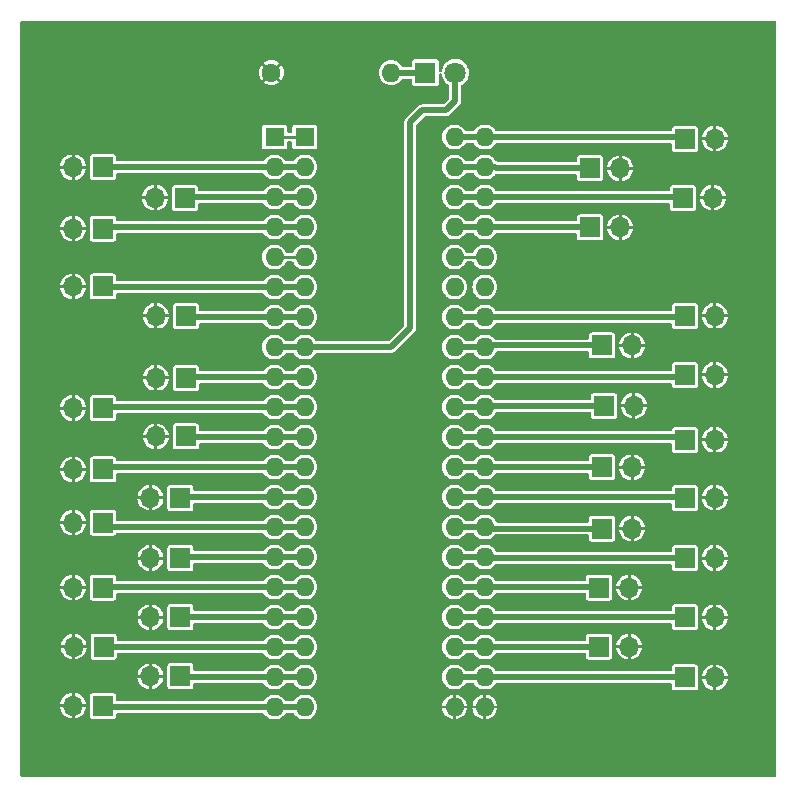
<source format=gtl>
%TF.GenerationSoftware,KiCad,Pcbnew,7.0.1*%
%TF.CreationDate,2023-06-14T21:41:20+02:00*%
%TF.ProjectId,6502_board,36353032-5f62-46f6-9172-642e6b696361,rev?*%
%TF.SameCoordinates,Original*%
%TF.FileFunction,Copper,L1,Top*%
%TF.FilePolarity,Positive*%
%FSLAX46Y46*%
G04 Gerber Fmt 4.6, Leading zero omitted, Abs format (unit mm)*
G04 Created by KiCad (PCBNEW 7.0.1) date 2023-06-14 21:41:20*
%MOMM*%
%LPD*%
G01*
G04 APERTURE LIST*
%TA.AperFunction,ComponentPad*%
%ADD10R,1.700000X1.700000*%
%TD*%
%TA.AperFunction,ComponentPad*%
%ADD11O,1.700000X1.700000*%
%TD*%
%TA.AperFunction,ComponentPad*%
%ADD12R,1.600000X1.600000*%
%TD*%
%TA.AperFunction,ComponentPad*%
%ADD13O,1.600000X1.600000*%
%TD*%
%TA.AperFunction,ComponentPad*%
%ADD14C,1.600000*%
%TD*%
%TA.AperFunction,ComponentPad*%
%ADD15R,1.800000X1.800000*%
%TD*%
%TA.AperFunction,ComponentPad*%
%ADD16C,1.800000*%
%TD*%
%TA.AperFunction,ViaPad*%
%ADD17C,0.800000*%
%TD*%
%TA.AperFunction,Conductor*%
%ADD18C,0.500000*%
%TD*%
%TA.AperFunction,Conductor*%
%ADD19C,0.250000*%
%TD*%
G04 APERTURE END LIST*
D10*
%TO.P,J6,1,Pin_1*%
%TO.N,Net-(J6-Pin_1)*%
X41540000Y-113400000D03*
D11*
%TO.P,J6,2,Pin_2*%
%TO.N,GND*%
X39000000Y-113400000D03*
%TD*%
D10*
%TO.P,J16,1,Pin_1*%
%TO.N,Net-(J16-Pin_1)*%
X84240000Y-123500000D03*
D11*
%TO.P,J16,2,Pin_2*%
%TO.N,GND*%
X86780000Y-123500000D03*
%TD*%
D10*
%TO.P,J14,1,Pin_1*%
%TO.N,Net-(J14-Pin_1)*%
X77005000Y-121000000D03*
D11*
%TO.P,J14,2,Pin_2*%
%TO.N,GND*%
X79545000Y-121000000D03*
%TD*%
D10*
%TO.P,J25,1,Pin_1*%
%TO.N,Net-(J25-Pin_1)*%
X76240000Y-90500000D03*
D11*
%TO.P,J25,2,Pin_2*%
%TO.N,GND*%
X78780000Y-90500000D03*
%TD*%
D10*
%TO.P,J29,1,Pin_1*%
%TO.N,Net-(J29-Pin_1)*%
X35000000Y-90600000D03*
D11*
%TO.P,J29,2,Pin_2*%
%TO.N,GND*%
X32460000Y-90600000D03*
%TD*%
D10*
%TO.P,J5,1,Pin_1*%
%TO.N,Net-(J5-Pin_1)*%
X35000000Y-115500000D03*
D11*
%TO.P,J5,2,Pin_2*%
%TO.N,GND*%
X32460000Y-115500000D03*
%TD*%
D10*
%TO.P,J22,1,Pin_1*%
%TO.N,Net-(J22-Pin_1)*%
X77240000Y-110800000D03*
D11*
%TO.P,J22,2,Pin_2*%
%TO.N,GND*%
X79780000Y-110800000D03*
%TD*%
D12*
%TO.P,U1,1,~{VP}*%
%TO.N,Net-(U1-~{VP})*%
X49510000Y-82850000D03*
D13*
%TO.P,U1,2,RDY*%
%TO.N,Net-(J32-Pin_1)*%
X49510000Y-85390000D03*
%TO.P,U1,3,\u03D51*%
%TO.N,Net-(J28-Pin_1)*%
X49510000Y-87930000D03*
%TO.P,U1,4,~{IRQ}*%
%TO.N,Net-(J29-Pin_1)*%
X49510000Y-90470000D03*
%TO.P,U1,5,~{ML}*%
%TO.N,Net-(U1-~{ML})*%
X49510000Y-93010000D03*
%TO.P,U1,6,~{NMI}*%
%TO.N,Net-(J30-Pin_1)*%
X49510000Y-95550000D03*
%TO.P,U1,7,SYNC*%
%TO.N,Net-(J33-Pin_1)*%
X49510000Y-98090000D03*
%TO.P,U1,8,VDD*%
%TO.N,Net-(D1-A)*%
X49510000Y-100630000D03*
%TO.P,U1,9,A0*%
%TO.N,Net-(J1-Pin_1)*%
X49510000Y-103170000D03*
%TO.P,U1,10,A1*%
%TO.N,Net-(J2-Pin_1)*%
X49510000Y-105710000D03*
%TO.P,U1,11,A2*%
%TO.N,Net-(J4-Pin_1)*%
X49510000Y-108250000D03*
%TO.P,U1,12,A3*%
%TO.N,Net-(J3-Pin_1)*%
X49510000Y-110790000D03*
%TO.P,U1,13,A4*%
%TO.N,Net-(J6-Pin_1)*%
X49510000Y-113330000D03*
%TO.P,U1,14,A5*%
%TO.N,Net-(J5-Pin_1)*%
X49510000Y-115870000D03*
%TO.P,U1,15,A6*%
%TO.N,Net-(J11-Pin_1)*%
X49510000Y-118410000D03*
%TO.P,U1,16,A7*%
%TO.N,Net-(J8-Pin_1)*%
X49510000Y-120950000D03*
%TO.P,U1,17,A8*%
%TO.N,Net-(J10-Pin_1)*%
X49510000Y-123490000D03*
%TO.P,U1,18,A9*%
%TO.N,Net-(J7-Pin_1)*%
X49510000Y-126030000D03*
%TO.P,U1,19,A10*%
%TO.N,Net-(J12-Pin_1)*%
X49510000Y-128570000D03*
%TO.P,U1,20,A11*%
%TO.N,Net-(J9-Pin_1)*%
X49510000Y-131110000D03*
%TO.P,U1,21,VSS*%
%TO.N,GND*%
X64750000Y-131110000D03*
%TO.P,U1,22,A12*%
%TO.N,Net-(J15-Pin_1)*%
X64750000Y-128570000D03*
%TO.P,U1,23,A13*%
%TO.N,Net-(J13-Pin_1)*%
X64750000Y-126030000D03*
%TO.P,U1,24,A14*%
%TO.N,Net-(J16-Pin_1)*%
X64750000Y-123490000D03*
%TO.P,U1,25,A15*%
%TO.N,Net-(J14-Pin_1)*%
X64750000Y-120950000D03*
%TO.P,U1,26,D7*%
%TO.N,Net-(J20-Pin_1)*%
X64750000Y-118410000D03*
%TO.P,U1,27,D6*%
%TO.N,Net-(J24-Pin_1)*%
X64750000Y-115870000D03*
%TO.P,U1,28,D5*%
%TO.N,Net-(J18-Pin_1)*%
X64750000Y-113330000D03*
%TO.P,U1,29,D4*%
%TO.N,Net-(J22-Pin_1)*%
X64750000Y-110790000D03*
%TO.P,U1,30,D3*%
%TO.N,Net-(J19-Pin_1)*%
X64750000Y-108250000D03*
%TO.P,U1,31,D2*%
%TO.N,Net-(J23-Pin_1)*%
X64750000Y-105710000D03*
%TO.P,U1,32,D1*%
%TO.N,Net-(J17-Pin_1)*%
X64750000Y-103170000D03*
%TO.P,U1,33,D0*%
%TO.N,Net-(J21-Pin_1)*%
X64750000Y-100630000D03*
%TO.P,U1,34,R/~{W}*%
%TO.N,Net-(J31-Pin_1)*%
X64750000Y-98090000D03*
%TO.P,U1,35,nc*%
%TO.N,unconnected-(U1-nc-Pad35)*%
X64750000Y-95550000D03*
%TO.P,U1,36,BE*%
%TO.N,Net-(U1-BE)*%
X64750000Y-93010000D03*
%TO.P,U1,37,\u03D50*%
%TO.N,Net-(J25-Pin_1)*%
X64750000Y-90470000D03*
%TO.P,U1,38,~{SO}*%
%TO.N,Net-(J34-Pin_1)*%
X64750000Y-87930000D03*
%TO.P,U1,39,\u03D52*%
%TO.N,Net-(J26-Pin_1)*%
X64750000Y-85390000D03*
%TO.P,U1,40,~{RES}*%
%TO.N,Net-(J27-Pin_1)*%
X64750000Y-82850000D03*
%TD*%
D10*
%TO.P,J20,1,Pin_1*%
%TO.N,Net-(J20-Pin_1)*%
X84240000Y-118500000D03*
D11*
%TO.P,J20,2,Pin_2*%
%TO.N,GND*%
X86780000Y-118500000D03*
%TD*%
D12*
%TO.P,U2,1,~{VP}*%
%TO.N,Net-(U1-~{VP})*%
X52075000Y-82850000D03*
D13*
%TO.P,U2,2,RDY*%
%TO.N,Net-(J32-Pin_1)*%
X52075000Y-85390000D03*
%TO.P,U2,3,\u03D51*%
%TO.N,Net-(J28-Pin_1)*%
X52075000Y-87930000D03*
%TO.P,U2,4,~{IRQ}*%
%TO.N,Net-(J29-Pin_1)*%
X52075000Y-90470000D03*
%TO.P,U2,5,~{ML}*%
%TO.N,Net-(U1-~{ML})*%
X52075000Y-93010000D03*
%TO.P,U2,6,~{NMI}*%
%TO.N,Net-(J30-Pin_1)*%
X52075000Y-95550000D03*
%TO.P,U2,7,SYNC*%
%TO.N,Net-(J33-Pin_1)*%
X52075000Y-98090000D03*
%TO.P,U2,8,VDD*%
%TO.N,Net-(D1-A)*%
X52075000Y-100630000D03*
%TO.P,U2,9,A0*%
%TO.N,Net-(J1-Pin_1)*%
X52075000Y-103170000D03*
%TO.P,U2,10,A1*%
%TO.N,Net-(J2-Pin_1)*%
X52075000Y-105710000D03*
%TO.P,U2,11,A2*%
%TO.N,Net-(J4-Pin_1)*%
X52075000Y-108250000D03*
%TO.P,U2,12,A3*%
%TO.N,Net-(J3-Pin_1)*%
X52075000Y-110790000D03*
%TO.P,U2,13,A4*%
%TO.N,Net-(J6-Pin_1)*%
X52075000Y-113330000D03*
%TO.P,U2,14,A5*%
%TO.N,Net-(J5-Pin_1)*%
X52075000Y-115870000D03*
%TO.P,U2,15,A6*%
%TO.N,Net-(J11-Pin_1)*%
X52075000Y-118410000D03*
%TO.P,U2,16,A7*%
%TO.N,Net-(J8-Pin_1)*%
X52075000Y-120950000D03*
%TO.P,U2,17,A8*%
%TO.N,Net-(J10-Pin_1)*%
X52075000Y-123490000D03*
%TO.P,U2,18,A9*%
%TO.N,Net-(J7-Pin_1)*%
X52075000Y-126030000D03*
%TO.P,U2,19,A10*%
%TO.N,Net-(J12-Pin_1)*%
X52075000Y-128570000D03*
%TO.P,U2,20,A11*%
%TO.N,Net-(J9-Pin_1)*%
X52075000Y-131110000D03*
%TO.P,U2,21,VSS*%
%TO.N,GND*%
X67315000Y-131110000D03*
%TO.P,U2,22,A12*%
%TO.N,Net-(J15-Pin_1)*%
X67315000Y-128570000D03*
%TO.P,U2,23,A13*%
%TO.N,Net-(J13-Pin_1)*%
X67315000Y-126030000D03*
%TO.P,U2,24,A14*%
%TO.N,Net-(J16-Pin_1)*%
X67315000Y-123490000D03*
%TO.P,U2,25,A15*%
%TO.N,Net-(J14-Pin_1)*%
X67315000Y-120950000D03*
%TO.P,U2,26,D7*%
%TO.N,Net-(J20-Pin_1)*%
X67315000Y-118410000D03*
%TO.P,U2,27,D6*%
%TO.N,Net-(J24-Pin_1)*%
X67315000Y-115870000D03*
%TO.P,U2,28,D5*%
%TO.N,Net-(J18-Pin_1)*%
X67315000Y-113330000D03*
%TO.P,U2,29,D4*%
%TO.N,Net-(J22-Pin_1)*%
X67315000Y-110790000D03*
%TO.P,U2,30,D3*%
%TO.N,Net-(J19-Pin_1)*%
X67315000Y-108250000D03*
%TO.P,U2,31,D2*%
%TO.N,Net-(J23-Pin_1)*%
X67315000Y-105710000D03*
%TO.P,U2,32,D1*%
%TO.N,Net-(J17-Pin_1)*%
X67315000Y-103170000D03*
%TO.P,U2,33,D0*%
%TO.N,Net-(J21-Pin_1)*%
X67315000Y-100630000D03*
%TO.P,U2,34,R/~{W}*%
%TO.N,Net-(J31-Pin_1)*%
X67315000Y-98090000D03*
%TO.P,U2,35,nc*%
%TO.N,unconnected-(U2-nc-Pad35)*%
X67315000Y-95550000D03*
%TO.P,U2,36,BE*%
%TO.N,Net-(U1-BE)*%
X67315000Y-93010000D03*
%TO.P,U2,37,\u03D50*%
%TO.N,Net-(J25-Pin_1)*%
X67315000Y-90470000D03*
%TO.P,U2,38,~{SO}*%
%TO.N,Net-(J34-Pin_1)*%
X67315000Y-87930000D03*
%TO.P,U2,39,\u03D52*%
%TO.N,Net-(J26-Pin_1)*%
X67315000Y-85390000D03*
%TO.P,U2,40,~{RES}*%
%TO.N,Net-(J27-Pin_1)*%
X67315000Y-82850000D03*
%TD*%
D10*
%TO.P,J18,1,Pin_1*%
%TO.N,Net-(J18-Pin_1)*%
X84240000Y-113400000D03*
D11*
%TO.P,J18,2,Pin_2*%
%TO.N,GND*%
X86780000Y-113400000D03*
%TD*%
D10*
%TO.P,J34,1,Pin_1*%
%TO.N,Net-(J34-Pin_1)*%
X84080000Y-88000000D03*
D11*
%TO.P,J34,2,Pin_2*%
%TO.N,GND*%
X86620000Y-88000000D03*
%TD*%
D10*
%TO.P,J33,1,Pin_1*%
%TO.N,Net-(J33-Pin_1)*%
X42000000Y-98000000D03*
D11*
%TO.P,J33,2,Pin_2*%
%TO.N,GND*%
X39460000Y-98000000D03*
%TD*%
D10*
%TO.P,J31,1,Pin_1*%
%TO.N,Net-(J31-Pin_1)*%
X84240000Y-98000000D03*
D11*
%TO.P,J31,2,Pin_2*%
%TO.N,GND*%
X86780000Y-98000000D03*
%TD*%
D10*
%TO.P,J9,1,Pin_1*%
%TO.N,Net-(J9-Pin_1)*%
X35000000Y-131000000D03*
D11*
%TO.P,J9,2,Pin_2*%
%TO.N,GND*%
X32460000Y-131000000D03*
%TD*%
D10*
%TO.P,J17,1,Pin_1*%
%TO.N,Net-(J17-Pin_1)*%
X84240000Y-103000000D03*
D11*
%TO.P,J17,2,Pin_2*%
%TO.N,GND*%
X86780000Y-103000000D03*
%TD*%
D10*
%TO.P,J23,1,Pin_1*%
%TO.N,Net-(J23-Pin_1)*%
X77405000Y-105600000D03*
D11*
%TO.P,J23,2,Pin_2*%
%TO.N,GND*%
X79945000Y-105600000D03*
%TD*%
D10*
%TO.P,J8,1,Pin_1*%
%TO.N,Net-(J8-Pin_1)*%
X35000000Y-121000000D03*
D11*
%TO.P,J8,2,Pin_2*%
%TO.N,GND*%
X32460000Y-121000000D03*
%TD*%
D10*
%TO.P,J28,1,Pin_1*%
%TO.N,Net-(J28-Pin_1)*%
X41940000Y-88000000D03*
D11*
%TO.P,J28,2,Pin_2*%
%TO.N,GND*%
X39400000Y-88000000D03*
%TD*%
D14*
%TO.P,R1,1*%
%TO.N,GND*%
X49240000Y-77400000D03*
D13*
%TO.P,R1,2*%
%TO.N,Net-(D1-K)*%
X59400000Y-77400000D03*
%TD*%
D10*
%TO.P,J3,1,Pin_1*%
%TO.N,Net-(J3-Pin_1)*%
X35000000Y-111000000D03*
D11*
%TO.P,J3,2,Pin_2*%
%TO.N,GND*%
X32460000Y-111000000D03*
%TD*%
D10*
%TO.P,J27,1,Pin_1*%
%TO.N,Net-(J27-Pin_1)*%
X84240000Y-83000000D03*
D11*
%TO.P,J27,2,Pin_2*%
%TO.N,GND*%
X86780000Y-83000000D03*
%TD*%
D10*
%TO.P,J7,1,Pin_1*%
%TO.N,Net-(J7-Pin_1)*%
X35040000Y-126000000D03*
D11*
%TO.P,J7,2,Pin_2*%
%TO.N,GND*%
X32500000Y-126000000D03*
%TD*%
D10*
%TO.P,J1,1,Pin_1*%
%TO.N,Net-(J1-Pin_1)*%
X42000000Y-103250000D03*
D11*
%TO.P,J1,2,Pin_2*%
%TO.N,GND*%
X39460000Y-103250000D03*
%TD*%
D10*
%TO.P,J12,1,Pin_1*%
%TO.N,Net-(J12-Pin_1)*%
X41540000Y-128500000D03*
D11*
%TO.P,J12,2,Pin_2*%
%TO.N,GND*%
X39000000Y-128500000D03*
%TD*%
D10*
%TO.P,J19,1,Pin_1*%
%TO.N,Net-(J19-Pin_1)*%
X84240000Y-108500000D03*
D11*
%TO.P,J19,2,Pin_2*%
%TO.N,GND*%
X86780000Y-108500000D03*
%TD*%
D15*
%TO.P,D1,1,K*%
%TO.N,Net-(D1-K)*%
X62280000Y-77400000D03*
D16*
%TO.P,D1,2,A*%
%TO.N,Net-(D1-A)*%
X64820000Y-77400000D03*
%TD*%
D10*
%TO.P,J4,1,Pin_1*%
%TO.N,Net-(J4-Pin_1)*%
X42000000Y-108200000D03*
D11*
%TO.P,J4,2,Pin_2*%
%TO.N,GND*%
X39460000Y-108200000D03*
%TD*%
D10*
%TO.P,J11,1,Pin_1*%
%TO.N,Net-(J11-Pin_1)*%
X41540000Y-118500000D03*
D11*
%TO.P,J11,2,Pin_2*%
%TO.N,GND*%
X39000000Y-118500000D03*
%TD*%
D10*
%TO.P,J15,1,Pin_1*%
%TO.N,Net-(J15-Pin_1)*%
X84240000Y-128600000D03*
D11*
%TO.P,J15,2,Pin_2*%
%TO.N,GND*%
X86780000Y-128600000D03*
%TD*%
D10*
%TO.P,J10,1,Pin_1*%
%TO.N,Net-(J10-Pin_1)*%
X41540000Y-123500000D03*
D11*
%TO.P,J10,2,Pin_2*%
%TO.N,GND*%
X39000000Y-123500000D03*
%TD*%
D10*
%TO.P,J24,1,Pin_1*%
%TO.N,Net-(J24-Pin_1)*%
X77240000Y-116000000D03*
D11*
%TO.P,J24,2,Pin_2*%
%TO.N,GND*%
X79780000Y-116000000D03*
%TD*%
D10*
%TO.P,J32,1,Pin_1*%
%TO.N,Net-(J32-Pin_1)*%
X35000000Y-85400000D03*
D11*
%TO.P,J32,2,Pin_2*%
%TO.N,GND*%
X32460000Y-85400000D03*
%TD*%
D10*
%TO.P,J13,1,Pin_1*%
%TO.N,Net-(J13-Pin_1)*%
X77005000Y-126000000D03*
D11*
%TO.P,J13,2,Pin_2*%
%TO.N,GND*%
X79545000Y-126000000D03*
%TD*%
D10*
%TO.P,J2,1,Pin_1*%
%TO.N,Net-(J2-Pin_1)*%
X35000000Y-105800000D03*
D11*
%TO.P,J2,2,Pin_2*%
%TO.N,GND*%
X32460000Y-105800000D03*
%TD*%
D10*
%TO.P,J21,1,Pin_1*%
%TO.N,Net-(J21-Pin_1)*%
X77240000Y-100500000D03*
D11*
%TO.P,J21,2,Pin_2*%
%TO.N,GND*%
X79780000Y-100500000D03*
%TD*%
D10*
%TO.P,J26,1,Pin_1*%
%TO.N,Net-(J26-Pin_1)*%
X76240000Y-85500000D03*
D11*
%TO.P,J26,2,Pin_2*%
%TO.N,GND*%
X78780000Y-85500000D03*
%TD*%
D10*
%TO.P,J30,1,Pin_1*%
%TO.N,Net-(J30-Pin_1)*%
X35000000Y-95500000D03*
D11*
%TO.P,J30,2,Pin_2*%
%TO.N,GND*%
X32460000Y-95500000D03*
%TD*%
D17*
%TO.N,GND*%
X90000000Y-77500000D03*
X75000000Y-135000000D03*
X90000000Y-90000000D03*
X60000000Y-135000000D03*
X90000000Y-102500000D03*
X75000000Y-75000000D03*
X90000000Y-110000000D03*
X62500000Y-135000000D03*
X90000000Y-130000000D03*
X30000000Y-87500000D03*
X65000000Y-135000000D03*
X30000000Y-97500000D03*
X67500000Y-135000000D03*
X90000000Y-92500000D03*
X90000000Y-97500000D03*
X67500000Y-75000000D03*
X60000000Y-75000000D03*
X32500000Y-75000000D03*
X55000000Y-75000000D03*
X90000000Y-125000000D03*
X90000000Y-120000000D03*
X30000000Y-122500000D03*
X90000000Y-127500000D03*
X62500000Y-75000000D03*
X30000000Y-117500000D03*
X90000000Y-112500000D03*
X90000000Y-75000000D03*
X30000000Y-100000000D03*
X32500000Y-135000000D03*
X40000000Y-75000000D03*
X52500000Y-75000000D03*
X30000000Y-120000000D03*
X30000000Y-132500000D03*
X52500000Y-135000000D03*
X30000000Y-107500000D03*
X77500000Y-135000000D03*
X30000000Y-90000000D03*
X50000000Y-135000000D03*
X30000000Y-102500000D03*
X80000000Y-75000000D03*
X47500000Y-75000000D03*
X30000000Y-80000000D03*
X30000000Y-130000000D03*
X35000000Y-75000000D03*
X42500000Y-75000000D03*
X30000000Y-95000000D03*
X37500000Y-135000000D03*
X50000000Y-75000000D03*
X90000000Y-85000000D03*
X30000000Y-115000000D03*
X70000000Y-75000000D03*
X57500000Y-135000000D03*
X30000000Y-112500000D03*
X45000000Y-75000000D03*
X30000000Y-75000000D03*
X45000000Y-135000000D03*
X30000000Y-127500000D03*
X30000000Y-92500000D03*
X30000000Y-135000000D03*
X30000000Y-77500000D03*
X72500000Y-135000000D03*
X90000000Y-122500000D03*
X90000000Y-132500000D03*
X77500000Y-75000000D03*
X85000000Y-135000000D03*
X47500000Y-135000000D03*
X57500000Y-75000000D03*
X90000000Y-135000000D03*
X30000000Y-82500000D03*
X40000000Y-135000000D03*
X90000000Y-105000000D03*
X55000000Y-135000000D03*
X90000000Y-117500000D03*
X85000000Y-75000000D03*
X30000000Y-105000000D03*
X30000000Y-110000000D03*
X70000000Y-135000000D03*
X82500000Y-75000000D03*
X42500000Y-135000000D03*
X35000000Y-135000000D03*
X90000000Y-100000000D03*
X82500000Y-135000000D03*
X90000000Y-82500000D03*
X72500000Y-75000000D03*
X90000000Y-107500000D03*
X87500000Y-135000000D03*
X90000000Y-80000000D03*
X80000000Y-135000000D03*
X30000000Y-125000000D03*
X37500000Y-75000000D03*
X90000000Y-87500000D03*
X87500000Y-75000000D03*
X65000000Y-75000000D03*
X90000000Y-115000000D03*
X30000000Y-85000000D03*
X90000000Y-95000000D03*
%TD*%
D18*
%TO.N,Net-(D1-K)*%
X62280000Y-77400000D02*
X59400000Y-77400000D01*
%TO.N,Net-(D1-A)*%
X62000000Y-80600000D02*
X64000000Y-80600000D01*
X64820000Y-79780000D02*
X64820000Y-77400000D01*
X49510000Y-100630000D02*
X59370000Y-100630000D01*
X61000000Y-81600000D02*
X62000000Y-80600000D01*
X61000000Y-99000000D02*
X61000000Y-81600000D01*
X59370000Y-100630000D02*
X61000000Y-99000000D01*
X64000000Y-80600000D02*
X64820000Y-79780000D01*
%TO.N,Net-(J1-Pin_1)*%
X52075000Y-103170000D02*
X49510000Y-103170000D01*
X49510000Y-103170000D02*
X42080000Y-103170000D01*
X42080000Y-103170000D02*
X42000000Y-103250000D01*
%TO.N,Net-(J2-Pin_1)*%
X35090000Y-105710000D02*
X35000000Y-105800000D01*
X49510000Y-105710000D02*
X35090000Y-105710000D01*
X49510000Y-105710000D02*
X52075000Y-105710000D01*
%TO.N,Net-(J3-Pin_1)*%
X49510000Y-110790000D02*
X35210000Y-110790000D01*
X52075000Y-110790000D02*
X49510000Y-110790000D01*
X35210000Y-110790000D02*
X35000000Y-111000000D01*
%TO.N,Net-(J4-Pin_1)*%
X42050000Y-108250000D02*
X42000000Y-108200000D01*
X52075000Y-108250000D02*
X49510000Y-108250000D01*
X49510000Y-108250000D02*
X42050000Y-108250000D01*
%TO.N,Net-(J5-Pin_1)*%
X49510000Y-115870000D02*
X35370000Y-115870000D01*
X52075000Y-115870000D02*
X49510000Y-115870000D01*
X35370000Y-115870000D02*
X35000000Y-115500000D01*
%TO.N,Net-(J6-Pin_1)*%
X41610000Y-113330000D02*
X41540000Y-113400000D01*
X49510000Y-113330000D02*
X41610000Y-113330000D01*
X49510000Y-113330000D02*
X52075000Y-113330000D01*
%TO.N,Net-(J7-Pin_1)*%
X49510000Y-126030000D02*
X52075000Y-126030000D01*
X49510000Y-126030000D02*
X35070000Y-126030000D01*
X35070000Y-126030000D02*
X35040000Y-126000000D01*
%TO.N,Net-(J8-Pin_1)*%
X35050000Y-120950000D02*
X35000000Y-121000000D01*
X49510000Y-120950000D02*
X35050000Y-120950000D01*
X52075000Y-120950000D02*
X49510000Y-120950000D01*
%TO.N,Net-(J9-Pin_1)*%
X35110000Y-131110000D02*
X35000000Y-131000000D01*
X52075000Y-131110000D02*
X49510000Y-131110000D01*
X49510000Y-131110000D02*
X35110000Y-131110000D01*
%TO.N,Net-(J10-Pin_1)*%
X49510000Y-123490000D02*
X41550000Y-123490000D01*
X49510000Y-123490000D02*
X52075000Y-123490000D01*
X41550000Y-123490000D02*
X41540000Y-123500000D01*
%TO.N,Net-(J11-Pin_1)*%
X49510000Y-118410000D02*
X52075000Y-118410000D01*
X49510000Y-118410000D02*
X41630000Y-118410000D01*
X41630000Y-118410000D02*
X41540000Y-118500000D01*
%TO.N,Net-(J12-Pin_1)*%
X41610000Y-128570000D02*
X41540000Y-128500000D01*
X49510000Y-128570000D02*
X41610000Y-128570000D01*
X52075000Y-128570000D02*
X49510000Y-128570000D01*
%TO.N,Net-(J13-Pin_1)*%
X77005000Y-126000000D02*
X76975000Y-126030000D01*
X64750000Y-126030000D02*
X67315000Y-126030000D01*
X76975000Y-126030000D02*
X67315000Y-126030000D01*
%TO.N,Net-(J14-Pin_1)*%
X67315000Y-120950000D02*
X64750000Y-120950000D01*
X76955000Y-120950000D02*
X67315000Y-120950000D01*
X77005000Y-121000000D02*
X76955000Y-120950000D01*
%TO.N,Net-(J15-Pin_1)*%
X64780000Y-128600000D02*
X64750000Y-128570000D01*
X69030000Y-128570000D02*
X67315000Y-128570000D01*
X84240000Y-128600000D02*
X69060000Y-128600000D01*
X69060000Y-128600000D02*
X69030000Y-128570000D01*
X67315000Y-128570000D02*
X64750000Y-128570000D01*
%TO.N,Net-(J16-Pin_1)*%
X69040000Y-123500000D02*
X69030000Y-123490000D01*
X64760000Y-123500000D02*
X64750000Y-123490000D01*
X84240000Y-123500000D02*
X69040000Y-123500000D01*
X67315000Y-123490000D02*
X64750000Y-123490000D01*
X69030000Y-123490000D02*
X67315000Y-123490000D01*
%TO.N,Net-(J17-Pin_1)*%
X67315000Y-103170000D02*
X64750000Y-103170000D01*
X84070000Y-103170000D02*
X67315000Y-103170000D01*
X84240000Y-103000000D02*
X84070000Y-103170000D01*
%TO.N,Net-(J18-Pin_1)*%
X67270000Y-113330000D02*
X67200000Y-113400000D01*
X67315000Y-113330000D02*
X64750000Y-113330000D01*
X84240000Y-113400000D02*
X84170000Y-113330000D01*
X84170000Y-113330000D02*
X67270000Y-113330000D01*
%TO.N,Net-(J19-Pin_1)*%
X84240000Y-108500000D02*
X83990000Y-108250000D01*
X67315000Y-108250000D02*
X64750000Y-108250000D01*
X83990000Y-108250000D02*
X67315000Y-108250000D01*
%TO.N,Net-(J20-Pin_1)*%
X64840000Y-118500000D02*
X64750000Y-118410000D01*
X67500000Y-118500000D02*
X67400000Y-118400000D01*
X67315000Y-118410000D02*
X64750000Y-118410000D01*
X84240000Y-118500000D02*
X67500000Y-118500000D01*
%TO.N,Net-(J21-Pin_1)*%
X67500000Y-100500000D02*
X67400000Y-100600000D01*
X77240000Y-100500000D02*
X67500000Y-100500000D01*
X64880000Y-100500000D02*
X64750000Y-100630000D01*
X64750000Y-100630000D02*
X67315000Y-100630000D01*
%TO.N,Net-(J22-Pin_1)*%
X77240000Y-110800000D02*
X67200000Y-110800000D01*
X64760000Y-110800000D02*
X64750000Y-110790000D01*
X64750000Y-110790000D02*
X67315000Y-110790000D01*
%TO.N,Net-(J23-Pin_1)*%
X64750000Y-105710000D02*
X67315000Y-105710000D01*
X77405000Y-105600000D02*
X66800000Y-105600000D01*
X64860000Y-105600000D02*
X64750000Y-105710000D01*
%TO.N,Net-(J24-Pin_1)*%
X67470000Y-115870000D02*
X67600000Y-116000000D01*
X67315000Y-115870000D02*
X67470000Y-115870000D01*
X77240000Y-116000000D02*
X67600000Y-116000000D01*
X67315000Y-115870000D02*
X64750000Y-115870000D01*
X64880000Y-116000000D02*
X64750000Y-115870000D01*
%TO.N,Net-(J25-Pin_1)*%
X69030000Y-90470000D02*
X67315000Y-90470000D01*
X69060000Y-90500000D02*
X69030000Y-90470000D01*
X67315000Y-90470000D02*
X64750000Y-90470000D01*
X64780000Y-90500000D02*
X64750000Y-90470000D01*
X76240000Y-90500000D02*
X69060000Y-90500000D01*
%TO.N,Net-(J26-Pin_1)*%
X64750000Y-85390000D02*
X67315000Y-85390000D01*
X76240000Y-85500000D02*
X68300000Y-85500000D01*
X64860000Y-85500000D02*
X64750000Y-85390000D01*
X68190000Y-85390000D02*
X67315000Y-85390000D01*
X68300000Y-85500000D02*
X68190000Y-85390000D01*
%TO.N,Net-(J27-Pin_1)*%
X67315000Y-82850000D02*
X64750000Y-82850000D01*
X84090000Y-82850000D02*
X67315000Y-82850000D01*
X84240000Y-83000000D02*
X84090000Y-82850000D01*
%TO.N,Net-(J28-Pin_1)*%
X42010000Y-87930000D02*
X41940000Y-88000000D01*
X49510000Y-87930000D02*
X52075000Y-87930000D01*
X49510000Y-87930000D02*
X42010000Y-87930000D01*
%TO.N,Net-(J29-Pin_1)*%
X49510000Y-90470000D02*
X35130000Y-90470000D01*
X52075000Y-90470000D02*
X49510000Y-90470000D01*
X35130000Y-90470000D02*
X35000000Y-90600000D01*
%TO.N,Net-(J30-Pin_1)*%
X49510000Y-95550000D02*
X35050000Y-95550000D01*
X35050000Y-95550000D02*
X35000000Y-95500000D01*
X52075000Y-95550000D02*
X49510000Y-95550000D01*
%TO.N,Net-(J31-Pin_1)*%
X84240000Y-98000000D02*
X84150000Y-98090000D01*
X67315000Y-98090000D02*
X64750000Y-98090000D01*
X84150000Y-98090000D02*
X67315000Y-98090000D01*
%TO.N,Net-(J32-Pin_1)*%
X49510000Y-85390000D02*
X35010000Y-85390000D01*
X35010000Y-85390000D02*
X35000000Y-85400000D01*
X49510000Y-85390000D02*
X52075000Y-85390000D01*
%TO.N,Net-(J33-Pin_1)*%
X49510000Y-98090000D02*
X52075000Y-98090000D01*
X49510000Y-98090000D02*
X42090000Y-98090000D01*
X42090000Y-98090000D02*
X42000000Y-98000000D01*
%TO.N,Net-(J34-Pin_1)*%
X84080000Y-88000000D02*
X84010000Y-87930000D01*
X67315000Y-87930000D02*
X64750000Y-87930000D01*
X84010000Y-87930000D02*
X67315000Y-87930000D01*
D19*
%TO.N,Net-(U1-~{VP})*%
X52075000Y-82850000D02*
X49510000Y-82850000D01*
%TO.N,Net-(U1-~{ML})*%
X52075000Y-93010000D02*
X49510000Y-93010000D01*
%TO.N,Net-(U1-BE)*%
X64750000Y-93010000D02*
X67315000Y-93010000D01*
%TD*%
%TA.AperFunction,Conductor*%
%TO.N,GND*%
G36*
X91937500Y-73017113D02*
G01*
X91982887Y-73062500D01*
X91999500Y-73124500D01*
X91999500Y-136875500D01*
X91982887Y-136937500D01*
X91937500Y-136982887D01*
X91875500Y-136999500D01*
X28124500Y-136999500D01*
X28062500Y-136982887D01*
X28017113Y-136937500D01*
X28000500Y-136875500D01*
X28000500Y-131125000D01*
X31366870Y-131125000D01*
X31374096Y-131202992D01*
X31429885Y-131399068D01*
X31520751Y-131581553D01*
X31643607Y-131744241D01*
X31794259Y-131881578D01*
X31967588Y-131988899D01*
X32157679Y-132062540D01*
X32335000Y-132095687D01*
X32335000Y-131125000D01*
X32585000Y-131125000D01*
X32585000Y-132095687D01*
X32762320Y-132062540D01*
X32952411Y-131988899D01*
X33125740Y-131881578D01*
X33133312Y-131874675D01*
X33899500Y-131874675D01*
X33914033Y-131947738D01*
X33914033Y-131947739D01*
X33914034Y-131947740D01*
X33969399Y-132030601D01*
X34052260Y-132085966D01*
X34088793Y-132093233D01*
X34125325Y-132100500D01*
X34125326Y-132100500D01*
X35874674Y-132100500D01*
X35874675Y-132100500D01*
X35899029Y-132095655D01*
X35947740Y-132085966D01*
X36030601Y-132030601D01*
X36085966Y-131947740D01*
X36100500Y-131874674D01*
X36100500Y-131734500D01*
X36117113Y-131672500D01*
X36162500Y-131627113D01*
X36224500Y-131610500D01*
X48512051Y-131610500D01*
X48575800Y-131628142D01*
X48621409Y-131676046D01*
X48632315Y-131696450D01*
X48763589Y-131856410D01*
X48794257Y-131881578D01*
X48923550Y-131987685D01*
X49106046Y-132085232D01*
X49304066Y-132145300D01*
X49510000Y-132165583D01*
X49715934Y-132145300D01*
X49913954Y-132085232D01*
X50096450Y-131987685D01*
X50256410Y-131856410D01*
X50387685Y-131696450D01*
X50398591Y-131676045D01*
X50444200Y-131628142D01*
X50507949Y-131610500D01*
X51077051Y-131610500D01*
X51140800Y-131628142D01*
X51186409Y-131676046D01*
X51197315Y-131696450D01*
X51328589Y-131856410D01*
X51359257Y-131881578D01*
X51488550Y-131987685D01*
X51671046Y-132085232D01*
X51869066Y-132145300D01*
X52075000Y-132165583D01*
X52280934Y-132145300D01*
X52478954Y-132085232D01*
X52661450Y-131987685D01*
X52821410Y-131856410D01*
X52952685Y-131696450D01*
X53050232Y-131513954D01*
X53110300Y-131315934D01*
X53118271Y-131235000D01*
X63707230Y-131235000D01*
X63715191Y-131315834D01*
X63775233Y-131513764D01*
X63872731Y-131696171D01*
X64003945Y-131856054D01*
X64163828Y-131987268D01*
X64346235Y-132084766D01*
X64544165Y-132144808D01*
X64625000Y-132152770D01*
X64625000Y-131235000D01*
X64875000Y-131235000D01*
X64875000Y-132152770D01*
X64955834Y-132144808D01*
X65153764Y-132084766D01*
X65336171Y-131987268D01*
X65496054Y-131856054D01*
X65627268Y-131696171D01*
X65724766Y-131513764D01*
X65784808Y-131315834D01*
X65792770Y-131235000D01*
X66272230Y-131235000D01*
X66280191Y-131315834D01*
X66340233Y-131513764D01*
X66437731Y-131696171D01*
X66568945Y-131856054D01*
X66728828Y-131987268D01*
X66911235Y-132084766D01*
X67109165Y-132144808D01*
X67190000Y-132152770D01*
X67190000Y-131235000D01*
X67440000Y-131235000D01*
X67440000Y-132152770D01*
X67520834Y-132144808D01*
X67718764Y-132084766D01*
X67901171Y-131987268D01*
X68061054Y-131856054D01*
X68192268Y-131696171D01*
X68289766Y-131513764D01*
X68349808Y-131315834D01*
X68357770Y-131235000D01*
X67440000Y-131235000D01*
X67190000Y-131235000D01*
X66272230Y-131235000D01*
X65792770Y-131235000D01*
X64875000Y-131235000D01*
X64625000Y-131235000D01*
X63707230Y-131235000D01*
X53118271Y-131235000D01*
X53130583Y-131110000D01*
X53118271Y-130985000D01*
X63707229Y-130985000D01*
X64625000Y-130985000D01*
X64625000Y-130067229D01*
X64874999Y-130067229D01*
X64875000Y-130067230D01*
X64875000Y-130985000D01*
X65792770Y-130985000D01*
X66272229Y-130985000D01*
X67190000Y-130985000D01*
X67190000Y-130067229D01*
X67439999Y-130067229D01*
X67440000Y-130067230D01*
X67440000Y-130985000D01*
X68357770Y-130985000D01*
X68349808Y-130904165D01*
X68289766Y-130706235D01*
X68192268Y-130523828D01*
X68061054Y-130363945D01*
X67901171Y-130232731D01*
X67718764Y-130135233D01*
X67520834Y-130075191D01*
X67439999Y-130067229D01*
X67190000Y-130067229D01*
X67109165Y-130075191D01*
X66911235Y-130135233D01*
X66728828Y-130232731D01*
X66568945Y-130363945D01*
X66437731Y-130523828D01*
X66340233Y-130706235D01*
X66280191Y-130904165D01*
X66272229Y-130985000D01*
X65792770Y-130985000D01*
X65784808Y-130904165D01*
X65724766Y-130706235D01*
X65627268Y-130523828D01*
X65496054Y-130363945D01*
X65336171Y-130232731D01*
X65153764Y-130135233D01*
X64955834Y-130075191D01*
X64874999Y-130067229D01*
X64625000Y-130067229D01*
X64544165Y-130075191D01*
X64346235Y-130135233D01*
X64163828Y-130232731D01*
X64003945Y-130363945D01*
X63872731Y-130523828D01*
X63775233Y-130706235D01*
X63715191Y-130904165D01*
X63707229Y-130985000D01*
X53118271Y-130985000D01*
X53110300Y-130904066D01*
X53050232Y-130706046D01*
X52952685Y-130523550D01*
X52866429Y-130418446D01*
X52821410Y-130363589D01*
X52723952Y-130283609D01*
X52661450Y-130232315D01*
X52478954Y-130134768D01*
X52379943Y-130104733D01*
X52280932Y-130074699D01*
X52075000Y-130054417D01*
X51869067Y-130074699D01*
X51671043Y-130134769D01*
X51488551Y-130232314D01*
X51328589Y-130363589D01*
X51197315Y-130523549D01*
X51186409Y-130543954D01*
X51140800Y-130591858D01*
X51077051Y-130609500D01*
X50507949Y-130609500D01*
X50444200Y-130591858D01*
X50398591Y-130543954D01*
X50387685Y-130523550D01*
X50301429Y-130418446D01*
X50256410Y-130363589D01*
X50158952Y-130283609D01*
X50096450Y-130232315D01*
X49913954Y-130134768D01*
X49814943Y-130104733D01*
X49715932Y-130074699D01*
X49510000Y-130054417D01*
X49304067Y-130074699D01*
X49106043Y-130134769D01*
X48923551Y-130232314D01*
X48763589Y-130363589D01*
X48632315Y-130523549D01*
X48621409Y-130543954D01*
X48575800Y-130591858D01*
X48512051Y-130609500D01*
X36224500Y-130609500D01*
X36162500Y-130592887D01*
X36117113Y-130547500D01*
X36100500Y-130485500D01*
X36100500Y-130125325D01*
X36088944Y-130067230D01*
X36085966Y-130052260D01*
X36030601Y-129969399D01*
X35947740Y-129914034D01*
X35947739Y-129914033D01*
X35947738Y-129914033D01*
X35874675Y-129899500D01*
X35874674Y-129899500D01*
X34125326Y-129899500D01*
X34125325Y-129899500D01*
X34052261Y-129914033D01*
X33969399Y-129969399D01*
X33914033Y-130052261D01*
X33899500Y-130125325D01*
X33899500Y-131874675D01*
X33133312Y-131874675D01*
X33276392Y-131744241D01*
X33399248Y-131581553D01*
X33490114Y-131399068D01*
X33545903Y-131202992D01*
X33553130Y-131125000D01*
X32585000Y-131125000D01*
X32335000Y-131125000D01*
X31366870Y-131125000D01*
X28000500Y-131125000D01*
X28000500Y-130874999D01*
X31366869Y-130874999D01*
X31366870Y-130875000D01*
X32335000Y-130875000D01*
X32335000Y-129904313D01*
X32585000Y-129904313D01*
X32585000Y-130875000D01*
X33553130Y-130875000D01*
X33553130Y-130874999D01*
X33545903Y-130797007D01*
X33490114Y-130600931D01*
X33399248Y-130418446D01*
X33276392Y-130255758D01*
X33125740Y-130118421D01*
X32952411Y-130011100D01*
X32762320Y-129937459D01*
X32585000Y-129904313D01*
X32335000Y-129904313D01*
X32335000Y-129904312D01*
X32157679Y-129937459D01*
X31967588Y-130011100D01*
X31794259Y-130118421D01*
X31643607Y-130255758D01*
X31520751Y-130418446D01*
X31429885Y-130600931D01*
X31374096Y-130797007D01*
X31366869Y-130874999D01*
X28000500Y-130874999D01*
X28000500Y-128625000D01*
X37906870Y-128625000D01*
X37914096Y-128702992D01*
X37969885Y-128899068D01*
X38060751Y-129081553D01*
X38183607Y-129244241D01*
X38334259Y-129381578D01*
X38507588Y-129488899D01*
X38697679Y-129562540D01*
X38875000Y-129595687D01*
X38875000Y-128625000D01*
X39125000Y-128625000D01*
X39125000Y-129595687D01*
X39302320Y-129562540D01*
X39492411Y-129488899D01*
X39665740Y-129381578D01*
X39673312Y-129374675D01*
X40439500Y-129374675D01*
X40454033Y-129447738D01*
X40454033Y-129447739D01*
X40454034Y-129447740D01*
X40509399Y-129530601D01*
X40592260Y-129585966D01*
X40628792Y-129593232D01*
X40665325Y-129600500D01*
X40665326Y-129600500D01*
X42414674Y-129600500D01*
X42414675Y-129600500D01*
X42439029Y-129595655D01*
X42487740Y-129585966D01*
X42570601Y-129530601D01*
X42625966Y-129447740D01*
X42640500Y-129374674D01*
X42640500Y-129194500D01*
X42657113Y-129132500D01*
X42702500Y-129087113D01*
X42764500Y-129070500D01*
X48512051Y-129070500D01*
X48575800Y-129088142D01*
X48621409Y-129136046D01*
X48632315Y-129156450D01*
X48763589Y-129316410D01*
X48842998Y-129381578D01*
X48923550Y-129447685D01*
X49106046Y-129545232D01*
X49304066Y-129605300D01*
X49510000Y-129625583D01*
X49715934Y-129605300D01*
X49913954Y-129545232D01*
X50096450Y-129447685D01*
X50256410Y-129316410D01*
X50387685Y-129156450D01*
X50398591Y-129136045D01*
X50444200Y-129088142D01*
X50507949Y-129070500D01*
X51077051Y-129070500D01*
X51140800Y-129088142D01*
X51186409Y-129136046D01*
X51197315Y-129156450D01*
X51328589Y-129316410D01*
X51407998Y-129381578D01*
X51488550Y-129447685D01*
X51671046Y-129545232D01*
X51869066Y-129605300D01*
X52075000Y-129625583D01*
X52280934Y-129605300D01*
X52478954Y-129545232D01*
X52661450Y-129447685D01*
X52821410Y-129316410D01*
X52952685Y-129156450D01*
X53050232Y-128973954D01*
X53110300Y-128775934D01*
X53130583Y-128570000D01*
X63694417Y-128570000D01*
X63714699Y-128775932D01*
X63714700Y-128775934D01*
X63774768Y-128973954D01*
X63872315Y-129156450D01*
X63903542Y-129194500D01*
X64003589Y-129316410D01*
X64082998Y-129381578D01*
X64163550Y-129447685D01*
X64346046Y-129545232D01*
X64544066Y-129605300D01*
X64750000Y-129625583D01*
X64955934Y-129605300D01*
X65153954Y-129545232D01*
X65336450Y-129447685D01*
X65496410Y-129316410D01*
X65627685Y-129156450D01*
X65638591Y-129136045D01*
X65684200Y-129088142D01*
X65747949Y-129070500D01*
X66317051Y-129070500D01*
X66380800Y-129088142D01*
X66426409Y-129136046D01*
X66437315Y-129156450D01*
X66568589Y-129316410D01*
X66647998Y-129381578D01*
X66728550Y-129447685D01*
X66911046Y-129545232D01*
X67109066Y-129605300D01*
X67315000Y-129625583D01*
X67520934Y-129605300D01*
X67718954Y-129545232D01*
X67901450Y-129447685D01*
X68061410Y-129316410D01*
X68192685Y-129156450D01*
X68203591Y-129136045D01*
X68249200Y-129088142D01*
X68312949Y-129070500D01*
X68858458Y-129070500D01*
X68909967Y-129081705D01*
X68917543Y-129085165D01*
X68922318Y-129085851D01*
X68948003Y-129092407D01*
X68952517Y-129094091D01*
X69002039Y-129097632D01*
X69010839Y-129098578D01*
X69024201Y-129100500D01*
X69037701Y-129100500D01*
X69046547Y-129100816D01*
X69096072Y-129104358D01*
X69096072Y-129104357D01*
X69096073Y-129104358D01*
X69100780Y-129103333D01*
X69127139Y-129100500D01*
X83015500Y-129100500D01*
X83077500Y-129117113D01*
X83122887Y-129162500D01*
X83139500Y-129224500D01*
X83139500Y-129474675D01*
X83154033Y-129547738D01*
X83154033Y-129547739D01*
X83154034Y-129547740D01*
X83209399Y-129630601D01*
X83292260Y-129685966D01*
X83328792Y-129693232D01*
X83365325Y-129700500D01*
X83365326Y-129700500D01*
X85114674Y-129700500D01*
X85114675Y-129700500D01*
X85139029Y-129695655D01*
X85187740Y-129685966D01*
X85270601Y-129630601D01*
X85325966Y-129547740D01*
X85335655Y-129499029D01*
X85340500Y-129474675D01*
X85340500Y-128725000D01*
X85686870Y-128725000D01*
X85694096Y-128802992D01*
X85749885Y-128999068D01*
X85840751Y-129181553D01*
X85963607Y-129344241D01*
X86114259Y-129481578D01*
X86287588Y-129588899D01*
X86477679Y-129662540D01*
X86655000Y-129695687D01*
X86655000Y-128725000D01*
X86905000Y-128725000D01*
X86905000Y-129695687D01*
X87082320Y-129662540D01*
X87272411Y-129588899D01*
X87445740Y-129481578D01*
X87596392Y-129344241D01*
X87719248Y-129181553D01*
X87810114Y-128999068D01*
X87865903Y-128802992D01*
X87873130Y-128725000D01*
X86905000Y-128725000D01*
X86655000Y-128725000D01*
X85686870Y-128725000D01*
X85340500Y-128725000D01*
X85340500Y-128474999D01*
X85686869Y-128474999D01*
X85686870Y-128475000D01*
X86655000Y-128475000D01*
X86655000Y-127504313D01*
X86905000Y-127504313D01*
X86905000Y-128475000D01*
X87873130Y-128475000D01*
X87873130Y-128474999D01*
X87865903Y-128397007D01*
X87810114Y-128200931D01*
X87719248Y-128018446D01*
X87596392Y-127855758D01*
X87445740Y-127718421D01*
X87272411Y-127611100D01*
X87082320Y-127537459D01*
X86905000Y-127504313D01*
X86655000Y-127504313D01*
X86655000Y-127504312D01*
X86477679Y-127537459D01*
X86287588Y-127611100D01*
X86114259Y-127718421D01*
X85963607Y-127855758D01*
X85840751Y-128018446D01*
X85749885Y-128200931D01*
X85694096Y-128397007D01*
X85686869Y-128474999D01*
X85340500Y-128474999D01*
X85340500Y-127725325D01*
X85325966Y-127652261D01*
X85325966Y-127652260D01*
X85270601Y-127569399D01*
X85187740Y-127514034D01*
X85187739Y-127514033D01*
X85187738Y-127514033D01*
X85114675Y-127499500D01*
X85114674Y-127499500D01*
X83365326Y-127499500D01*
X83365325Y-127499500D01*
X83292261Y-127514033D01*
X83209399Y-127569399D01*
X83154033Y-127652261D01*
X83139500Y-127725325D01*
X83139500Y-127975500D01*
X83122887Y-128037500D01*
X83077500Y-128082887D01*
X83015500Y-128099500D01*
X69231543Y-128099500D01*
X69180031Y-128088294D01*
X69172458Y-128084835D01*
X69171603Y-128084712D01*
X69167676Y-128084147D01*
X69142001Y-128077594D01*
X69137483Y-128075909D01*
X69087947Y-128072365D01*
X69079153Y-128071419D01*
X69065803Y-128069500D01*
X69065799Y-128069500D01*
X69052308Y-128069500D01*
X69043461Y-128069184D01*
X68993926Y-128065640D01*
X68989214Y-128066666D01*
X68962856Y-128069500D01*
X68312949Y-128069500D01*
X68249200Y-128051858D01*
X68203591Y-128003954D01*
X68192685Y-127983550D01*
X68139256Y-127918446D01*
X68061410Y-127823589D01*
X67933260Y-127718421D01*
X67901450Y-127692315D01*
X67810202Y-127643541D01*
X67718956Y-127594769D01*
X67718955Y-127594768D01*
X67718954Y-127594768D01*
X67578826Y-127552261D01*
X67520932Y-127534699D01*
X67315000Y-127514417D01*
X67109067Y-127534699D01*
X66911043Y-127594769D01*
X66728551Y-127692314D01*
X66568589Y-127823589D01*
X66437315Y-127983549D01*
X66426409Y-128003954D01*
X66380800Y-128051858D01*
X66317051Y-128069500D01*
X65747949Y-128069500D01*
X65684200Y-128051858D01*
X65638591Y-128003954D01*
X65627685Y-127983550D01*
X65574256Y-127918446D01*
X65496410Y-127823589D01*
X65368260Y-127718421D01*
X65336450Y-127692315D01*
X65245202Y-127643541D01*
X65153956Y-127594769D01*
X65153955Y-127594768D01*
X65153954Y-127594768D01*
X65013826Y-127552261D01*
X64955932Y-127534699D01*
X64750000Y-127514417D01*
X64544067Y-127534699D01*
X64346043Y-127594769D01*
X64163551Y-127692314D01*
X64003589Y-127823589D01*
X63872314Y-127983551D01*
X63774769Y-128166043D01*
X63714699Y-128364067D01*
X63694417Y-128570000D01*
X53130583Y-128570000D01*
X53110300Y-128364066D01*
X53050232Y-128166046D01*
X52952685Y-127983550D01*
X52887047Y-127903569D01*
X52821410Y-127823589D01*
X52693260Y-127718421D01*
X52661450Y-127692315D01*
X52570202Y-127643541D01*
X52478956Y-127594769D01*
X52478955Y-127594768D01*
X52478954Y-127594768D01*
X52338826Y-127552261D01*
X52280932Y-127534699D01*
X52075000Y-127514417D01*
X51869067Y-127534699D01*
X51671043Y-127594769D01*
X51488551Y-127692314D01*
X51328589Y-127823589D01*
X51197315Y-127983549D01*
X51186409Y-128003954D01*
X51140800Y-128051858D01*
X51077051Y-128069500D01*
X50507949Y-128069500D01*
X50444200Y-128051858D01*
X50398591Y-128003954D01*
X50387685Y-127983550D01*
X50334256Y-127918446D01*
X50256410Y-127823589D01*
X50128260Y-127718421D01*
X50096450Y-127692315D01*
X50005202Y-127643541D01*
X49913956Y-127594769D01*
X49913955Y-127594768D01*
X49913954Y-127594768D01*
X49773826Y-127552261D01*
X49715932Y-127534699D01*
X49510000Y-127514417D01*
X49304067Y-127534699D01*
X49106043Y-127594769D01*
X48923551Y-127692314D01*
X48763589Y-127823589D01*
X48632315Y-127983549D01*
X48621409Y-128003954D01*
X48575800Y-128051858D01*
X48512051Y-128069500D01*
X42764500Y-128069500D01*
X42702500Y-128052887D01*
X42657113Y-128007500D01*
X42640500Y-127945500D01*
X42640500Y-127625325D01*
X42625966Y-127552261D01*
X42625966Y-127552260D01*
X42570601Y-127469399D01*
X42487740Y-127414034D01*
X42487739Y-127414033D01*
X42487738Y-127414033D01*
X42414675Y-127399500D01*
X42414674Y-127399500D01*
X40665326Y-127399500D01*
X40665325Y-127399500D01*
X40592261Y-127414033D01*
X40509399Y-127469399D01*
X40454033Y-127552261D01*
X40439500Y-127625325D01*
X40439500Y-129374675D01*
X39673312Y-129374675D01*
X39816392Y-129244241D01*
X39939248Y-129081553D01*
X40030114Y-128899068D01*
X40085903Y-128702992D01*
X40093130Y-128625000D01*
X39125000Y-128625000D01*
X38875000Y-128625000D01*
X37906870Y-128625000D01*
X28000500Y-128625000D01*
X28000500Y-128374999D01*
X37906869Y-128374999D01*
X37906870Y-128375000D01*
X38875000Y-128375000D01*
X38875000Y-127404312D01*
X39124999Y-127404312D01*
X39125000Y-127404313D01*
X39125000Y-128375000D01*
X40093130Y-128375000D01*
X40093130Y-128374999D01*
X40085903Y-128297007D01*
X40030114Y-128100931D01*
X39939248Y-127918446D01*
X39816392Y-127755758D01*
X39665740Y-127618421D01*
X39492411Y-127511100D01*
X39302320Y-127437459D01*
X39124999Y-127404312D01*
X38875000Y-127404312D01*
X38697679Y-127437459D01*
X38507588Y-127511100D01*
X38334259Y-127618421D01*
X38183607Y-127755758D01*
X38060751Y-127918446D01*
X37969885Y-128100931D01*
X37914096Y-128297007D01*
X37906869Y-128374999D01*
X28000500Y-128374999D01*
X28000500Y-126125000D01*
X31406870Y-126125000D01*
X31414096Y-126202992D01*
X31469885Y-126399068D01*
X31560751Y-126581553D01*
X31683607Y-126744241D01*
X31834259Y-126881578D01*
X32007588Y-126988899D01*
X32197679Y-127062540D01*
X32375000Y-127095687D01*
X32375000Y-126125000D01*
X32625000Y-126125000D01*
X32625000Y-127095687D01*
X32802320Y-127062540D01*
X32992411Y-126988899D01*
X33165740Y-126881578D01*
X33173312Y-126874675D01*
X33939500Y-126874675D01*
X33954033Y-126947738D01*
X33954033Y-126947739D01*
X33954034Y-126947740D01*
X34009399Y-127030601D01*
X34092260Y-127085966D01*
X34128792Y-127093232D01*
X34165325Y-127100500D01*
X34165326Y-127100500D01*
X35914674Y-127100500D01*
X35914675Y-127100500D01*
X35939029Y-127095655D01*
X35987740Y-127085966D01*
X36070601Y-127030601D01*
X36125966Y-126947740D01*
X36140500Y-126874674D01*
X36140500Y-126654500D01*
X36157113Y-126592500D01*
X36202500Y-126547113D01*
X36264500Y-126530500D01*
X48512051Y-126530500D01*
X48575800Y-126548142D01*
X48621409Y-126596046D01*
X48632315Y-126616450D01*
X48763589Y-126776410D01*
X48843570Y-126842047D01*
X48923550Y-126907685D01*
X49106046Y-127005232D01*
X49304066Y-127065300D01*
X49510000Y-127085583D01*
X49715934Y-127065300D01*
X49913954Y-127005232D01*
X50096450Y-126907685D01*
X50256410Y-126776410D01*
X50387685Y-126616450D01*
X50398591Y-126596045D01*
X50444200Y-126548142D01*
X50507949Y-126530500D01*
X51077051Y-126530500D01*
X51140800Y-126548142D01*
X51186409Y-126596046D01*
X51197315Y-126616450D01*
X51328589Y-126776410D01*
X51408570Y-126842047D01*
X51488550Y-126907685D01*
X51671046Y-127005232D01*
X51869066Y-127065300D01*
X52075000Y-127085583D01*
X52280934Y-127065300D01*
X52478954Y-127005232D01*
X52661450Y-126907685D01*
X52821410Y-126776410D01*
X52952685Y-126616450D01*
X53050232Y-126433954D01*
X53110300Y-126235934D01*
X53130583Y-126030000D01*
X53130583Y-126029999D01*
X63694417Y-126029999D01*
X63714699Y-126235932D01*
X63714700Y-126235934D01*
X63774768Y-126433954D01*
X63872315Y-126616450D01*
X63903542Y-126654500D01*
X64003589Y-126776410D01*
X64083570Y-126842047D01*
X64163550Y-126907685D01*
X64346046Y-127005232D01*
X64544066Y-127065300D01*
X64750000Y-127085583D01*
X64955934Y-127065300D01*
X65153954Y-127005232D01*
X65336450Y-126907685D01*
X65496410Y-126776410D01*
X65627685Y-126616450D01*
X65638591Y-126596045D01*
X65684200Y-126548142D01*
X65747949Y-126530500D01*
X66317051Y-126530500D01*
X66380800Y-126548142D01*
X66426409Y-126596046D01*
X66437315Y-126616450D01*
X66568589Y-126776410D01*
X66648570Y-126842047D01*
X66728550Y-126907685D01*
X66911046Y-127005232D01*
X67109066Y-127065300D01*
X67315000Y-127085583D01*
X67520934Y-127065300D01*
X67718954Y-127005232D01*
X67901450Y-126907685D01*
X68061410Y-126776410D01*
X68192685Y-126616450D01*
X68203591Y-126596045D01*
X68249200Y-126548142D01*
X68312949Y-126530500D01*
X75780500Y-126530500D01*
X75842500Y-126547113D01*
X75887887Y-126592500D01*
X75904500Y-126654500D01*
X75904500Y-126874675D01*
X75919033Y-126947738D01*
X75919033Y-126947739D01*
X75919034Y-126947740D01*
X75974399Y-127030601D01*
X76057260Y-127085966D01*
X76093792Y-127093232D01*
X76130325Y-127100500D01*
X76130326Y-127100500D01*
X77879674Y-127100500D01*
X77879675Y-127100500D01*
X77904029Y-127095655D01*
X77952740Y-127085966D01*
X78035601Y-127030601D01*
X78090966Y-126947740D01*
X78105500Y-126874674D01*
X78105500Y-126125000D01*
X78451870Y-126125000D01*
X78459096Y-126202992D01*
X78514885Y-126399068D01*
X78605751Y-126581553D01*
X78728607Y-126744241D01*
X78879259Y-126881578D01*
X79052588Y-126988899D01*
X79242679Y-127062540D01*
X79420000Y-127095687D01*
X79420000Y-126125000D01*
X79670000Y-126125000D01*
X79670000Y-127095687D01*
X79847320Y-127062540D01*
X80037411Y-126988899D01*
X80210740Y-126881578D01*
X80361392Y-126744241D01*
X80484248Y-126581553D01*
X80575114Y-126399068D01*
X80630903Y-126202992D01*
X80638130Y-126125000D01*
X79670000Y-126125000D01*
X79420000Y-126125000D01*
X78451870Y-126125000D01*
X78105500Y-126125000D01*
X78105500Y-125874999D01*
X78451869Y-125874999D01*
X78451870Y-125875000D01*
X79420000Y-125875000D01*
X79420000Y-124904313D01*
X79670000Y-124904313D01*
X79670000Y-125875000D01*
X80638130Y-125875000D01*
X80638130Y-125874999D01*
X80630903Y-125797007D01*
X80575114Y-125600931D01*
X80484248Y-125418446D01*
X80361392Y-125255758D01*
X80210740Y-125118421D01*
X80037411Y-125011100D01*
X79847320Y-124937459D01*
X79670000Y-124904313D01*
X79420000Y-124904313D01*
X79420000Y-124904312D01*
X79242679Y-124937459D01*
X79052588Y-125011100D01*
X78879259Y-125118421D01*
X78728607Y-125255758D01*
X78605751Y-125418446D01*
X78514885Y-125600931D01*
X78459096Y-125797007D01*
X78451869Y-125874999D01*
X78105500Y-125874999D01*
X78105500Y-125125326D01*
X78104126Y-125118421D01*
X78090966Y-125052261D01*
X78090966Y-125052260D01*
X78035601Y-124969399D01*
X77952740Y-124914034D01*
X77952739Y-124914033D01*
X77952738Y-124914033D01*
X77879675Y-124899500D01*
X77879674Y-124899500D01*
X76130326Y-124899500D01*
X76130325Y-124899500D01*
X76057261Y-124914033D01*
X75974399Y-124969399D01*
X75919033Y-125052261D01*
X75904500Y-125125325D01*
X75904500Y-125405500D01*
X75887887Y-125467500D01*
X75842500Y-125512887D01*
X75780500Y-125529500D01*
X68312949Y-125529500D01*
X68249200Y-125511858D01*
X68203591Y-125463954D01*
X68192685Y-125443550D01*
X68161458Y-125405500D01*
X68061410Y-125283589D01*
X67963952Y-125203608D01*
X67901450Y-125152315D01*
X67718954Y-125054768D01*
X67619943Y-125024733D01*
X67520932Y-124994699D01*
X67315000Y-124974417D01*
X67109067Y-124994699D01*
X66911043Y-125054769D01*
X66728551Y-125152314D01*
X66568589Y-125283589D01*
X66437315Y-125443549D01*
X66426409Y-125463954D01*
X66380800Y-125511858D01*
X66317051Y-125529500D01*
X65747949Y-125529500D01*
X65684200Y-125511858D01*
X65638591Y-125463954D01*
X65627685Y-125443550D01*
X65596458Y-125405500D01*
X65496410Y-125283589D01*
X65398952Y-125203608D01*
X65336450Y-125152315D01*
X65153954Y-125054768D01*
X65054943Y-125024733D01*
X64955932Y-124994699D01*
X64750000Y-124974417D01*
X64544067Y-124994699D01*
X64346043Y-125054769D01*
X64163551Y-125152314D01*
X64003589Y-125283589D01*
X63872314Y-125443551D01*
X63774769Y-125626043D01*
X63714699Y-125824067D01*
X63694417Y-126029999D01*
X53130583Y-126029999D01*
X53110300Y-125824066D01*
X53050232Y-125626046D01*
X52952685Y-125443550D01*
X52887047Y-125363570D01*
X52821410Y-125283589D01*
X52723952Y-125203608D01*
X52661450Y-125152315D01*
X52478954Y-125054768D01*
X52379943Y-125024733D01*
X52280932Y-124994699D01*
X52075000Y-124974417D01*
X51869067Y-124994699D01*
X51671043Y-125054769D01*
X51488551Y-125152314D01*
X51328589Y-125283589D01*
X51197315Y-125443549D01*
X51186409Y-125463954D01*
X51140800Y-125511858D01*
X51077051Y-125529500D01*
X50507949Y-125529500D01*
X50444200Y-125511858D01*
X50398591Y-125463954D01*
X50387685Y-125443550D01*
X50356458Y-125405500D01*
X50256410Y-125283589D01*
X50158952Y-125203608D01*
X50096450Y-125152315D01*
X49913954Y-125054768D01*
X49814943Y-125024733D01*
X49715932Y-124994699D01*
X49510000Y-124974417D01*
X49304067Y-124994699D01*
X49106043Y-125054769D01*
X48923551Y-125152314D01*
X48763589Y-125283589D01*
X48632315Y-125443549D01*
X48621409Y-125463954D01*
X48575800Y-125511858D01*
X48512051Y-125529500D01*
X36264500Y-125529500D01*
X36202500Y-125512887D01*
X36157113Y-125467500D01*
X36140500Y-125405500D01*
X36140500Y-125125325D01*
X36125966Y-125052261D01*
X36125966Y-125052260D01*
X36070601Y-124969399D01*
X35987740Y-124914034D01*
X35987739Y-124914033D01*
X35987738Y-124914033D01*
X35914675Y-124899500D01*
X35914674Y-124899500D01*
X34165326Y-124899500D01*
X34165325Y-124899500D01*
X34092261Y-124914033D01*
X34009399Y-124969399D01*
X33954033Y-125052261D01*
X33939500Y-125125325D01*
X33939500Y-126874675D01*
X33173312Y-126874675D01*
X33316392Y-126744241D01*
X33439248Y-126581553D01*
X33530114Y-126399068D01*
X33585903Y-126202992D01*
X33593130Y-126125000D01*
X32625000Y-126125000D01*
X32375000Y-126125000D01*
X31406870Y-126125000D01*
X28000500Y-126125000D01*
X28000500Y-125874999D01*
X31406869Y-125874999D01*
X31406870Y-125875000D01*
X32375000Y-125875000D01*
X32375000Y-124904312D01*
X32624999Y-124904312D01*
X32625000Y-124904313D01*
X32625000Y-125875000D01*
X33593130Y-125875000D01*
X33593130Y-125874999D01*
X33585903Y-125797007D01*
X33530114Y-125600931D01*
X33439248Y-125418446D01*
X33316392Y-125255758D01*
X33165740Y-125118421D01*
X32992411Y-125011100D01*
X32802320Y-124937459D01*
X32624999Y-124904312D01*
X32375000Y-124904312D01*
X32197679Y-124937459D01*
X32007588Y-125011100D01*
X31834259Y-125118421D01*
X31683607Y-125255758D01*
X31560751Y-125418446D01*
X31469885Y-125600931D01*
X31414096Y-125797007D01*
X31406869Y-125874999D01*
X28000500Y-125874999D01*
X28000500Y-123625000D01*
X37906870Y-123625000D01*
X37914096Y-123702992D01*
X37969885Y-123899068D01*
X38060751Y-124081553D01*
X38183607Y-124244241D01*
X38334259Y-124381578D01*
X38507588Y-124488899D01*
X38697679Y-124562540D01*
X38875000Y-124595687D01*
X38875000Y-123625000D01*
X39125000Y-123625000D01*
X39125000Y-124595687D01*
X39302320Y-124562540D01*
X39492411Y-124488899D01*
X39665740Y-124381578D01*
X39673312Y-124374675D01*
X40439500Y-124374675D01*
X40454033Y-124447738D01*
X40454033Y-124447739D01*
X40454034Y-124447740D01*
X40509399Y-124530601D01*
X40592260Y-124585966D01*
X40628793Y-124593233D01*
X40665325Y-124600500D01*
X40665326Y-124600500D01*
X42414674Y-124600500D01*
X42414675Y-124600500D01*
X42439029Y-124595655D01*
X42487740Y-124585966D01*
X42570601Y-124530601D01*
X42625966Y-124447740D01*
X42640500Y-124374674D01*
X42640500Y-124114500D01*
X42657113Y-124052500D01*
X42702500Y-124007113D01*
X42764500Y-123990500D01*
X48512051Y-123990500D01*
X48575800Y-124008142D01*
X48621408Y-124056045D01*
X48632314Y-124076448D01*
X48632315Y-124076450D01*
X48763589Y-124236410D01*
X48843570Y-124302047D01*
X48923550Y-124367685D01*
X49106046Y-124465232D01*
X49304066Y-124525300D01*
X49510000Y-124545583D01*
X49715934Y-124525300D01*
X49913954Y-124465232D01*
X50096450Y-124367685D01*
X50256410Y-124236410D01*
X50387685Y-124076450D01*
X50398591Y-124056045D01*
X50444200Y-124008142D01*
X50507949Y-123990500D01*
X51077051Y-123990500D01*
X51140800Y-124008142D01*
X51186408Y-124056045D01*
X51197314Y-124076448D01*
X51197315Y-124076450D01*
X51328589Y-124236410D01*
X51408570Y-124302047D01*
X51488550Y-124367685D01*
X51671046Y-124465232D01*
X51869066Y-124525300D01*
X52075000Y-124545583D01*
X52280934Y-124525300D01*
X52478954Y-124465232D01*
X52661450Y-124367685D01*
X52821410Y-124236410D01*
X52952685Y-124076450D01*
X53050232Y-123893954D01*
X53110300Y-123695934D01*
X53130583Y-123490000D01*
X63694417Y-123490000D01*
X63714699Y-123695932D01*
X63774769Y-123893956D01*
X63823541Y-123985202D01*
X63872315Y-124076450D01*
X63923608Y-124138952D01*
X64003589Y-124236410D01*
X64083570Y-124302047D01*
X64163550Y-124367685D01*
X64346046Y-124465232D01*
X64544066Y-124525300D01*
X64750000Y-124545583D01*
X64955934Y-124525300D01*
X65153954Y-124465232D01*
X65336450Y-124367685D01*
X65496410Y-124236410D01*
X65627685Y-124076450D01*
X65638591Y-124056045D01*
X65684200Y-124008142D01*
X65747949Y-123990500D01*
X66317051Y-123990500D01*
X66380800Y-124008142D01*
X66426408Y-124056045D01*
X66437314Y-124076448D01*
X66437315Y-124076450D01*
X66568589Y-124236410D01*
X66648570Y-124302047D01*
X66728550Y-124367685D01*
X66911046Y-124465232D01*
X67109066Y-124525300D01*
X67315000Y-124545583D01*
X67520934Y-124525300D01*
X67718954Y-124465232D01*
X67901450Y-124367685D01*
X68061410Y-124236410D01*
X68192685Y-124076450D01*
X68203591Y-124056045D01*
X68249200Y-124008142D01*
X68312949Y-123990500D01*
X68900518Y-123990500D01*
X68914716Y-123993061D01*
X68914734Y-123992819D01*
X68932516Y-123994090D01*
X68932517Y-123994091D01*
X68982052Y-123997633D01*
X68990837Y-123998578D01*
X69004201Y-124000500D01*
X69017692Y-124000500D01*
X69026538Y-124000815D01*
X69076073Y-124004359D01*
X69080786Y-124003334D01*
X69107144Y-124000500D01*
X83015500Y-124000500D01*
X83077500Y-124017113D01*
X83122887Y-124062500D01*
X83139500Y-124124500D01*
X83139500Y-124374675D01*
X83154033Y-124447738D01*
X83154033Y-124447739D01*
X83154034Y-124447740D01*
X83209399Y-124530601D01*
X83292260Y-124585966D01*
X83328793Y-124593233D01*
X83365325Y-124600500D01*
X83365326Y-124600500D01*
X85114674Y-124600500D01*
X85114675Y-124600500D01*
X85139029Y-124595655D01*
X85187740Y-124585966D01*
X85270601Y-124530601D01*
X85325966Y-124447740D01*
X85340500Y-124374674D01*
X85340500Y-123625000D01*
X85686870Y-123625000D01*
X85694096Y-123702992D01*
X85749885Y-123899068D01*
X85840751Y-124081553D01*
X85963607Y-124244241D01*
X86114259Y-124381578D01*
X86287588Y-124488899D01*
X86477679Y-124562540D01*
X86655000Y-124595687D01*
X86655000Y-123625000D01*
X86905000Y-123625000D01*
X86905000Y-124595687D01*
X87082320Y-124562540D01*
X87272411Y-124488899D01*
X87445740Y-124381578D01*
X87596392Y-124244241D01*
X87719248Y-124081553D01*
X87810114Y-123899068D01*
X87865903Y-123702992D01*
X87873130Y-123625000D01*
X86905000Y-123625000D01*
X86655000Y-123625000D01*
X85686870Y-123625000D01*
X85340500Y-123625000D01*
X85340500Y-123374999D01*
X85686869Y-123374999D01*
X85686870Y-123375000D01*
X86655000Y-123375000D01*
X86655000Y-122404313D01*
X86905000Y-122404313D01*
X86905000Y-123375000D01*
X87873130Y-123375000D01*
X87873130Y-123374999D01*
X87865903Y-123297007D01*
X87810114Y-123100931D01*
X87719248Y-122918446D01*
X87596392Y-122755758D01*
X87445740Y-122618421D01*
X87272411Y-122511100D01*
X87082320Y-122437459D01*
X86905000Y-122404313D01*
X86655000Y-122404313D01*
X86655000Y-122404312D01*
X86477679Y-122437459D01*
X86287588Y-122511100D01*
X86114259Y-122618421D01*
X85963607Y-122755758D01*
X85840751Y-122918446D01*
X85749885Y-123100931D01*
X85694096Y-123297007D01*
X85686869Y-123374999D01*
X85340500Y-123374999D01*
X85340500Y-122625326D01*
X85339126Y-122618421D01*
X85325966Y-122552261D01*
X85325966Y-122552260D01*
X85270601Y-122469399D01*
X85187740Y-122414034D01*
X85187739Y-122414033D01*
X85187738Y-122414033D01*
X85114675Y-122399500D01*
X85114674Y-122399500D01*
X83365326Y-122399500D01*
X83365325Y-122399500D01*
X83292261Y-122414033D01*
X83209399Y-122469399D01*
X83154033Y-122552261D01*
X83139500Y-122625325D01*
X83139500Y-122875500D01*
X83122887Y-122937500D01*
X83077500Y-122982887D01*
X83015500Y-122999500D01*
X69169483Y-122999500D01*
X69155281Y-122996937D01*
X69155264Y-122997181D01*
X69087947Y-122992365D01*
X69079153Y-122991419D01*
X69065803Y-122989500D01*
X69065799Y-122989500D01*
X69052308Y-122989500D01*
X69043461Y-122989184D01*
X68993926Y-122985640D01*
X68989214Y-122986666D01*
X68962856Y-122989500D01*
X68312949Y-122989500D01*
X68249200Y-122971858D01*
X68203591Y-122923954D01*
X68200647Y-122918446D01*
X68192685Y-122903550D01*
X68161458Y-122865500D01*
X68061410Y-122743589D01*
X67963952Y-122663608D01*
X67901450Y-122612315D01*
X67718954Y-122514768D01*
X67569391Y-122469399D01*
X67520932Y-122454699D01*
X67315000Y-122434417D01*
X67109067Y-122454699D01*
X66911043Y-122514769D01*
X66728551Y-122612314D01*
X66568589Y-122743589D01*
X66437315Y-122903549D01*
X66426409Y-122923954D01*
X66380800Y-122971858D01*
X66317051Y-122989500D01*
X65747949Y-122989500D01*
X65684200Y-122971858D01*
X65638591Y-122923954D01*
X65635647Y-122918446D01*
X65627685Y-122903550D01*
X65596458Y-122865500D01*
X65496410Y-122743589D01*
X65398952Y-122663608D01*
X65336450Y-122612315D01*
X65153954Y-122514768D01*
X65004391Y-122469399D01*
X64955932Y-122454699D01*
X64750000Y-122434417D01*
X64544067Y-122454699D01*
X64346043Y-122514769D01*
X64163551Y-122612314D01*
X64003589Y-122743589D01*
X63872314Y-122903551D01*
X63774769Y-123086043D01*
X63714699Y-123284067D01*
X63694417Y-123490000D01*
X53130583Y-123490000D01*
X53110300Y-123284066D01*
X53050232Y-123086046D01*
X52952685Y-122903550D01*
X52887047Y-122823570D01*
X52821410Y-122743589D01*
X52723952Y-122663608D01*
X52661450Y-122612315D01*
X52478954Y-122514768D01*
X52329391Y-122469399D01*
X52280932Y-122454699D01*
X52075000Y-122434417D01*
X51869067Y-122454699D01*
X51671043Y-122514769D01*
X51488551Y-122612314D01*
X51328589Y-122743589D01*
X51197315Y-122903549D01*
X51186409Y-122923954D01*
X51140800Y-122971858D01*
X51077051Y-122989500D01*
X50507949Y-122989500D01*
X50444200Y-122971858D01*
X50398591Y-122923954D01*
X50395647Y-122918446D01*
X50387685Y-122903550D01*
X50356458Y-122865500D01*
X50256410Y-122743589D01*
X50158952Y-122663608D01*
X50096450Y-122612315D01*
X49913954Y-122514768D01*
X49764391Y-122469399D01*
X49715932Y-122454699D01*
X49510000Y-122434417D01*
X49304067Y-122454699D01*
X49106043Y-122514769D01*
X48923551Y-122612314D01*
X48763589Y-122743589D01*
X48632315Y-122903549D01*
X48621409Y-122923954D01*
X48575800Y-122971858D01*
X48512051Y-122989500D01*
X42764500Y-122989500D01*
X42702500Y-122972887D01*
X42657113Y-122927500D01*
X42640500Y-122865500D01*
X42640500Y-122625325D01*
X42625966Y-122552261D01*
X42625966Y-122552260D01*
X42570601Y-122469399D01*
X42487740Y-122414034D01*
X42487739Y-122414033D01*
X42487738Y-122414033D01*
X42414675Y-122399500D01*
X42414674Y-122399500D01*
X40665326Y-122399500D01*
X40665325Y-122399500D01*
X40592261Y-122414033D01*
X40509399Y-122469399D01*
X40454033Y-122552261D01*
X40439500Y-122625325D01*
X40439500Y-124374675D01*
X39673312Y-124374675D01*
X39816392Y-124244241D01*
X39939248Y-124081553D01*
X40030114Y-123899068D01*
X40085903Y-123702992D01*
X40093130Y-123625000D01*
X39125000Y-123625000D01*
X38875000Y-123625000D01*
X37906870Y-123625000D01*
X28000500Y-123625000D01*
X28000500Y-123374999D01*
X37906869Y-123374999D01*
X37906870Y-123375000D01*
X38875000Y-123375000D01*
X38875000Y-122404312D01*
X39124999Y-122404312D01*
X39125000Y-122404313D01*
X39125000Y-123375000D01*
X40093130Y-123375000D01*
X40093130Y-123374999D01*
X40085903Y-123297007D01*
X40030114Y-123100931D01*
X39939248Y-122918446D01*
X39816392Y-122755758D01*
X39665740Y-122618421D01*
X39492411Y-122511100D01*
X39302320Y-122437459D01*
X39124999Y-122404312D01*
X38875000Y-122404312D01*
X38697679Y-122437459D01*
X38507588Y-122511100D01*
X38334259Y-122618421D01*
X38183607Y-122755758D01*
X38060751Y-122918446D01*
X37969885Y-123100931D01*
X37914096Y-123297007D01*
X37906869Y-123374999D01*
X28000500Y-123374999D01*
X28000500Y-121125000D01*
X31366870Y-121125000D01*
X31374096Y-121202992D01*
X31429885Y-121399068D01*
X31520751Y-121581553D01*
X31643607Y-121744241D01*
X31794259Y-121881578D01*
X31967588Y-121988899D01*
X32157679Y-122062540D01*
X32335000Y-122095687D01*
X32335000Y-121125000D01*
X32585000Y-121125000D01*
X32585000Y-122095687D01*
X32762320Y-122062540D01*
X32952411Y-121988899D01*
X33125740Y-121881578D01*
X33133312Y-121874675D01*
X33899500Y-121874675D01*
X33914033Y-121947738D01*
X33914033Y-121947739D01*
X33914034Y-121947740D01*
X33969399Y-122030601D01*
X34052260Y-122085966D01*
X34088793Y-122093233D01*
X34125325Y-122100500D01*
X34125326Y-122100500D01*
X35874674Y-122100500D01*
X35874675Y-122100500D01*
X35899029Y-122095655D01*
X35947740Y-122085966D01*
X36030601Y-122030601D01*
X36085966Y-121947740D01*
X36100500Y-121874674D01*
X36100500Y-121574500D01*
X36117113Y-121512500D01*
X36162500Y-121467113D01*
X36224500Y-121450500D01*
X48512051Y-121450500D01*
X48575800Y-121468142D01*
X48621409Y-121516046D01*
X48632315Y-121536450D01*
X48763589Y-121696410D01*
X48843570Y-121762047D01*
X48923550Y-121827685D01*
X49106046Y-121925232D01*
X49304066Y-121985300D01*
X49510000Y-122005583D01*
X49715934Y-121985300D01*
X49913954Y-121925232D01*
X50096450Y-121827685D01*
X50256410Y-121696410D01*
X50387685Y-121536450D01*
X50398591Y-121516045D01*
X50444200Y-121468142D01*
X50507949Y-121450500D01*
X51077051Y-121450500D01*
X51140800Y-121468142D01*
X51186409Y-121516046D01*
X51197315Y-121536450D01*
X51328589Y-121696410D01*
X51408570Y-121762047D01*
X51488550Y-121827685D01*
X51671046Y-121925232D01*
X51869066Y-121985300D01*
X52075000Y-122005583D01*
X52280934Y-121985300D01*
X52478954Y-121925232D01*
X52661450Y-121827685D01*
X52821410Y-121696410D01*
X52952685Y-121536450D01*
X53050232Y-121353954D01*
X53110300Y-121155934D01*
X53130583Y-120950000D01*
X63694417Y-120950000D01*
X63714699Y-121155932D01*
X63714700Y-121155934D01*
X63774768Y-121353954D01*
X63872315Y-121536450D01*
X63903542Y-121574500D01*
X64003589Y-121696410D01*
X64083570Y-121762047D01*
X64163550Y-121827685D01*
X64346046Y-121925232D01*
X64544066Y-121985300D01*
X64750000Y-122005583D01*
X64955934Y-121985300D01*
X65153954Y-121925232D01*
X65336450Y-121827685D01*
X65496410Y-121696410D01*
X65627685Y-121536450D01*
X65638591Y-121516045D01*
X65684200Y-121468142D01*
X65747949Y-121450500D01*
X66317051Y-121450500D01*
X66380800Y-121468142D01*
X66426409Y-121516046D01*
X66437315Y-121536450D01*
X66568589Y-121696410D01*
X66648570Y-121762047D01*
X66728550Y-121827685D01*
X66911046Y-121925232D01*
X67109066Y-121985300D01*
X67315000Y-122005583D01*
X67520934Y-121985300D01*
X67718954Y-121925232D01*
X67901450Y-121827685D01*
X68061410Y-121696410D01*
X68192685Y-121536450D01*
X68203591Y-121516045D01*
X68249200Y-121468142D01*
X68312949Y-121450500D01*
X75780500Y-121450500D01*
X75842500Y-121467113D01*
X75887887Y-121512500D01*
X75904500Y-121574500D01*
X75904500Y-121874675D01*
X75919033Y-121947738D01*
X75919033Y-121947739D01*
X75919034Y-121947740D01*
X75974399Y-122030601D01*
X76057260Y-122085966D01*
X76093793Y-122093233D01*
X76130325Y-122100500D01*
X76130326Y-122100500D01*
X77879674Y-122100500D01*
X77879675Y-122100500D01*
X77904029Y-122095655D01*
X77952740Y-122085966D01*
X78035601Y-122030601D01*
X78090966Y-121947740D01*
X78105500Y-121874674D01*
X78105500Y-121125000D01*
X78451870Y-121125000D01*
X78459096Y-121202992D01*
X78514885Y-121399068D01*
X78605751Y-121581553D01*
X78728607Y-121744241D01*
X78879259Y-121881578D01*
X79052588Y-121988899D01*
X79242679Y-122062540D01*
X79420000Y-122095687D01*
X79420000Y-121125000D01*
X79670000Y-121125000D01*
X79670000Y-122095687D01*
X79847320Y-122062540D01*
X80037411Y-121988899D01*
X80210740Y-121881578D01*
X80361392Y-121744241D01*
X80484248Y-121581553D01*
X80575114Y-121399068D01*
X80630903Y-121202992D01*
X80638130Y-121125000D01*
X79670000Y-121125000D01*
X79420000Y-121125000D01*
X78451870Y-121125000D01*
X78105500Y-121125000D01*
X78105500Y-120874999D01*
X78451869Y-120874999D01*
X78451870Y-120875000D01*
X79420000Y-120875000D01*
X79420000Y-119904313D01*
X79670000Y-119904313D01*
X79670000Y-120875000D01*
X80638130Y-120875000D01*
X80638130Y-120874999D01*
X80630903Y-120797007D01*
X80575114Y-120600931D01*
X80484248Y-120418446D01*
X80361392Y-120255758D01*
X80210740Y-120118421D01*
X80037411Y-120011100D01*
X79847320Y-119937459D01*
X79670000Y-119904313D01*
X79420000Y-119904313D01*
X79420000Y-119904312D01*
X79242679Y-119937459D01*
X79052588Y-120011100D01*
X78879259Y-120118421D01*
X78728607Y-120255758D01*
X78605751Y-120418446D01*
X78514885Y-120600931D01*
X78459096Y-120797007D01*
X78451869Y-120874999D01*
X78105500Y-120874999D01*
X78105500Y-120125326D01*
X78104126Y-120118421D01*
X78090966Y-120052261D01*
X78090966Y-120052260D01*
X78035601Y-119969399D01*
X77952740Y-119914034D01*
X77952739Y-119914033D01*
X77952738Y-119914033D01*
X77879675Y-119899500D01*
X77879674Y-119899500D01*
X76130326Y-119899500D01*
X76130325Y-119899500D01*
X76057261Y-119914033D01*
X75974399Y-119969399D01*
X75919033Y-120052261D01*
X75904500Y-120125325D01*
X75904500Y-120325500D01*
X75887887Y-120387500D01*
X75842500Y-120432887D01*
X75780500Y-120449500D01*
X68312949Y-120449500D01*
X68249200Y-120431858D01*
X68203591Y-120383954D01*
X68192685Y-120363550D01*
X68104223Y-120255758D01*
X68061410Y-120203589D01*
X67957631Y-120118421D01*
X67901450Y-120072315D01*
X67718954Y-119974768D01*
X67619944Y-119944734D01*
X67520932Y-119914699D01*
X67315000Y-119894417D01*
X67109067Y-119914699D01*
X66911043Y-119974769D01*
X66728551Y-120072314D01*
X66568589Y-120203589D01*
X66437315Y-120363549D01*
X66426409Y-120383954D01*
X66380800Y-120431858D01*
X66317051Y-120449500D01*
X65747949Y-120449500D01*
X65684200Y-120431858D01*
X65638591Y-120383954D01*
X65627685Y-120363550D01*
X65539223Y-120255758D01*
X65496410Y-120203589D01*
X65392631Y-120118421D01*
X65336450Y-120072315D01*
X65153954Y-119974768D01*
X65054944Y-119944734D01*
X64955932Y-119914699D01*
X64750000Y-119894417D01*
X64544067Y-119914699D01*
X64346043Y-119974769D01*
X64163551Y-120072314D01*
X64003589Y-120203589D01*
X63872314Y-120363551D01*
X63774769Y-120546043D01*
X63714699Y-120744067D01*
X63694417Y-120950000D01*
X53130583Y-120950000D01*
X53110300Y-120744066D01*
X53050232Y-120546046D01*
X52952685Y-120363550D01*
X52864223Y-120255758D01*
X52821410Y-120203589D01*
X52717631Y-120118421D01*
X52661450Y-120072315D01*
X52478954Y-119974768D01*
X52379944Y-119944734D01*
X52280932Y-119914699D01*
X52075000Y-119894417D01*
X51869067Y-119914699D01*
X51671043Y-119974769D01*
X51488551Y-120072314D01*
X51328589Y-120203589D01*
X51197315Y-120363549D01*
X51186409Y-120383954D01*
X51140800Y-120431858D01*
X51077051Y-120449500D01*
X50507949Y-120449500D01*
X50444200Y-120431858D01*
X50398591Y-120383954D01*
X50387685Y-120363550D01*
X50299223Y-120255758D01*
X50256410Y-120203589D01*
X50152631Y-120118421D01*
X50096450Y-120072315D01*
X49913954Y-119974768D01*
X49814944Y-119944734D01*
X49715932Y-119914699D01*
X49510000Y-119894417D01*
X49304067Y-119914699D01*
X49106043Y-119974769D01*
X48923551Y-120072314D01*
X48763589Y-120203589D01*
X48632315Y-120363549D01*
X48621409Y-120383954D01*
X48575800Y-120431858D01*
X48512051Y-120449500D01*
X36224500Y-120449500D01*
X36162500Y-120432887D01*
X36117113Y-120387500D01*
X36100500Y-120325500D01*
X36100500Y-120125325D01*
X36085966Y-120052261D01*
X36085966Y-120052260D01*
X36030601Y-119969399D01*
X35947740Y-119914034D01*
X35947739Y-119914033D01*
X35947738Y-119914033D01*
X35874675Y-119899500D01*
X35874674Y-119899500D01*
X34125326Y-119899500D01*
X34125325Y-119899500D01*
X34052261Y-119914033D01*
X33969399Y-119969399D01*
X33914033Y-120052261D01*
X33899500Y-120125325D01*
X33899500Y-121874675D01*
X33133312Y-121874675D01*
X33276392Y-121744241D01*
X33399248Y-121581553D01*
X33490114Y-121399068D01*
X33545903Y-121202992D01*
X33553130Y-121125000D01*
X32585000Y-121125000D01*
X32335000Y-121125000D01*
X31366870Y-121125000D01*
X28000500Y-121125000D01*
X28000500Y-120874999D01*
X31366869Y-120874999D01*
X31366870Y-120875000D01*
X32335000Y-120875000D01*
X32335000Y-119904313D01*
X32585000Y-119904313D01*
X32585000Y-120875000D01*
X33553130Y-120875000D01*
X33553130Y-120874999D01*
X33545903Y-120797007D01*
X33490114Y-120600931D01*
X33399248Y-120418446D01*
X33276392Y-120255758D01*
X33125740Y-120118421D01*
X32952411Y-120011100D01*
X32762320Y-119937459D01*
X32585000Y-119904313D01*
X32335000Y-119904313D01*
X32335000Y-119904312D01*
X32157679Y-119937459D01*
X31967588Y-120011100D01*
X31794259Y-120118421D01*
X31643607Y-120255758D01*
X31520751Y-120418446D01*
X31429885Y-120600931D01*
X31374096Y-120797007D01*
X31366869Y-120874999D01*
X28000500Y-120874999D01*
X28000500Y-118625000D01*
X37906870Y-118625000D01*
X37914096Y-118702992D01*
X37969885Y-118899068D01*
X38060751Y-119081553D01*
X38183607Y-119244241D01*
X38334259Y-119381578D01*
X38507588Y-119488899D01*
X38697679Y-119562540D01*
X38875000Y-119595687D01*
X38875000Y-118625000D01*
X39125000Y-118625000D01*
X39125000Y-119595687D01*
X39302320Y-119562540D01*
X39492411Y-119488899D01*
X39665740Y-119381578D01*
X39673312Y-119374675D01*
X40439500Y-119374675D01*
X40454033Y-119447738D01*
X40454033Y-119447739D01*
X40454034Y-119447740D01*
X40509399Y-119530601D01*
X40592260Y-119585966D01*
X40628792Y-119593232D01*
X40665325Y-119600500D01*
X40665326Y-119600500D01*
X42414674Y-119600500D01*
X42414675Y-119600500D01*
X42439029Y-119595655D01*
X42487740Y-119585966D01*
X42570601Y-119530601D01*
X42625966Y-119447740D01*
X42640500Y-119374674D01*
X42640500Y-119034500D01*
X42657113Y-118972500D01*
X42702500Y-118927113D01*
X42764500Y-118910500D01*
X48512051Y-118910500D01*
X48575800Y-118928142D01*
X48621409Y-118976046D01*
X48632315Y-118996450D01*
X48763589Y-119156410D01*
X48843570Y-119222047D01*
X48923550Y-119287685D01*
X49106046Y-119385232D01*
X49304066Y-119445300D01*
X49510000Y-119465583D01*
X49715934Y-119445300D01*
X49913954Y-119385232D01*
X50096450Y-119287685D01*
X50256410Y-119156410D01*
X50387685Y-118996450D01*
X50398591Y-118976045D01*
X50444200Y-118928142D01*
X50507949Y-118910500D01*
X51077051Y-118910500D01*
X51140800Y-118928142D01*
X51186409Y-118976046D01*
X51197315Y-118996450D01*
X51328589Y-119156410D01*
X51408570Y-119222047D01*
X51488550Y-119287685D01*
X51671046Y-119385232D01*
X51869066Y-119445300D01*
X52075000Y-119465583D01*
X52280934Y-119445300D01*
X52478954Y-119385232D01*
X52661450Y-119287685D01*
X52821410Y-119156410D01*
X52952685Y-118996450D01*
X53050232Y-118813954D01*
X53110300Y-118615934D01*
X53130583Y-118410000D01*
X53130583Y-118409999D01*
X63694417Y-118409999D01*
X63714699Y-118615932D01*
X63714700Y-118615934D01*
X63774768Y-118813954D01*
X63872315Y-118996450D01*
X63875639Y-119000500D01*
X64003589Y-119156410D01*
X64083570Y-119222047D01*
X64163550Y-119287685D01*
X64346046Y-119385232D01*
X64544066Y-119445300D01*
X64750000Y-119465583D01*
X64955934Y-119445300D01*
X65153954Y-119385232D01*
X65336450Y-119287685D01*
X65496410Y-119156410D01*
X65627685Y-118996450D01*
X65638591Y-118976045D01*
X65684200Y-118928142D01*
X65747949Y-118910500D01*
X66317051Y-118910500D01*
X66380800Y-118928142D01*
X66426409Y-118976046D01*
X66437315Y-118996450D01*
X66568589Y-119156410D01*
X66648570Y-119222047D01*
X66728550Y-119287685D01*
X66911046Y-119385232D01*
X67109066Y-119445300D01*
X67315000Y-119465583D01*
X67520934Y-119445300D01*
X67718954Y-119385232D01*
X67901450Y-119287685D01*
X68061410Y-119156410D01*
X68152155Y-119045835D01*
X68194992Y-119012405D01*
X68248009Y-119000500D01*
X83015500Y-119000500D01*
X83077500Y-119017113D01*
X83122887Y-119062500D01*
X83139500Y-119124500D01*
X83139500Y-119374675D01*
X83154033Y-119447738D01*
X83154033Y-119447739D01*
X83154034Y-119447740D01*
X83209399Y-119530601D01*
X83292260Y-119585966D01*
X83328792Y-119593232D01*
X83365325Y-119600500D01*
X83365326Y-119600500D01*
X85114674Y-119600500D01*
X85114675Y-119600500D01*
X85139029Y-119595655D01*
X85187740Y-119585966D01*
X85270601Y-119530601D01*
X85325966Y-119447740D01*
X85340500Y-119374674D01*
X85340500Y-118625000D01*
X85686870Y-118625000D01*
X85694096Y-118702992D01*
X85749885Y-118899068D01*
X85840751Y-119081553D01*
X85963607Y-119244241D01*
X86114259Y-119381578D01*
X86287588Y-119488899D01*
X86477679Y-119562540D01*
X86655000Y-119595687D01*
X86655000Y-118625000D01*
X86905000Y-118625000D01*
X86905000Y-119595687D01*
X87082320Y-119562540D01*
X87272411Y-119488899D01*
X87445740Y-119381578D01*
X87596392Y-119244241D01*
X87719248Y-119081553D01*
X87810114Y-118899068D01*
X87865903Y-118702992D01*
X87873130Y-118625000D01*
X86905000Y-118625000D01*
X86655000Y-118625000D01*
X85686870Y-118625000D01*
X85340500Y-118625000D01*
X85340500Y-118374999D01*
X85686869Y-118374999D01*
X85686870Y-118375000D01*
X86655000Y-118375000D01*
X86655000Y-117404313D01*
X86905000Y-117404313D01*
X86905000Y-118375000D01*
X87873130Y-118375000D01*
X87873130Y-118374999D01*
X87865903Y-118297007D01*
X87810114Y-118100931D01*
X87719248Y-117918446D01*
X87596392Y-117755758D01*
X87445740Y-117618421D01*
X87272411Y-117511100D01*
X87082320Y-117437459D01*
X86905000Y-117404313D01*
X86655000Y-117404313D01*
X86655000Y-117404312D01*
X86477679Y-117437459D01*
X86287588Y-117511100D01*
X86114259Y-117618421D01*
X85963607Y-117755758D01*
X85840751Y-117918446D01*
X85749885Y-118100931D01*
X85694096Y-118297007D01*
X85686869Y-118374999D01*
X85340500Y-118374999D01*
X85340500Y-117625326D01*
X85339126Y-117618421D01*
X85325966Y-117552261D01*
X85325966Y-117552260D01*
X85270601Y-117469399D01*
X85187740Y-117414034D01*
X85187739Y-117414033D01*
X85187738Y-117414033D01*
X85114675Y-117399500D01*
X85114674Y-117399500D01*
X83365326Y-117399500D01*
X83365325Y-117399500D01*
X83292261Y-117414033D01*
X83209399Y-117469399D01*
X83154033Y-117552261D01*
X83139500Y-117625325D01*
X83139500Y-117875500D01*
X83122887Y-117937500D01*
X83077500Y-117982887D01*
X83015500Y-117999500D01*
X68361056Y-117999500D01*
X68297308Y-117981859D01*
X68251698Y-117933954D01*
X68220453Y-117875500D01*
X68192685Y-117823550D01*
X68137050Y-117755758D01*
X68061410Y-117663589D01*
X67925753Y-117552260D01*
X67901450Y-117532315D01*
X67810201Y-117483541D01*
X67718956Y-117434769D01*
X67718955Y-117434768D01*
X67718954Y-117434768D01*
X67602690Y-117399500D01*
X67520932Y-117374699D01*
X67315000Y-117354417D01*
X67109067Y-117374699D01*
X66911043Y-117434769D01*
X66728551Y-117532314D01*
X66568589Y-117663589D01*
X66437315Y-117823549D01*
X66426409Y-117843954D01*
X66380800Y-117891858D01*
X66317051Y-117909500D01*
X65747949Y-117909500D01*
X65684200Y-117891858D01*
X65638591Y-117843954D01*
X65627685Y-117823550D01*
X65572050Y-117755758D01*
X65496410Y-117663589D01*
X65360753Y-117552260D01*
X65336450Y-117532315D01*
X65245201Y-117483541D01*
X65153956Y-117434769D01*
X65153955Y-117434768D01*
X65153954Y-117434768D01*
X65037690Y-117399500D01*
X64955932Y-117374699D01*
X64750000Y-117354417D01*
X64544067Y-117374699D01*
X64346043Y-117434769D01*
X64163551Y-117532314D01*
X64003589Y-117663589D01*
X63872314Y-117823551D01*
X63774769Y-118006043D01*
X63714699Y-118204067D01*
X63694417Y-118409999D01*
X53130583Y-118409999D01*
X53110300Y-118204066D01*
X53050232Y-118006046D01*
X52952685Y-117823550D01*
X52887047Y-117743570D01*
X52821410Y-117663589D01*
X52685753Y-117552260D01*
X52661450Y-117532315D01*
X52570201Y-117483541D01*
X52478956Y-117434769D01*
X52478955Y-117434768D01*
X52478954Y-117434768D01*
X52362690Y-117399500D01*
X52280932Y-117374699D01*
X52075000Y-117354417D01*
X51869067Y-117374699D01*
X51671043Y-117434769D01*
X51488551Y-117532314D01*
X51328589Y-117663589D01*
X51197315Y-117823549D01*
X51186409Y-117843954D01*
X51140800Y-117891858D01*
X51077051Y-117909500D01*
X50507949Y-117909500D01*
X50444200Y-117891858D01*
X50398591Y-117843954D01*
X50387685Y-117823550D01*
X50332050Y-117755758D01*
X50256410Y-117663589D01*
X50120753Y-117552260D01*
X50096450Y-117532315D01*
X50005201Y-117483541D01*
X49913956Y-117434769D01*
X49913955Y-117434768D01*
X49913954Y-117434768D01*
X49797690Y-117399500D01*
X49715932Y-117374699D01*
X49510000Y-117354417D01*
X49304067Y-117374699D01*
X49106043Y-117434769D01*
X48923551Y-117532314D01*
X48763589Y-117663589D01*
X48632315Y-117823549D01*
X48621409Y-117843954D01*
X48575800Y-117891858D01*
X48512051Y-117909500D01*
X42764500Y-117909500D01*
X42702500Y-117892887D01*
X42657113Y-117847500D01*
X42640500Y-117785500D01*
X42640500Y-117625325D01*
X42625966Y-117552261D01*
X42625966Y-117552260D01*
X42570601Y-117469399D01*
X42487740Y-117414034D01*
X42487739Y-117414033D01*
X42487738Y-117414033D01*
X42414675Y-117399500D01*
X42414674Y-117399500D01*
X40665326Y-117399500D01*
X40665325Y-117399500D01*
X40592261Y-117414033D01*
X40509399Y-117469399D01*
X40454033Y-117552261D01*
X40439500Y-117625325D01*
X40439500Y-119374675D01*
X39673312Y-119374675D01*
X39816392Y-119244241D01*
X39939248Y-119081553D01*
X40030114Y-118899068D01*
X40085903Y-118702992D01*
X40093130Y-118625000D01*
X39125000Y-118625000D01*
X38875000Y-118625000D01*
X37906870Y-118625000D01*
X28000500Y-118625000D01*
X28000500Y-118374999D01*
X37906869Y-118374999D01*
X37906870Y-118375000D01*
X38875000Y-118375000D01*
X38875000Y-117404312D01*
X39124999Y-117404312D01*
X39125000Y-117404313D01*
X39125000Y-118375000D01*
X40093130Y-118375000D01*
X40093130Y-118374999D01*
X40085903Y-118297007D01*
X40030114Y-118100931D01*
X39939248Y-117918446D01*
X39816392Y-117755758D01*
X39665740Y-117618421D01*
X39492411Y-117511100D01*
X39302320Y-117437459D01*
X39124999Y-117404312D01*
X38875000Y-117404312D01*
X38697679Y-117437459D01*
X38507588Y-117511100D01*
X38334259Y-117618421D01*
X38183607Y-117755758D01*
X38060751Y-117918446D01*
X37969885Y-118100931D01*
X37914096Y-118297007D01*
X37906869Y-118374999D01*
X28000500Y-118374999D01*
X28000500Y-115625000D01*
X31366870Y-115625000D01*
X31374096Y-115702992D01*
X31429885Y-115899068D01*
X31520751Y-116081553D01*
X31643607Y-116244241D01*
X31794259Y-116381578D01*
X31967588Y-116488899D01*
X32157679Y-116562540D01*
X32335000Y-116595687D01*
X32335000Y-115625000D01*
X32585000Y-115625000D01*
X32585000Y-116595687D01*
X32762320Y-116562540D01*
X32952411Y-116488899D01*
X33125740Y-116381578D01*
X33133312Y-116374675D01*
X33899500Y-116374675D01*
X33914033Y-116447738D01*
X33914033Y-116447739D01*
X33914034Y-116447740D01*
X33969399Y-116530601D01*
X34052260Y-116585966D01*
X34088793Y-116593233D01*
X34125325Y-116600500D01*
X34125326Y-116600500D01*
X35874674Y-116600500D01*
X35874675Y-116600500D01*
X35899029Y-116595655D01*
X35947740Y-116585966D01*
X36030601Y-116530601D01*
X36085966Y-116447740D01*
X36085966Y-116447737D01*
X36099668Y-116427232D01*
X36100688Y-116427913D01*
X36104729Y-116418999D01*
X36148258Y-116383284D01*
X36203094Y-116370500D01*
X48512051Y-116370500D01*
X48575800Y-116388142D01*
X48621409Y-116436046D01*
X48632315Y-116456450D01*
X48763589Y-116616410D01*
X48843570Y-116682047D01*
X48923550Y-116747685D01*
X49106046Y-116845232D01*
X49304066Y-116905300D01*
X49510000Y-116925583D01*
X49715934Y-116905300D01*
X49913954Y-116845232D01*
X50096450Y-116747685D01*
X50256410Y-116616410D01*
X50387685Y-116456450D01*
X50398591Y-116436045D01*
X50444200Y-116388142D01*
X50507949Y-116370500D01*
X51077051Y-116370500D01*
X51140800Y-116388142D01*
X51186409Y-116436046D01*
X51197315Y-116456450D01*
X51328589Y-116616410D01*
X51408570Y-116682047D01*
X51488550Y-116747685D01*
X51671046Y-116845232D01*
X51869066Y-116905300D01*
X52075000Y-116925583D01*
X52280934Y-116905300D01*
X52478954Y-116845232D01*
X52661450Y-116747685D01*
X52821410Y-116616410D01*
X52952685Y-116456450D01*
X53050232Y-116273954D01*
X53110300Y-116075934D01*
X53130583Y-115870000D01*
X63694417Y-115870000D01*
X63714699Y-116075932D01*
X63714700Y-116075934D01*
X63774768Y-116273954D01*
X63872315Y-116456450D01*
X63898945Y-116488899D01*
X64003589Y-116616410D01*
X64083570Y-116682047D01*
X64163550Y-116747685D01*
X64346046Y-116845232D01*
X64544066Y-116905300D01*
X64750000Y-116925583D01*
X64955934Y-116905300D01*
X65153954Y-116845232D01*
X65336450Y-116747685D01*
X65496410Y-116616410D01*
X65627685Y-116456450D01*
X65638591Y-116436045D01*
X65684200Y-116388142D01*
X65747949Y-116370500D01*
X66317051Y-116370500D01*
X66380800Y-116388142D01*
X66426409Y-116436046D01*
X66437315Y-116456450D01*
X66568589Y-116616410D01*
X66648570Y-116682047D01*
X66728550Y-116747685D01*
X66911046Y-116845232D01*
X67109066Y-116905300D01*
X67315000Y-116925583D01*
X67520934Y-116905300D01*
X67718954Y-116845232D01*
X67901450Y-116747685D01*
X68061410Y-116616410D01*
X68119328Y-116545835D01*
X68162165Y-116512405D01*
X68215182Y-116500500D01*
X76015500Y-116500500D01*
X76077500Y-116517113D01*
X76122887Y-116562500D01*
X76139500Y-116624500D01*
X76139500Y-116874675D01*
X76154033Y-116947738D01*
X76154033Y-116947739D01*
X76154034Y-116947740D01*
X76209399Y-117030601D01*
X76292260Y-117085966D01*
X76328792Y-117093232D01*
X76365325Y-117100500D01*
X76365326Y-117100500D01*
X78114674Y-117100500D01*
X78114675Y-117100500D01*
X78139029Y-117095655D01*
X78187740Y-117085966D01*
X78270601Y-117030601D01*
X78325966Y-116947740D01*
X78340500Y-116874674D01*
X78340500Y-116125000D01*
X78686870Y-116125000D01*
X78694096Y-116202992D01*
X78749885Y-116399068D01*
X78840751Y-116581553D01*
X78963607Y-116744241D01*
X79114259Y-116881578D01*
X79287588Y-116988899D01*
X79477679Y-117062540D01*
X79655000Y-117095687D01*
X79655000Y-116125000D01*
X79905000Y-116125000D01*
X79905000Y-117095687D01*
X80082320Y-117062540D01*
X80272411Y-116988899D01*
X80445740Y-116881578D01*
X80596392Y-116744241D01*
X80719248Y-116581553D01*
X80810114Y-116399068D01*
X80865903Y-116202992D01*
X80873130Y-116125000D01*
X79905000Y-116125000D01*
X79655000Y-116125000D01*
X78686870Y-116125000D01*
X78340500Y-116125000D01*
X78340500Y-115874999D01*
X78686869Y-115874999D01*
X78686870Y-115875000D01*
X79655000Y-115875000D01*
X79655000Y-114904312D01*
X79904999Y-114904312D01*
X79905000Y-114904313D01*
X79905000Y-115875000D01*
X80873130Y-115875000D01*
X80873130Y-115874999D01*
X80865903Y-115797007D01*
X80810114Y-115600931D01*
X80719248Y-115418446D01*
X80596392Y-115255758D01*
X80445740Y-115118421D01*
X80272411Y-115011100D01*
X80082320Y-114937459D01*
X79904999Y-114904312D01*
X79655000Y-114904312D01*
X79477679Y-114937459D01*
X79287588Y-115011100D01*
X79114259Y-115118421D01*
X78963607Y-115255758D01*
X78840751Y-115418446D01*
X78749885Y-115600931D01*
X78694096Y-115797007D01*
X78686869Y-115874999D01*
X78340500Y-115874999D01*
X78340500Y-115125326D01*
X78340154Y-115123589D01*
X78325966Y-115052261D01*
X78325966Y-115052260D01*
X78270601Y-114969399D01*
X78187740Y-114914034D01*
X78187739Y-114914033D01*
X78187738Y-114914033D01*
X78114675Y-114899500D01*
X78114674Y-114899500D01*
X76365326Y-114899500D01*
X76365325Y-114899500D01*
X76292261Y-114914033D01*
X76209399Y-114969399D01*
X76154033Y-115052261D01*
X76139500Y-115125325D01*
X76139500Y-115375500D01*
X76122887Y-115437500D01*
X76077500Y-115482887D01*
X76015500Y-115499500D01*
X68382436Y-115499500D01*
X68318687Y-115481858D01*
X68273078Y-115433954D01*
X68264789Y-115418446D01*
X68192685Y-115283550D01*
X68062835Y-115125326D01*
X68061410Y-115123589D01*
X67963952Y-115043609D01*
X67901450Y-114992315D01*
X67736811Y-114904313D01*
X67718956Y-114894769D01*
X67718955Y-114894768D01*
X67718954Y-114894768D01*
X67619944Y-114864734D01*
X67520932Y-114834699D01*
X67315000Y-114814417D01*
X67109067Y-114834699D01*
X66911043Y-114894769D01*
X66728551Y-114992314D01*
X66568589Y-115123589D01*
X66437315Y-115283549D01*
X66426409Y-115303954D01*
X66380800Y-115351858D01*
X66317051Y-115369500D01*
X65747949Y-115369500D01*
X65684200Y-115351858D01*
X65638591Y-115303954D01*
X65634878Y-115297007D01*
X65627685Y-115283550D01*
X65497835Y-115125326D01*
X65496410Y-115123589D01*
X65398952Y-115043609D01*
X65336450Y-114992315D01*
X65171811Y-114904313D01*
X65153956Y-114894769D01*
X65153955Y-114894768D01*
X65153954Y-114894768D01*
X65054944Y-114864734D01*
X64955932Y-114834699D01*
X64750000Y-114814417D01*
X64544067Y-114834699D01*
X64346043Y-114894769D01*
X64163551Y-114992314D01*
X64003589Y-115123589D01*
X63872314Y-115283551D01*
X63774769Y-115466043D01*
X63714699Y-115664067D01*
X63694417Y-115870000D01*
X53130583Y-115870000D01*
X53110300Y-115664066D01*
X53050232Y-115466046D01*
X52952685Y-115283550D01*
X52822835Y-115125326D01*
X52821410Y-115123589D01*
X52723952Y-115043609D01*
X52661450Y-114992315D01*
X52496811Y-114904313D01*
X52478956Y-114894769D01*
X52478955Y-114894768D01*
X52478954Y-114894768D01*
X52379944Y-114864734D01*
X52280932Y-114834699D01*
X52075000Y-114814417D01*
X51869067Y-114834699D01*
X51671043Y-114894769D01*
X51488551Y-114992314D01*
X51328589Y-115123589D01*
X51197315Y-115283549D01*
X51186409Y-115303954D01*
X51140800Y-115351858D01*
X51077051Y-115369500D01*
X50507949Y-115369500D01*
X50444200Y-115351858D01*
X50398591Y-115303954D01*
X50394878Y-115297007D01*
X50387685Y-115283550D01*
X50257835Y-115125326D01*
X50256410Y-115123589D01*
X50158952Y-115043609D01*
X50096450Y-114992315D01*
X49931811Y-114904313D01*
X49913956Y-114894769D01*
X49913955Y-114894768D01*
X49913954Y-114894768D01*
X49814944Y-114864734D01*
X49715932Y-114834699D01*
X49510000Y-114814417D01*
X49304067Y-114834699D01*
X49106043Y-114894769D01*
X48923551Y-114992314D01*
X48763589Y-115123589D01*
X48632315Y-115283549D01*
X48621409Y-115303954D01*
X48575800Y-115351858D01*
X48512051Y-115369500D01*
X36224500Y-115369500D01*
X36162500Y-115352887D01*
X36117113Y-115307500D01*
X36100500Y-115245500D01*
X36100500Y-114625325D01*
X36085966Y-114552261D01*
X36085966Y-114552260D01*
X36030601Y-114469399D01*
X35947740Y-114414034D01*
X35947739Y-114414033D01*
X35947738Y-114414033D01*
X35874675Y-114399500D01*
X35874674Y-114399500D01*
X34125326Y-114399500D01*
X34125325Y-114399500D01*
X34052261Y-114414033D01*
X33969399Y-114469399D01*
X33914033Y-114552261D01*
X33899500Y-114625325D01*
X33899500Y-116374675D01*
X33133312Y-116374675D01*
X33276392Y-116244241D01*
X33399248Y-116081553D01*
X33490114Y-115899068D01*
X33545903Y-115702992D01*
X33553130Y-115625000D01*
X32585000Y-115625000D01*
X32335000Y-115625000D01*
X31366870Y-115625000D01*
X28000500Y-115625000D01*
X28000500Y-115374999D01*
X31366869Y-115374999D01*
X31366870Y-115375000D01*
X32335000Y-115375000D01*
X32335000Y-114404313D01*
X32585000Y-114404313D01*
X32585000Y-115375000D01*
X33553130Y-115375000D01*
X33553130Y-115374999D01*
X33545903Y-115297007D01*
X33490114Y-115100931D01*
X33399248Y-114918446D01*
X33276392Y-114755758D01*
X33125740Y-114618421D01*
X32952411Y-114511100D01*
X32762320Y-114437459D01*
X32585000Y-114404313D01*
X32335000Y-114404313D01*
X32335000Y-114404312D01*
X32157679Y-114437459D01*
X31967588Y-114511100D01*
X31794259Y-114618421D01*
X31643607Y-114755758D01*
X31520751Y-114918446D01*
X31429885Y-115100931D01*
X31374096Y-115297007D01*
X31366869Y-115374999D01*
X28000500Y-115374999D01*
X28000500Y-113525000D01*
X37906870Y-113525000D01*
X37914096Y-113602992D01*
X37969885Y-113799068D01*
X38060751Y-113981553D01*
X38183607Y-114144241D01*
X38334259Y-114281578D01*
X38507588Y-114388899D01*
X38697679Y-114462540D01*
X38875000Y-114495687D01*
X38875000Y-113525000D01*
X39125000Y-113525000D01*
X39125000Y-114495687D01*
X39302320Y-114462540D01*
X39492411Y-114388899D01*
X39665740Y-114281578D01*
X39673312Y-114274675D01*
X40439500Y-114274675D01*
X40454033Y-114347738D01*
X40454033Y-114347739D01*
X40454034Y-114347740D01*
X40509399Y-114430601D01*
X40592260Y-114485966D01*
X40628792Y-114493232D01*
X40665325Y-114500500D01*
X40665326Y-114500500D01*
X42414674Y-114500500D01*
X42414675Y-114500500D01*
X42439029Y-114495655D01*
X42487740Y-114485966D01*
X42570601Y-114430601D01*
X42625966Y-114347740D01*
X42640500Y-114274674D01*
X42640500Y-113954500D01*
X42657113Y-113892500D01*
X42702500Y-113847113D01*
X42764500Y-113830500D01*
X48512051Y-113830500D01*
X48575800Y-113848142D01*
X48621409Y-113896046D01*
X48632315Y-113916450D01*
X48763589Y-114076410D01*
X48843570Y-114142047D01*
X48923550Y-114207685D01*
X49106046Y-114305232D01*
X49304066Y-114365300D01*
X49510000Y-114385583D01*
X49715934Y-114365300D01*
X49913954Y-114305232D01*
X50096450Y-114207685D01*
X50256410Y-114076410D01*
X50387685Y-113916450D01*
X50398591Y-113896045D01*
X50444200Y-113848142D01*
X50507949Y-113830500D01*
X51077051Y-113830500D01*
X51140800Y-113848142D01*
X51186409Y-113896046D01*
X51197315Y-113916450D01*
X51328589Y-114076410D01*
X51408570Y-114142047D01*
X51488550Y-114207685D01*
X51671046Y-114305232D01*
X51869066Y-114365300D01*
X52075000Y-114385583D01*
X52280934Y-114365300D01*
X52478954Y-114305232D01*
X52661450Y-114207685D01*
X52821410Y-114076410D01*
X52952685Y-113916450D01*
X53050232Y-113733954D01*
X53110300Y-113535934D01*
X53130583Y-113330000D01*
X63694417Y-113330000D01*
X63714699Y-113535932D01*
X63744734Y-113634944D01*
X63774768Y-113733954D01*
X63872315Y-113916450D01*
X63903542Y-113954500D01*
X64003589Y-114076410D01*
X64083570Y-114142047D01*
X64163550Y-114207685D01*
X64346046Y-114305232D01*
X64544066Y-114365300D01*
X64750000Y-114385583D01*
X64955934Y-114365300D01*
X65153954Y-114305232D01*
X65336450Y-114207685D01*
X65496410Y-114076410D01*
X65627685Y-113916450D01*
X65638591Y-113896045D01*
X65684200Y-113848142D01*
X65747949Y-113830500D01*
X66317051Y-113830500D01*
X66380800Y-113848142D01*
X66426409Y-113896046D01*
X66437315Y-113916450D01*
X66568589Y-114076410D01*
X66648570Y-114142047D01*
X66728550Y-114207685D01*
X66911046Y-114305232D01*
X67109066Y-114365300D01*
X67315000Y-114385583D01*
X67520934Y-114365300D01*
X67718954Y-114305232D01*
X67901450Y-114207685D01*
X68061410Y-114076410D01*
X68192685Y-113916450D01*
X68203591Y-113896045D01*
X68249200Y-113848142D01*
X68312949Y-113830500D01*
X83015500Y-113830500D01*
X83077500Y-113847113D01*
X83122887Y-113892500D01*
X83139500Y-113954500D01*
X83139500Y-114274675D01*
X83154033Y-114347738D01*
X83154033Y-114347739D01*
X83154034Y-114347740D01*
X83209399Y-114430601D01*
X83292260Y-114485966D01*
X83328792Y-114493232D01*
X83365325Y-114500500D01*
X83365326Y-114500500D01*
X85114674Y-114500500D01*
X85114675Y-114500500D01*
X85139029Y-114495655D01*
X85187740Y-114485966D01*
X85270601Y-114430601D01*
X85325966Y-114347740D01*
X85340500Y-114274674D01*
X85340500Y-113525000D01*
X85686870Y-113525000D01*
X85694096Y-113602992D01*
X85749885Y-113799068D01*
X85840751Y-113981553D01*
X85963607Y-114144241D01*
X86114259Y-114281578D01*
X86287588Y-114388899D01*
X86477679Y-114462540D01*
X86655000Y-114495687D01*
X86655000Y-113525000D01*
X86905000Y-113525000D01*
X86905000Y-114495687D01*
X87082320Y-114462540D01*
X87272411Y-114388899D01*
X87445740Y-114281578D01*
X87596392Y-114144241D01*
X87719248Y-113981553D01*
X87810114Y-113799068D01*
X87865903Y-113602992D01*
X87873130Y-113525000D01*
X86905000Y-113525000D01*
X86655000Y-113525000D01*
X85686870Y-113525000D01*
X85340500Y-113525000D01*
X85340500Y-113274999D01*
X85686869Y-113274999D01*
X85686870Y-113275000D01*
X86655000Y-113275000D01*
X86655000Y-112304313D01*
X86905000Y-112304313D01*
X86905000Y-113275000D01*
X87873130Y-113275000D01*
X87873130Y-113274999D01*
X87865903Y-113197007D01*
X87810114Y-113000931D01*
X87719248Y-112818446D01*
X87596392Y-112655758D01*
X87445740Y-112518421D01*
X87272411Y-112411100D01*
X87082320Y-112337459D01*
X86905000Y-112304313D01*
X86655000Y-112304313D01*
X86655000Y-112304312D01*
X86477679Y-112337459D01*
X86287588Y-112411100D01*
X86114259Y-112518421D01*
X85963607Y-112655758D01*
X85840751Y-112818446D01*
X85749885Y-113000931D01*
X85694096Y-113197007D01*
X85686869Y-113274999D01*
X85340500Y-113274999D01*
X85340500Y-112525326D01*
X85339126Y-112518421D01*
X85325966Y-112452261D01*
X85325966Y-112452260D01*
X85270601Y-112369399D01*
X85187740Y-112314034D01*
X85187739Y-112314033D01*
X85187738Y-112314033D01*
X85114675Y-112299500D01*
X85114674Y-112299500D01*
X83365326Y-112299500D01*
X83365325Y-112299500D01*
X83292261Y-112314033D01*
X83209399Y-112369399D01*
X83154033Y-112452261D01*
X83139500Y-112525325D01*
X83139500Y-112705500D01*
X83122887Y-112767500D01*
X83077500Y-112812887D01*
X83015500Y-112829500D01*
X68312949Y-112829500D01*
X68249200Y-112811858D01*
X68203591Y-112763954D01*
X68192685Y-112743550D01*
X68161458Y-112705500D01*
X68061410Y-112583589D01*
X67963952Y-112503609D01*
X67901450Y-112452315D01*
X67810201Y-112403541D01*
X67718956Y-112354769D01*
X67718955Y-112354768D01*
X67718954Y-112354768D01*
X67619943Y-112324733D01*
X67520932Y-112294699D01*
X67315000Y-112274417D01*
X67109067Y-112294699D01*
X66911043Y-112354769D01*
X66728551Y-112452314D01*
X66568589Y-112583589D01*
X66437315Y-112743549D01*
X66426409Y-112763954D01*
X66380800Y-112811858D01*
X66317051Y-112829500D01*
X65747949Y-112829500D01*
X65684200Y-112811858D01*
X65638591Y-112763954D01*
X65627685Y-112743550D01*
X65596458Y-112705500D01*
X65496410Y-112583589D01*
X65398952Y-112503609D01*
X65336450Y-112452315D01*
X65245201Y-112403541D01*
X65153956Y-112354769D01*
X65153955Y-112354768D01*
X65153954Y-112354768D01*
X65054943Y-112324733D01*
X64955932Y-112294699D01*
X64750000Y-112274417D01*
X64544067Y-112294699D01*
X64346043Y-112354769D01*
X64163551Y-112452314D01*
X64003589Y-112583589D01*
X63872314Y-112743551D01*
X63774769Y-112926043D01*
X63714699Y-113124067D01*
X63694417Y-113330000D01*
X53130583Y-113330000D01*
X53110300Y-113124066D01*
X53050232Y-112926046D01*
X52952685Y-112743550D01*
X52880636Y-112655758D01*
X52821410Y-112583589D01*
X52723952Y-112503609D01*
X52661450Y-112452315D01*
X52570201Y-112403541D01*
X52478956Y-112354769D01*
X52478955Y-112354768D01*
X52478954Y-112354768D01*
X52379943Y-112324733D01*
X52280932Y-112294699D01*
X52075000Y-112274417D01*
X51869067Y-112294699D01*
X51671043Y-112354769D01*
X51488551Y-112452314D01*
X51328589Y-112583589D01*
X51197315Y-112743549D01*
X51186409Y-112763954D01*
X51140800Y-112811858D01*
X51077051Y-112829500D01*
X50507949Y-112829500D01*
X50444200Y-112811858D01*
X50398591Y-112763954D01*
X50387685Y-112743550D01*
X50356458Y-112705500D01*
X50256410Y-112583589D01*
X50158952Y-112503609D01*
X50096450Y-112452315D01*
X50005201Y-112403541D01*
X49913956Y-112354769D01*
X49913955Y-112354768D01*
X49913954Y-112354768D01*
X49814943Y-112324733D01*
X49715932Y-112294699D01*
X49510000Y-112274417D01*
X49304067Y-112294699D01*
X49106043Y-112354769D01*
X48923551Y-112452314D01*
X48763589Y-112583589D01*
X48632315Y-112743549D01*
X48621409Y-112763954D01*
X48575800Y-112811858D01*
X48512051Y-112829500D01*
X42764500Y-112829500D01*
X42702500Y-112812887D01*
X42657113Y-112767500D01*
X42640500Y-112705500D01*
X42640500Y-112525325D01*
X42625966Y-112452261D01*
X42625966Y-112452260D01*
X42570601Y-112369399D01*
X42487740Y-112314034D01*
X42487739Y-112314033D01*
X42487738Y-112314033D01*
X42414675Y-112299500D01*
X42414674Y-112299500D01*
X40665326Y-112299500D01*
X40665325Y-112299500D01*
X40592261Y-112314033D01*
X40509399Y-112369399D01*
X40454033Y-112452261D01*
X40439500Y-112525325D01*
X40439500Y-114274675D01*
X39673312Y-114274675D01*
X39816392Y-114144241D01*
X39939248Y-113981553D01*
X40030114Y-113799068D01*
X40085903Y-113602992D01*
X40093130Y-113525000D01*
X39125000Y-113525000D01*
X38875000Y-113525000D01*
X37906870Y-113525000D01*
X28000500Y-113525000D01*
X28000500Y-113274999D01*
X37906869Y-113274999D01*
X37906870Y-113275000D01*
X38875000Y-113275000D01*
X38875000Y-112304312D01*
X39124999Y-112304312D01*
X39125000Y-112304313D01*
X39125000Y-113275000D01*
X40093130Y-113275000D01*
X40093130Y-113274999D01*
X40085903Y-113197007D01*
X40030114Y-113000931D01*
X39939248Y-112818446D01*
X39816392Y-112655758D01*
X39665740Y-112518421D01*
X39492411Y-112411100D01*
X39302320Y-112337459D01*
X39124999Y-112304312D01*
X38875000Y-112304312D01*
X38697679Y-112337459D01*
X38507588Y-112411100D01*
X38334259Y-112518421D01*
X38183607Y-112655758D01*
X38060751Y-112818446D01*
X37969885Y-113000931D01*
X37914096Y-113197007D01*
X37906869Y-113274999D01*
X28000500Y-113274999D01*
X28000500Y-111125000D01*
X31366870Y-111125000D01*
X31374096Y-111202992D01*
X31429885Y-111399068D01*
X31520751Y-111581553D01*
X31643607Y-111744241D01*
X31794259Y-111881578D01*
X31967588Y-111988899D01*
X32157679Y-112062540D01*
X32335000Y-112095687D01*
X32335000Y-111125000D01*
X32585000Y-111125000D01*
X32585000Y-112095687D01*
X32762320Y-112062540D01*
X32952411Y-111988899D01*
X33125740Y-111881578D01*
X33133312Y-111874675D01*
X33899500Y-111874675D01*
X33914033Y-111947738D01*
X33914033Y-111947739D01*
X33914034Y-111947740D01*
X33969399Y-112030601D01*
X34052260Y-112085966D01*
X34088792Y-112093232D01*
X34125325Y-112100500D01*
X34125326Y-112100500D01*
X35874674Y-112100500D01*
X35874675Y-112100500D01*
X35899029Y-112095655D01*
X35947740Y-112085966D01*
X36030601Y-112030601D01*
X36085966Y-111947740D01*
X36100500Y-111874674D01*
X36100500Y-111414500D01*
X36117113Y-111352500D01*
X36162500Y-111307113D01*
X36224500Y-111290500D01*
X48512051Y-111290500D01*
X48575800Y-111308142D01*
X48621408Y-111356045D01*
X48626754Y-111366046D01*
X48632315Y-111376450D01*
X48763589Y-111536410D01*
X48818597Y-111581553D01*
X48923550Y-111667685D01*
X49106046Y-111765232D01*
X49304066Y-111825300D01*
X49510000Y-111845583D01*
X49715934Y-111825300D01*
X49913954Y-111765232D01*
X50096450Y-111667685D01*
X50256410Y-111536410D01*
X50387685Y-111376450D01*
X50398591Y-111356045D01*
X50444200Y-111308142D01*
X50507949Y-111290500D01*
X51077051Y-111290500D01*
X51140800Y-111308142D01*
X51186408Y-111356045D01*
X51191754Y-111366046D01*
X51197315Y-111376450D01*
X51328589Y-111536410D01*
X51383597Y-111581553D01*
X51488550Y-111667685D01*
X51671046Y-111765232D01*
X51869066Y-111825300D01*
X52075000Y-111845583D01*
X52280934Y-111825300D01*
X52478954Y-111765232D01*
X52661450Y-111667685D01*
X52821410Y-111536410D01*
X52952685Y-111376450D01*
X53050232Y-111193954D01*
X53110300Y-110995934D01*
X53130583Y-110790000D01*
X63694417Y-110790000D01*
X63714699Y-110995932D01*
X63774769Y-111193956D01*
X63779599Y-111202992D01*
X63872315Y-111376450D01*
X63923608Y-111438952D01*
X64003589Y-111536410D01*
X64058597Y-111581553D01*
X64163550Y-111667685D01*
X64346046Y-111765232D01*
X64544066Y-111825300D01*
X64750000Y-111845583D01*
X64955934Y-111825300D01*
X65153954Y-111765232D01*
X65336450Y-111667685D01*
X65496410Y-111536410D01*
X65627685Y-111376450D01*
X65638591Y-111356045D01*
X65684200Y-111308142D01*
X65747949Y-111290500D01*
X66317051Y-111290500D01*
X66380800Y-111308142D01*
X66426408Y-111356045D01*
X66431754Y-111366046D01*
X66437315Y-111376450D01*
X66568589Y-111536410D01*
X66623597Y-111581553D01*
X66728550Y-111667685D01*
X66911046Y-111765232D01*
X67109066Y-111825300D01*
X67315000Y-111845583D01*
X67520934Y-111825300D01*
X67718954Y-111765232D01*
X67901450Y-111667685D01*
X68061410Y-111536410D01*
X68192685Y-111376450D01*
X68198246Y-111366045D01*
X68243856Y-111318141D01*
X68307604Y-111300500D01*
X76015500Y-111300500D01*
X76077500Y-111317113D01*
X76122887Y-111362500D01*
X76139500Y-111424500D01*
X76139500Y-111674675D01*
X76154033Y-111747738D01*
X76154033Y-111747739D01*
X76154034Y-111747740D01*
X76209399Y-111830601D01*
X76292260Y-111885966D01*
X76328792Y-111893232D01*
X76365325Y-111900500D01*
X76365326Y-111900500D01*
X78114674Y-111900500D01*
X78114675Y-111900500D01*
X78139029Y-111895655D01*
X78187740Y-111885966D01*
X78270601Y-111830601D01*
X78325966Y-111747740D01*
X78340500Y-111674674D01*
X78340500Y-110925000D01*
X78686870Y-110925000D01*
X78694096Y-111002992D01*
X78749885Y-111199068D01*
X78840751Y-111381553D01*
X78963607Y-111544241D01*
X79114259Y-111681578D01*
X79287588Y-111788899D01*
X79477679Y-111862540D01*
X79655000Y-111895687D01*
X79655000Y-110925000D01*
X79905000Y-110925000D01*
X79905000Y-111895687D01*
X80082320Y-111862540D01*
X80272411Y-111788899D01*
X80445740Y-111681578D01*
X80596392Y-111544241D01*
X80719248Y-111381553D01*
X80810114Y-111199068D01*
X80865903Y-111002992D01*
X80873130Y-110925000D01*
X79905000Y-110925000D01*
X79655000Y-110925000D01*
X78686870Y-110925000D01*
X78340500Y-110925000D01*
X78340500Y-110674999D01*
X78686869Y-110674999D01*
X78686870Y-110675000D01*
X79655000Y-110675000D01*
X79655000Y-109704312D01*
X79904999Y-109704312D01*
X79905000Y-109704313D01*
X79905000Y-110675000D01*
X80873130Y-110675000D01*
X80873130Y-110674999D01*
X80865903Y-110597007D01*
X80810114Y-110400931D01*
X80719248Y-110218446D01*
X80596392Y-110055758D01*
X80445740Y-109918421D01*
X80272411Y-109811100D01*
X80082320Y-109737459D01*
X79904999Y-109704312D01*
X79655000Y-109704312D01*
X79477679Y-109737459D01*
X79287588Y-109811100D01*
X79114259Y-109918421D01*
X78963607Y-110055758D01*
X78840751Y-110218446D01*
X78749885Y-110400931D01*
X78694096Y-110597007D01*
X78686869Y-110674999D01*
X78340500Y-110674999D01*
X78340500Y-109925326D01*
X78339126Y-109918421D01*
X78325966Y-109852261D01*
X78325966Y-109852260D01*
X78270601Y-109769399D01*
X78187740Y-109714034D01*
X78187739Y-109714033D01*
X78187738Y-109714033D01*
X78114675Y-109699500D01*
X78114674Y-109699500D01*
X76365326Y-109699500D01*
X76365325Y-109699500D01*
X76292261Y-109714033D01*
X76209399Y-109769399D01*
X76154033Y-109852261D01*
X76139500Y-109925325D01*
X76139500Y-110175500D01*
X76122887Y-110237500D01*
X76077500Y-110282887D01*
X76015500Y-110299500D01*
X68318294Y-110299500D01*
X68254545Y-110281858D01*
X68208936Y-110233953D01*
X68200647Y-110218446D01*
X68192685Y-110203550D01*
X68122822Y-110118421D01*
X68061410Y-110043589D01*
X67932088Y-109937459D01*
X67901450Y-109912315D01*
X67718954Y-109814768D01*
X67569391Y-109769399D01*
X67520932Y-109754699D01*
X67315000Y-109734417D01*
X67109067Y-109754699D01*
X66911043Y-109814769D01*
X66728551Y-109912314D01*
X66568589Y-110043589D01*
X66437315Y-110203549D01*
X66426409Y-110223954D01*
X66380800Y-110271858D01*
X66317051Y-110289500D01*
X65747949Y-110289500D01*
X65684200Y-110271858D01*
X65638591Y-110223954D01*
X65635647Y-110218446D01*
X65627685Y-110203550D01*
X65557822Y-110118421D01*
X65496410Y-110043589D01*
X65367088Y-109937459D01*
X65336450Y-109912315D01*
X65153954Y-109814768D01*
X65004391Y-109769399D01*
X64955932Y-109754699D01*
X64750000Y-109734417D01*
X64544067Y-109754699D01*
X64346043Y-109814769D01*
X64163551Y-109912314D01*
X64003589Y-110043589D01*
X63872314Y-110203551D01*
X63774769Y-110386043D01*
X63714699Y-110584067D01*
X63694417Y-110790000D01*
X53130583Y-110790000D01*
X53110300Y-110584066D01*
X53050232Y-110386046D01*
X52952685Y-110203550D01*
X52882822Y-110118421D01*
X52821410Y-110043589D01*
X52692088Y-109937459D01*
X52661450Y-109912315D01*
X52478954Y-109814768D01*
X52329391Y-109769399D01*
X52280932Y-109754699D01*
X52075000Y-109734417D01*
X51869067Y-109754699D01*
X51671043Y-109814769D01*
X51488551Y-109912314D01*
X51328589Y-110043589D01*
X51197315Y-110203549D01*
X51186409Y-110223954D01*
X51140800Y-110271858D01*
X51077051Y-110289500D01*
X50507949Y-110289500D01*
X50444200Y-110271858D01*
X50398591Y-110223954D01*
X50395647Y-110218446D01*
X50387685Y-110203550D01*
X50317822Y-110118421D01*
X50256410Y-110043589D01*
X50127088Y-109937459D01*
X50096450Y-109912315D01*
X49913954Y-109814768D01*
X49764391Y-109769399D01*
X49715932Y-109754699D01*
X49510000Y-109734417D01*
X49304067Y-109754699D01*
X49106043Y-109814769D01*
X48923551Y-109912314D01*
X48763589Y-110043589D01*
X48632315Y-110203549D01*
X48621409Y-110223954D01*
X48575800Y-110271858D01*
X48512051Y-110289500D01*
X36224500Y-110289500D01*
X36162500Y-110272887D01*
X36117113Y-110227500D01*
X36100500Y-110165500D01*
X36100500Y-110125325D01*
X36085966Y-110052261D01*
X36085966Y-110052260D01*
X36030601Y-109969399D01*
X35947740Y-109914034D01*
X35947739Y-109914033D01*
X35947738Y-109914033D01*
X35874675Y-109899500D01*
X35874674Y-109899500D01*
X34125326Y-109899500D01*
X34125325Y-109899500D01*
X34052261Y-109914033D01*
X33969399Y-109969399D01*
X33914033Y-110052261D01*
X33899500Y-110125325D01*
X33899500Y-111874675D01*
X33133312Y-111874675D01*
X33276392Y-111744241D01*
X33399248Y-111581553D01*
X33490114Y-111399068D01*
X33545903Y-111202992D01*
X33553130Y-111125000D01*
X32585000Y-111125000D01*
X32335000Y-111125000D01*
X31366870Y-111125000D01*
X28000500Y-111125000D01*
X28000500Y-110874999D01*
X31366869Y-110874999D01*
X31366870Y-110875000D01*
X32335000Y-110875000D01*
X32335000Y-109904313D01*
X32585000Y-109904313D01*
X32585000Y-110875000D01*
X33553130Y-110875000D01*
X33553130Y-110874999D01*
X33545903Y-110797007D01*
X33490114Y-110600931D01*
X33399248Y-110418446D01*
X33276392Y-110255758D01*
X33125740Y-110118421D01*
X32952411Y-110011100D01*
X32762320Y-109937459D01*
X32585000Y-109904313D01*
X32335000Y-109904313D01*
X32335000Y-109904312D01*
X32157679Y-109937459D01*
X31967588Y-110011100D01*
X31794259Y-110118421D01*
X31643607Y-110255758D01*
X31520751Y-110418446D01*
X31429885Y-110600931D01*
X31374096Y-110797007D01*
X31366869Y-110874999D01*
X28000500Y-110874999D01*
X28000500Y-108325000D01*
X38366870Y-108325000D01*
X38374096Y-108402992D01*
X38429885Y-108599068D01*
X38520751Y-108781553D01*
X38643607Y-108944241D01*
X38794259Y-109081578D01*
X38967588Y-109188899D01*
X39157679Y-109262540D01*
X39335000Y-109295687D01*
X39335000Y-108325000D01*
X39585000Y-108325000D01*
X39585000Y-109295687D01*
X39762320Y-109262540D01*
X39952411Y-109188899D01*
X40125740Y-109081578D01*
X40133312Y-109074675D01*
X40899500Y-109074675D01*
X40914033Y-109147738D01*
X40914033Y-109147739D01*
X40914034Y-109147740D01*
X40969399Y-109230601D01*
X41052260Y-109285966D01*
X41088792Y-109293232D01*
X41125325Y-109300500D01*
X41125326Y-109300500D01*
X42874674Y-109300500D01*
X42874675Y-109300500D01*
X42899029Y-109295655D01*
X42947740Y-109285966D01*
X43030601Y-109230601D01*
X43085966Y-109147740D01*
X43100500Y-109074674D01*
X43100500Y-108874500D01*
X43117113Y-108812500D01*
X43162500Y-108767113D01*
X43224500Y-108750500D01*
X48512051Y-108750500D01*
X48575800Y-108768142D01*
X48621409Y-108816046D01*
X48632315Y-108836450D01*
X48763589Y-108996410D01*
X48843569Y-109062047D01*
X48923550Y-109127685D01*
X49106046Y-109225232D01*
X49304066Y-109285300D01*
X49510000Y-109305583D01*
X49715934Y-109285300D01*
X49913954Y-109225232D01*
X50096450Y-109127685D01*
X50256410Y-108996410D01*
X50387685Y-108836450D01*
X50398591Y-108816045D01*
X50444200Y-108768142D01*
X50507949Y-108750500D01*
X51077051Y-108750500D01*
X51140800Y-108768142D01*
X51186409Y-108816046D01*
X51197315Y-108836450D01*
X51328589Y-108996410D01*
X51408569Y-109062047D01*
X51488550Y-109127685D01*
X51671046Y-109225232D01*
X51869066Y-109285300D01*
X52075000Y-109305583D01*
X52280934Y-109285300D01*
X52478954Y-109225232D01*
X52661450Y-109127685D01*
X52821410Y-108996410D01*
X52952685Y-108836450D01*
X53050232Y-108653954D01*
X53110300Y-108455934D01*
X53130583Y-108250000D01*
X53130583Y-108249999D01*
X63694417Y-108249999D01*
X63714699Y-108455932D01*
X63714700Y-108455934D01*
X63774768Y-108653954D01*
X63872315Y-108836450D01*
X63903542Y-108874500D01*
X64003589Y-108996410D01*
X64083569Y-109062047D01*
X64163550Y-109127685D01*
X64346046Y-109225232D01*
X64544066Y-109285300D01*
X64750000Y-109305583D01*
X64955934Y-109285300D01*
X65153954Y-109225232D01*
X65336450Y-109127685D01*
X65496410Y-108996410D01*
X65627685Y-108836450D01*
X65638591Y-108816045D01*
X65684200Y-108768142D01*
X65747949Y-108750500D01*
X66317051Y-108750500D01*
X66380800Y-108768142D01*
X66426409Y-108816046D01*
X66437315Y-108836450D01*
X66568589Y-108996410D01*
X66648569Y-109062047D01*
X66728550Y-109127685D01*
X66911046Y-109225232D01*
X67109066Y-109285300D01*
X67315000Y-109305583D01*
X67520934Y-109285300D01*
X67718954Y-109225232D01*
X67901450Y-109127685D01*
X68061410Y-108996410D01*
X68192685Y-108836450D01*
X68203591Y-108816045D01*
X68249200Y-108768142D01*
X68312949Y-108750500D01*
X83015500Y-108750500D01*
X83077500Y-108767113D01*
X83122887Y-108812500D01*
X83139500Y-108874500D01*
X83139500Y-109374675D01*
X83154033Y-109447738D01*
X83154033Y-109447739D01*
X83154034Y-109447740D01*
X83209399Y-109530601D01*
X83292260Y-109585966D01*
X83328793Y-109593233D01*
X83365325Y-109600500D01*
X83365326Y-109600500D01*
X85114674Y-109600500D01*
X85114675Y-109600500D01*
X85139029Y-109595655D01*
X85187740Y-109585966D01*
X85270601Y-109530601D01*
X85325966Y-109447740D01*
X85340500Y-109374674D01*
X85340500Y-108625000D01*
X85686870Y-108625000D01*
X85694096Y-108702992D01*
X85749885Y-108899068D01*
X85840751Y-109081553D01*
X85963607Y-109244241D01*
X86114259Y-109381578D01*
X86287588Y-109488899D01*
X86477679Y-109562540D01*
X86655000Y-109595687D01*
X86655000Y-108625000D01*
X86905000Y-108625000D01*
X86905000Y-109595687D01*
X87082320Y-109562540D01*
X87272411Y-109488899D01*
X87445740Y-109381578D01*
X87596392Y-109244241D01*
X87719248Y-109081553D01*
X87810114Y-108899068D01*
X87865903Y-108702992D01*
X87873130Y-108625000D01*
X86905000Y-108625000D01*
X86655000Y-108625000D01*
X85686870Y-108625000D01*
X85340500Y-108625000D01*
X85340500Y-108374999D01*
X85686869Y-108374999D01*
X85686870Y-108375000D01*
X86655000Y-108375000D01*
X86655000Y-107404313D01*
X86905000Y-107404313D01*
X86905000Y-108375000D01*
X87873130Y-108375000D01*
X87873130Y-108374999D01*
X87865903Y-108297007D01*
X87810114Y-108100931D01*
X87719248Y-107918446D01*
X87596392Y-107755758D01*
X87445740Y-107618421D01*
X87272411Y-107511100D01*
X87082320Y-107437459D01*
X86905000Y-107404313D01*
X86655000Y-107404313D01*
X86655000Y-107404312D01*
X86477679Y-107437459D01*
X86287588Y-107511100D01*
X86114259Y-107618421D01*
X85963607Y-107755758D01*
X85840751Y-107918446D01*
X85749885Y-108100931D01*
X85694096Y-108297007D01*
X85686869Y-108374999D01*
X85340500Y-108374999D01*
X85340500Y-107625326D01*
X85339131Y-107618446D01*
X85325966Y-107552261D01*
X85325966Y-107552260D01*
X85270601Y-107469399D01*
X85187740Y-107414034D01*
X85187739Y-107414033D01*
X85187738Y-107414033D01*
X85114675Y-107399500D01*
X85114674Y-107399500D01*
X83365326Y-107399500D01*
X83365325Y-107399500D01*
X83292261Y-107414033D01*
X83209399Y-107469399D01*
X83154033Y-107552261D01*
X83139500Y-107625325D01*
X83139500Y-107625500D01*
X83139365Y-107626003D01*
X83137117Y-107637305D01*
X83136376Y-107637157D01*
X83122887Y-107687500D01*
X83077500Y-107732887D01*
X83015500Y-107749500D01*
X68312949Y-107749500D01*
X68249200Y-107731858D01*
X68203591Y-107683954D01*
X68192685Y-107663550D01*
X68155649Y-107618421D01*
X68061410Y-107503589D01*
X67940440Y-107404313D01*
X67901450Y-107372315D01*
X67718954Y-107274768D01*
X67619944Y-107244734D01*
X67520932Y-107214699D01*
X67315000Y-107194417D01*
X67109067Y-107214699D01*
X66911043Y-107274769D01*
X66728551Y-107372314D01*
X66568589Y-107503589D01*
X66437315Y-107663549D01*
X66426409Y-107683954D01*
X66380800Y-107731858D01*
X66317051Y-107749500D01*
X65747949Y-107749500D01*
X65684200Y-107731858D01*
X65638591Y-107683954D01*
X65627685Y-107663550D01*
X65590649Y-107618421D01*
X65496410Y-107503589D01*
X65375440Y-107404313D01*
X65336450Y-107372315D01*
X65153954Y-107274768D01*
X65054944Y-107244734D01*
X64955932Y-107214699D01*
X64750000Y-107194417D01*
X64544067Y-107214699D01*
X64346043Y-107274769D01*
X64163551Y-107372314D01*
X64003589Y-107503589D01*
X63872314Y-107663551D01*
X63774769Y-107846043D01*
X63714699Y-108044067D01*
X63694417Y-108249999D01*
X53130583Y-108249999D01*
X53110300Y-108044066D01*
X53050232Y-107846046D01*
X52952685Y-107663550D01*
X52861353Y-107552261D01*
X52821410Y-107503589D01*
X52700440Y-107404313D01*
X52661450Y-107372315D01*
X52478954Y-107274768D01*
X52379944Y-107244734D01*
X52280932Y-107214699D01*
X52075000Y-107194417D01*
X51869067Y-107214699D01*
X51671043Y-107274769D01*
X51488551Y-107372314D01*
X51328589Y-107503589D01*
X51197315Y-107663549D01*
X51186409Y-107683954D01*
X51140800Y-107731858D01*
X51077051Y-107749500D01*
X50507949Y-107749500D01*
X50444200Y-107731858D01*
X50398591Y-107683954D01*
X50387685Y-107663550D01*
X50350649Y-107618421D01*
X50256410Y-107503589D01*
X50135440Y-107404313D01*
X50096450Y-107372315D01*
X49913954Y-107274768D01*
X49814944Y-107244734D01*
X49715932Y-107214699D01*
X49510000Y-107194417D01*
X49304067Y-107214699D01*
X49106043Y-107274769D01*
X48923551Y-107372314D01*
X48763589Y-107503589D01*
X48632315Y-107663549D01*
X48621409Y-107683954D01*
X48575800Y-107731858D01*
X48512051Y-107749500D01*
X43224500Y-107749500D01*
X43162500Y-107732887D01*
X43117113Y-107687500D01*
X43100500Y-107625500D01*
X43100500Y-107325325D01*
X43085966Y-107252261D01*
X43085966Y-107252260D01*
X43030601Y-107169399D01*
X42947740Y-107114034D01*
X42947739Y-107114033D01*
X42947738Y-107114033D01*
X42874675Y-107099500D01*
X42874674Y-107099500D01*
X41125326Y-107099500D01*
X41125325Y-107099500D01*
X41052261Y-107114033D01*
X40969399Y-107169399D01*
X40914033Y-107252261D01*
X40899500Y-107325325D01*
X40899500Y-109074675D01*
X40133312Y-109074675D01*
X40276392Y-108944241D01*
X40399248Y-108781553D01*
X40490114Y-108599068D01*
X40545903Y-108402992D01*
X40553130Y-108325000D01*
X39585000Y-108325000D01*
X39335000Y-108325000D01*
X38366870Y-108325000D01*
X28000500Y-108325000D01*
X28000500Y-108074999D01*
X38366869Y-108074999D01*
X38366870Y-108075000D01*
X39335000Y-108075000D01*
X39335000Y-107104313D01*
X39585000Y-107104313D01*
X39585000Y-108075000D01*
X40553130Y-108075000D01*
X40553130Y-108074999D01*
X40545903Y-107997007D01*
X40490114Y-107800931D01*
X40399248Y-107618446D01*
X40276392Y-107455758D01*
X40125740Y-107318421D01*
X39952411Y-107211100D01*
X39762320Y-107137459D01*
X39585000Y-107104313D01*
X39335000Y-107104313D01*
X39335000Y-107104312D01*
X39157679Y-107137459D01*
X38967588Y-107211100D01*
X38794259Y-107318421D01*
X38643607Y-107455758D01*
X38520751Y-107618446D01*
X38429885Y-107800931D01*
X38374096Y-107997007D01*
X38366869Y-108074999D01*
X28000500Y-108074999D01*
X28000500Y-105925000D01*
X31366870Y-105925000D01*
X31374096Y-106002992D01*
X31429885Y-106199068D01*
X31520751Y-106381553D01*
X31643607Y-106544241D01*
X31794259Y-106681578D01*
X31967588Y-106788899D01*
X32157679Y-106862540D01*
X32335000Y-106895687D01*
X32335000Y-105925000D01*
X32585000Y-105925000D01*
X32585000Y-106895687D01*
X32762320Y-106862540D01*
X32952411Y-106788899D01*
X33125740Y-106681578D01*
X33133312Y-106674675D01*
X33899500Y-106674675D01*
X33914033Y-106747738D01*
X33914033Y-106747739D01*
X33914034Y-106747740D01*
X33969399Y-106830601D01*
X34052260Y-106885966D01*
X34088793Y-106893233D01*
X34125325Y-106900500D01*
X34125326Y-106900500D01*
X35874674Y-106900500D01*
X35874675Y-106900500D01*
X35899029Y-106895655D01*
X35947740Y-106885966D01*
X36030601Y-106830601D01*
X36085966Y-106747740D01*
X36100500Y-106674674D01*
X36100500Y-106334500D01*
X36117113Y-106272500D01*
X36162500Y-106227113D01*
X36224500Y-106210500D01*
X48512051Y-106210500D01*
X48575800Y-106228142D01*
X48621409Y-106276046D01*
X48632315Y-106296450D01*
X48763589Y-106456410D01*
X48794257Y-106481578D01*
X48923550Y-106587685D01*
X49106046Y-106685232D01*
X49304066Y-106745300D01*
X49510000Y-106765583D01*
X49715934Y-106745300D01*
X49913954Y-106685232D01*
X50096450Y-106587685D01*
X50256410Y-106456410D01*
X50387685Y-106296450D01*
X50398591Y-106276045D01*
X50444200Y-106228142D01*
X50507949Y-106210500D01*
X51077051Y-106210500D01*
X51140800Y-106228142D01*
X51186409Y-106276046D01*
X51197315Y-106296450D01*
X51328589Y-106456410D01*
X51359257Y-106481578D01*
X51488550Y-106587685D01*
X51671046Y-106685232D01*
X51869066Y-106745300D01*
X52075000Y-106765583D01*
X52280934Y-106745300D01*
X52478954Y-106685232D01*
X52661450Y-106587685D01*
X52821410Y-106456410D01*
X52952685Y-106296450D01*
X53050232Y-106113954D01*
X53110300Y-105915934D01*
X53130583Y-105710000D01*
X53130583Y-105709999D01*
X63694417Y-105709999D01*
X63714699Y-105915932D01*
X63774769Y-106113956D01*
X63777006Y-106118141D01*
X63872315Y-106296450D01*
X63903542Y-106334500D01*
X64003589Y-106456410D01*
X64034257Y-106481578D01*
X64163550Y-106587685D01*
X64346046Y-106685232D01*
X64544066Y-106745300D01*
X64750000Y-106765583D01*
X64955934Y-106745300D01*
X65153954Y-106685232D01*
X65336450Y-106587685D01*
X65496410Y-106456410D01*
X65627685Y-106296450D01*
X65638591Y-106276045D01*
X65684200Y-106228142D01*
X65747949Y-106210500D01*
X66317051Y-106210500D01*
X66380800Y-106228142D01*
X66426409Y-106276046D01*
X66437315Y-106296450D01*
X66568589Y-106456410D01*
X66599257Y-106481578D01*
X66728550Y-106587685D01*
X66911046Y-106685232D01*
X67109066Y-106745300D01*
X67315000Y-106765583D01*
X67520934Y-106745300D01*
X67718954Y-106685232D01*
X67901450Y-106587685D01*
X68061410Y-106456410D01*
X68192685Y-106296450D01*
X68262388Y-106166045D01*
X68307998Y-106118141D01*
X68371746Y-106100500D01*
X76180500Y-106100500D01*
X76242500Y-106117113D01*
X76287887Y-106162500D01*
X76304500Y-106224500D01*
X76304500Y-106474675D01*
X76319033Y-106547738D01*
X76319033Y-106547739D01*
X76319034Y-106547740D01*
X76374399Y-106630601D01*
X76457260Y-106685966D01*
X76493792Y-106693232D01*
X76530325Y-106700500D01*
X76530326Y-106700500D01*
X78279674Y-106700500D01*
X78279675Y-106700500D01*
X78304029Y-106695655D01*
X78352740Y-106685966D01*
X78435601Y-106630601D01*
X78490966Y-106547740D01*
X78505500Y-106474674D01*
X78505500Y-105725000D01*
X78851870Y-105725000D01*
X78859096Y-105802992D01*
X78914885Y-105999068D01*
X79005751Y-106181553D01*
X79128607Y-106344241D01*
X79279259Y-106481578D01*
X79452588Y-106588899D01*
X79642679Y-106662540D01*
X79820000Y-106695687D01*
X79820000Y-105725000D01*
X80070000Y-105725000D01*
X80070000Y-106695687D01*
X80247320Y-106662540D01*
X80437411Y-106588899D01*
X80610740Y-106481578D01*
X80761392Y-106344241D01*
X80884248Y-106181553D01*
X80975114Y-105999068D01*
X81030903Y-105802992D01*
X81038130Y-105725000D01*
X80070000Y-105725000D01*
X79820000Y-105725000D01*
X78851870Y-105725000D01*
X78505500Y-105725000D01*
X78505500Y-105474999D01*
X78851869Y-105474999D01*
X78851870Y-105475000D01*
X79820000Y-105475000D01*
X79820000Y-104504312D01*
X80069999Y-104504312D01*
X80070000Y-104504313D01*
X80070000Y-105475000D01*
X81038130Y-105475000D01*
X81038130Y-105474999D01*
X81030903Y-105397007D01*
X80975114Y-105200931D01*
X80884248Y-105018446D01*
X80761392Y-104855758D01*
X80610740Y-104718421D01*
X80437411Y-104611100D01*
X80247320Y-104537459D01*
X80069999Y-104504312D01*
X79820000Y-104504312D01*
X79642679Y-104537459D01*
X79452588Y-104611100D01*
X79279259Y-104718421D01*
X79128607Y-104855758D01*
X79005751Y-105018446D01*
X78914885Y-105200931D01*
X78859096Y-105397007D01*
X78851869Y-105474999D01*
X78505500Y-105474999D01*
X78505500Y-104725326D01*
X78504126Y-104718421D01*
X78490966Y-104652261D01*
X78490966Y-104652260D01*
X78435601Y-104569399D01*
X78352740Y-104514034D01*
X78352739Y-104514033D01*
X78352738Y-104514033D01*
X78279675Y-104499500D01*
X78279674Y-104499500D01*
X76530326Y-104499500D01*
X76530325Y-104499500D01*
X76457261Y-104514033D01*
X76374399Y-104569399D01*
X76319033Y-104652261D01*
X76304500Y-104725325D01*
X76304500Y-104975500D01*
X76287887Y-105037500D01*
X76242500Y-105082887D01*
X76180500Y-105099500D01*
X68231596Y-105099500D01*
X68178579Y-105087595D01*
X68135743Y-105054165D01*
X68061410Y-104963590D01*
X68014785Y-104925326D01*
X67901450Y-104832315D01*
X67810202Y-104783541D01*
X67718956Y-104734769D01*
X67718955Y-104734768D01*
X67718954Y-104734768D01*
X67602690Y-104699500D01*
X67520932Y-104674699D01*
X67315000Y-104654417D01*
X67109067Y-104674699D01*
X66911043Y-104734769D01*
X66728551Y-104832314D01*
X66568589Y-104963589D01*
X66437315Y-105123549D01*
X66426409Y-105143954D01*
X66380800Y-105191858D01*
X66317051Y-105209500D01*
X65747949Y-105209500D01*
X65684200Y-105191858D01*
X65638591Y-105143954D01*
X65627685Y-105123550D01*
X65541429Y-105018446D01*
X65496410Y-104963589D01*
X65398952Y-104883609D01*
X65336450Y-104832315D01*
X65245202Y-104783541D01*
X65153956Y-104734769D01*
X65153955Y-104734768D01*
X65153954Y-104734768D01*
X65037690Y-104699500D01*
X64955932Y-104674699D01*
X64750000Y-104654417D01*
X64544067Y-104674699D01*
X64346043Y-104734769D01*
X64163551Y-104832314D01*
X64003589Y-104963589D01*
X63872314Y-105123551D01*
X63774769Y-105306043D01*
X63714699Y-105504067D01*
X63694417Y-105709999D01*
X53130583Y-105709999D01*
X53110300Y-105504066D01*
X53050232Y-105306046D01*
X52952685Y-105123550D01*
X52866429Y-105018446D01*
X52821410Y-104963589D01*
X52723952Y-104883609D01*
X52661450Y-104832315D01*
X52570202Y-104783541D01*
X52478956Y-104734769D01*
X52478955Y-104734768D01*
X52478954Y-104734768D01*
X52362690Y-104699500D01*
X52280932Y-104674699D01*
X52075000Y-104654417D01*
X51869067Y-104674699D01*
X51671043Y-104734769D01*
X51488551Y-104832314D01*
X51328589Y-104963589D01*
X51197315Y-105123549D01*
X51186409Y-105143954D01*
X51140800Y-105191858D01*
X51077051Y-105209500D01*
X50507949Y-105209500D01*
X50444200Y-105191858D01*
X50398591Y-105143954D01*
X50387685Y-105123550D01*
X50301429Y-105018446D01*
X50256410Y-104963589D01*
X50158952Y-104883609D01*
X50096450Y-104832315D01*
X50005202Y-104783541D01*
X49913956Y-104734769D01*
X49913955Y-104734768D01*
X49913954Y-104734768D01*
X49797690Y-104699500D01*
X49715932Y-104674699D01*
X49510000Y-104654417D01*
X49304067Y-104674699D01*
X49106043Y-104734769D01*
X48923551Y-104832314D01*
X48763589Y-104963589D01*
X48632315Y-105123549D01*
X48621409Y-105143954D01*
X48575800Y-105191858D01*
X48512051Y-105209500D01*
X36224500Y-105209500D01*
X36162500Y-105192887D01*
X36117113Y-105147500D01*
X36100500Y-105085500D01*
X36100500Y-104925325D01*
X36085966Y-104852261D01*
X36085966Y-104852260D01*
X36030601Y-104769399D01*
X35947740Y-104714034D01*
X35947739Y-104714033D01*
X35947738Y-104714033D01*
X35874675Y-104699500D01*
X35874674Y-104699500D01*
X34125326Y-104699500D01*
X34125325Y-104699500D01*
X34052261Y-104714033D01*
X33969399Y-104769399D01*
X33914033Y-104852261D01*
X33899500Y-104925325D01*
X33899500Y-106674675D01*
X33133312Y-106674675D01*
X33276392Y-106544241D01*
X33399248Y-106381553D01*
X33490114Y-106199068D01*
X33545903Y-106002992D01*
X33553130Y-105925000D01*
X32585000Y-105925000D01*
X32335000Y-105925000D01*
X31366870Y-105925000D01*
X28000500Y-105925000D01*
X28000500Y-105674999D01*
X31366869Y-105674999D01*
X31366870Y-105675000D01*
X32335000Y-105675000D01*
X32335000Y-104704312D01*
X32584999Y-104704312D01*
X32585000Y-104704313D01*
X32585000Y-105675000D01*
X33553130Y-105675000D01*
X33553130Y-105674999D01*
X33545903Y-105597007D01*
X33490114Y-105400931D01*
X33399248Y-105218446D01*
X33276392Y-105055758D01*
X33125740Y-104918421D01*
X32952411Y-104811100D01*
X32762320Y-104737459D01*
X32584999Y-104704312D01*
X32335000Y-104704312D01*
X32157679Y-104737459D01*
X31967588Y-104811100D01*
X31794259Y-104918421D01*
X31643607Y-105055758D01*
X31520751Y-105218446D01*
X31429885Y-105400931D01*
X31374096Y-105597007D01*
X31366869Y-105674999D01*
X28000500Y-105674999D01*
X28000500Y-103375000D01*
X38366870Y-103375000D01*
X38374096Y-103452992D01*
X38429885Y-103649068D01*
X38520751Y-103831553D01*
X38643607Y-103994241D01*
X38794259Y-104131578D01*
X38967588Y-104238899D01*
X39157679Y-104312540D01*
X39335000Y-104345687D01*
X39335000Y-103375000D01*
X39585000Y-103375000D01*
X39585000Y-104345687D01*
X39762320Y-104312540D01*
X39952411Y-104238899D01*
X40125740Y-104131578D01*
X40133312Y-104124675D01*
X40899500Y-104124675D01*
X40914033Y-104197738D01*
X40914033Y-104197739D01*
X40914034Y-104197740D01*
X40969399Y-104280601D01*
X41052260Y-104335966D01*
X41088793Y-104343233D01*
X41125325Y-104350500D01*
X41125326Y-104350500D01*
X42874674Y-104350500D01*
X42874675Y-104350500D01*
X42899029Y-104345655D01*
X42947740Y-104335966D01*
X43030601Y-104280601D01*
X43085966Y-104197740D01*
X43100500Y-104124674D01*
X43100500Y-103794500D01*
X43117113Y-103732500D01*
X43162500Y-103687113D01*
X43224500Y-103670500D01*
X48512051Y-103670500D01*
X48575800Y-103688142D01*
X48621409Y-103736046D01*
X48632315Y-103756450D01*
X48763589Y-103916410D01*
X48843569Y-103982047D01*
X48923550Y-104047685D01*
X49106046Y-104145232D01*
X49304066Y-104205300D01*
X49510000Y-104225583D01*
X49715934Y-104205300D01*
X49913954Y-104145232D01*
X50096450Y-104047685D01*
X50256410Y-103916410D01*
X50387685Y-103756450D01*
X50398591Y-103736045D01*
X50444200Y-103688142D01*
X50507949Y-103670500D01*
X51077051Y-103670500D01*
X51140800Y-103688142D01*
X51186409Y-103736046D01*
X51197315Y-103756450D01*
X51328589Y-103916410D01*
X51408569Y-103982047D01*
X51488550Y-104047685D01*
X51671046Y-104145232D01*
X51869066Y-104205300D01*
X52075000Y-104225583D01*
X52280934Y-104205300D01*
X52478954Y-104145232D01*
X52661450Y-104047685D01*
X52821410Y-103916410D01*
X52952685Y-103756450D01*
X53050232Y-103573954D01*
X53110300Y-103375934D01*
X53130583Y-103170000D01*
X63694417Y-103170000D01*
X63714699Y-103375932D01*
X63738075Y-103452992D01*
X63774768Y-103573954D01*
X63872315Y-103756450D01*
X63903542Y-103794500D01*
X64003589Y-103916410D01*
X64083569Y-103982047D01*
X64163550Y-104047685D01*
X64346046Y-104145232D01*
X64544066Y-104205300D01*
X64750000Y-104225583D01*
X64955934Y-104205300D01*
X65153954Y-104145232D01*
X65336450Y-104047685D01*
X65496410Y-103916410D01*
X65627685Y-103756450D01*
X65638591Y-103736045D01*
X65684200Y-103688142D01*
X65747949Y-103670500D01*
X66317051Y-103670500D01*
X66380800Y-103688142D01*
X66426409Y-103736046D01*
X66437315Y-103756450D01*
X66568589Y-103916410D01*
X66648569Y-103982047D01*
X66728550Y-104047685D01*
X66911046Y-104145232D01*
X67109066Y-104205300D01*
X67315000Y-104225583D01*
X67520934Y-104205300D01*
X67718954Y-104145232D01*
X67901450Y-104047685D01*
X68061410Y-103916410D01*
X68192685Y-103756450D01*
X68203591Y-103736045D01*
X68249200Y-103688142D01*
X68312949Y-103670500D01*
X83015500Y-103670500D01*
X83077500Y-103687113D01*
X83122887Y-103732500D01*
X83139500Y-103794500D01*
X83139500Y-103874675D01*
X83154033Y-103947738D01*
X83154033Y-103947739D01*
X83154034Y-103947740D01*
X83209399Y-104030601D01*
X83292260Y-104085966D01*
X83328793Y-104093233D01*
X83365325Y-104100500D01*
X83365326Y-104100500D01*
X85114674Y-104100500D01*
X85114675Y-104100500D01*
X85139029Y-104095655D01*
X85187740Y-104085966D01*
X85270601Y-104030601D01*
X85325966Y-103947740D01*
X85340500Y-103874674D01*
X85340500Y-103125000D01*
X85686870Y-103125000D01*
X85694096Y-103202992D01*
X85749885Y-103399068D01*
X85840751Y-103581553D01*
X85963607Y-103744241D01*
X86114259Y-103881578D01*
X86287588Y-103988899D01*
X86477679Y-104062540D01*
X86655000Y-104095687D01*
X86655000Y-103125000D01*
X86905000Y-103125000D01*
X86905000Y-104095687D01*
X87082320Y-104062540D01*
X87272411Y-103988899D01*
X87445740Y-103881578D01*
X87596392Y-103744241D01*
X87719248Y-103581553D01*
X87810114Y-103399068D01*
X87865903Y-103202992D01*
X87873130Y-103125000D01*
X86905000Y-103125000D01*
X86655000Y-103125000D01*
X85686870Y-103125000D01*
X85340500Y-103125000D01*
X85340500Y-102874999D01*
X85686869Y-102874999D01*
X85686870Y-102875000D01*
X86655000Y-102875000D01*
X86655000Y-101904313D01*
X86905000Y-101904313D01*
X86905000Y-102875000D01*
X87873130Y-102875000D01*
X87873130Y-102874999D01*
X87865903Y-102797007D01*
X87810114Y-102600931D01*
X87719248Y-102418446D01*
X87596392Y-102255758D01*
X87445740Y-102118421D01*
X87272411Y-102011100D01*
X87082320Y-101937459D01*
X86905000Y-101904313D01*
X86655000Y-101904313D01*
X86655000Y-101904312D01*
X86477679Y-101937459D01*
X86287588Y-102011100D01*
X86114259Y-102118421D01*
X85963607Y-102255758D01*
X85840751Y-102418446D01*
X85749885Y-102600931D01*
X85694096Y-102797007D01*
X85686869Y-102874999D01*
X85340500Y-102874999D01*
X85340500Y-102125326D01*
X85339126Y-102118421D01*
X85325966Y-102052261D01*
X85325966Y-102052260D01*
X85270601Y-101969399D01*
X85187740Y-101914034D01*
X85187739Y-101914033D01*
X85187738Y-101914033D01*
X85114675Y-101899500D01*
X85114674Y-101899500D01*
X83365326Y-101899500D01*
X83365325Y-101899500D01*
X83292261Y-101914033D01*
X83209399Y-101969399D01*
X83154033Y-102052261D01*
X83139500Y-102125325D01*
X83139500Y-102545500D01*
X83122887Y-102607500D01*
X83077500Y-102652887D01*
X83015500Y-102669500D01*
X68312949Y-102669500D01*
X68249200Y-102651858D01*
X68203591Y-102603954D01*
X68201975Y-102600931D01*
X68192685Y-102583550D01*
X68128843Y-102505758D01*
X68061410Y-102423589D01*
X67913569Y-102302261D01*
X67901450Y-102292315D01*
X67718954Y-102194768D01*
X67617633Y-102164033D01*
X67520932Y-102134699D01*
X67337497Y-102116632D01*
X67315000Y-102114417D01*
X67314999Y-102114417D01*
X67109067Y-102134699D01*
X66911043Y-102194769D01*
X66728551Y-102292314D01*
X66568589Y-102423589D01*
X66437315Y-102583549D01*
X66426409Y-102603954D01*
X66380800Y-102651858D01*
X66317051Y-102669500D01*
X65747949Y-102669500D01*
X65684200Y-102651858D01*
X65638591Y-102603954D01*
X65636975Y-102600931D01*
X65627685Y-102583550D01*
X65563843Y-102505758D01*
X65496410Y-102423589D01*
X65348569Y-102302261D01*
X65336450Y-102292315D01*
X65153954Y-102194768D01*
X65052633Y-102164033D01*
X64955932Y-102134699D01*
X64772497Y-102116632D01*
X64750000Y-102114417D01*
X64749999Y-102114417D01*
X64544067Y-102134699D01*
X64346043Y-102194769D01*
X64163551Y-102292314D01*
X64003589Y-102423589D01*
X63872314Y-102583551D01*
X63774769Y-102766043D01*
X63714699Y-102964067D01*
X63694417Y-103170000D01*
X53130583Y-103170000D01*
X53110300Y-102964066D01*
X53050232Y-102766046D01*
X52952685Y-102583550D01*
X52887047Y-102503570D01*
X52821410Y-102423589D01*
X52673569Y-102302261D01*
X52661450Y-102292315D01*
X52478954Y-102194768D01*
X52377633Y-102164033D01*
X52280932Y-102134699D01*
X52097497Y-102116632D01*
X52075000Y-102114417D01*
X52074999Y-102114417D01*
X51869067Y-102134699D01*
X51671043Y-102194769D01*
X51488551Y-102292314D01*
X51328589Y-102423589D01*
X51197315Y-102583549D01*
X51186409Y-102603954D01*
X51140800Y-102651858D01*
X51077051Y-102669500D01*
X50507949Y-102669500D01*
X50444200Y-102651858D01*
X50398591Y-102603954D01*
X50396975Y-102600931D01*
X50387685Y-102583550D01*
X50323843Y-102505758D01*
X50256410Y-102423589D01*
X50108569Y-102302261D01*
X50096450Y-102292315D01*
X49913954Y-102194768D01*
X49812633Y-102164033D01*
X49715932Y-102134699D01*
X49532497Y-102116632D01*
X49510000Y-102114417D01*
X49509999Y-102114417D01*
X49304067Y-102134699D01*
X49106043Y-102194769D01*
X48923551Y-102292314D01*
X48763589Y-102423589D01*
X48632315Y-102583549D01*
X48621409Y-102603954D01*
X48575800Y-102651858D01*
X48512051Y-102669500D01*
X43224500Y-102669500D01*
X43162500Y-102652887D01*
X43117113Y-102607500D01*
X43100500Y-102545500D01*
X43100500Y-102375325D01*
X43085966Y-102302261D01*
X43085966Y-102302260D01*
X43030601Y-102219399D01*
X42947740Y-102164034D01*
X42947739Y-102164033D01*
X42947738Y-102164033D01*
X42874675Y-102149500D01*
X42874674Y-102149500D01*
X41125326Y-102149500D01*
X41125325Y-102149500D01*
X41052261Y-102164033D01*
X40969399Y-102219399D01*
X40914033Y-102302261D01*
X40899500Y-102375325D01*
X40899500Y-104124675D01*
X40133312Y-104124675D01*
X40276392Y-103994241D01*
X40399248Y-103831553D01*
X40490114Y-103649068D01*
X40545903Y-103452992D01*
X40553130Y-103375000D01*
X39585000Y-103375000D01*
X39335000Y-103375000D01*
X38366870Y-103375000D01*
X28000500Y-103375000D01*
X28000500Y-103124999D01*
X38366869Y-103124999D01*
X38366870Y-103125000D01*
X39335000Y-103125000D01*
X39335000Y-102154313D01*
X39585000Y-102154313D01*
X39585000Y-103125000D01*
X40553130Y-103125000D01*
X40553130Y-103124999D01*
X40545903Y-103047007D01*
X40490114Y-102850931D01*
X40399248Y-102668446D01*
X40276392Y-102505758D01*
X40125740Y-102368421D01*
X39952411Y-102261100D01*
X39762320Y-102187459D01*
X39585000Y-102154313D01*
X39335000Y-102154313D01*
X39335000Y-102154312D01*
X39157679Y-102187459D01*
X38967588Y-102261100D01*
X38794259Y-102368421D01*
X38643607Y-102505758D01*
X38520751Y-102668446D01*
X38429885Y-102850931D01*
X38374096Y-103047007D01*
X38366869Y-103124999D01*
X28000500Y-103124999D01*
X28000500Y-100629999D01*
X48454417Y-100629999D01*
X48474699Y-100835932D01*
X48474700Y-100835934D01*
X48534768Y-101033954D01*
X48632315Y-101216450D01*
X48683608Y-101278952D01*
X48763589Y-101376410D01*
X48843569Y-101442047D01*
X48923550Y-101507685D01*
X49106046Y-101605232D01*
X49304066Y-101665300D01*
X49510000Y-101685583D01*
X49715934Y-101665300D01*
X49913954Y-101605232D01*
X50096450Y-101507685D01*
X50256410Y-101376410D01*
X50387685Y-101216450D01*
X50398591Y-101196045D01*
X50444200Y-101148142D01*
X50507949Y-101130500D01*
X51077051Y-101130500D01*
X51140800Y-101148142D01*
X51186409Y-101196046D01*
X51197315Y-101216450D01*
X51328589Y-101376410D01*
X51408569Y-101442047D01*
X51488550Y-101507685D01*
X51671046Y-101605232D01*
X51869066Y-101665300D01*
X52075000Y-101685583D01*
X52280934Y-101665300D01*
X52478954Y-101605232D01*
X52661450Y-101507685D01*
X52821410Y-101376410D01*
X52952685Y-101216450D01*
X52963591Y-101196045D01*
X53009200Y-101148142D01*
X53072949Y-101130500D01*
X59302856Y-101130500D01*
X59329214Y-101133334D01*
X59333926Y-101134359D01*
X59333926Y-101134358D01*
X59333927Y-101134359D01*
X59383461Y-101130815D01*
X59392308Y-101130500D01*
X59405797Y-101130500D01*
X59405799Y-101130500D01*
X59419159Y-101128578D01*
X59427951Y-101127633D01*
X59477483Y-101124091D01*
X59482001Y-101122405D01*
X59507681Y-101115851D01*
X59512457Y-101115165D01*
X59557637Y-101094530D01*
X59565791Y-101091153D01*
X59612331Y-101073796D01*
X59616189Y-101070907D01*
X59638997Y-101057375D01*
X59643373Y-101055377D01*
X59680906Y-101022853D01*
X59687782Y-101017313D01*
X59698593Y-101009221D01*
X59708155Y-100999658D01*
X59714603Y-100993654D01*
X59752143Y-100961128D01*
X59754751Y-100957069D01*
X59771382Y-100936430D01*
X60077813Y-100629999D01*
X63694417Y-100629999D01*
X63714699Y-100835932D01*
X63714700Y-100835934D01*
X63774768Y-101033954D01*
X63872315Y-101216450D01*
X63923608Y-101278952D01*
X64003589Y-101376410D01*
X64083569Y-101442047D01*
X64163550Y-101507685D01*
X64346046Y-101605232D01*
X64544066Y-101665300D01*
X64750000Y-101685583D01*
X64955934Y-101665300D01*
X65153954Y-101605232D01*
X65336450Y-101507685D01*
X65496410Y-101376410D01*
X65627685Y-101216450D01*
X65638591Y-101196045D01*
X65684200Y-101148142D01*
X65747949Y-101130500D01*
X66317051Y-101130500D01*
X66380800Y-101148142D01*
X66426409Y-101196046D01*
X66437315Y-101216450D01*
X66568589Y-101376410D01*
X66648569Y-101442047D01*
X66728550Y-101507685D01*
X66911046Y-101605232D01*
X67109066Y-101665300D01*
X67315000Y-101685583D01*
X67520934Y-101665300D01*
X67718954Y-101605232D01*
X67901450Y-101507685D01*
X68061410Y-101376410D01*
X68192685Y-101216450D01*
X68273078Y-101066045D01*
X68318687Y-101018142D01*
X68382436Y-101000500D01*
X76015500Y-101000500D01*
X76077500Y-101017113D01*
X76122887Y-101062500D01*
X76139500Y-101124500D01*
X76139500Y-101374675D01*
X76154033Y-101447738D01*
X76154033Y-101447739D01*
X76154034Y-101447740D01*
X76209399Y-101530601D01*
X76292260Y-101585966D01*
X76328793Y-101593233D01*
X76365325Y-101600500D01*
X76365326Y-101600500D01*
X78114674Y-101600500D01*
X78114675Y-101600500D01*
X78139029Y-101595655D01*
X78187740Y-101585966D01*
X78270601Y-101530601D01*
X78325966Y-101447740D01*
X78340500Y-101374674D01*
X78340500Y-100625000D01*
X78686870Y-100625000D01*
X78694096Y-100702992D01*
X78749885Y-100899068D01*
X78840751Y-101081553D01*
X78963607Y-101244241D01*
X79114259Y-101381578D01*
X79287588Y-101488899D01*
X79477679Y-101562540D01*
X79655000Y-101595687D01*
X79655000Y-100625000D01*
X79905000Y-100625000D01*
X79905000Y-101595687D01*
X80082320Y-101562540D01*
X80272411Y-101488899D01*
X80445740Y-101381578D01*
X80596392Y-101244241D01*
X80719248Y-101081553D01*
X80810114Y-100899068D01*
X80865903Y-100702992D01*
X80873130Y-100625000D01*
X79905000Y-100625000D01*
X79655000Y-100625000D01*
X78686870Y-100625000D01*
X78340500Y-100625000D01*
X78340500Y-100374999D01*
X78686869Y-100374999D01*
X78686870Y-100375000D01*
X79655000Y-100375000D01*
X79655000Y-99404312D01*
X79904999Y-99404312D01*
X79905000Y-99404313D01*
X79905000Y-100375000D01*
X80873130Y-100375000D01*
X80873130Y-100374999D01*
X80865903Y-100297007D01*
X80810114Y-100100931D01*
X80719248Y-99918446D01*
X80596392Y-99755758D01*
X80445740Y-99618421D01*
X80272411Y-99511100D01*
X80082320Y-99437459D01*
X79904999Y-99404312D01*
X79655000Y-99404312D01*
X79477679Y-99437459D01*
X79287588Y-99511100D01*
X79114259Y-99618421D01*
X78963607Y-99755758D01*
X78840751Y-99918446D01*
X78749885Y-100100931D01*
X78694096Y-100297007D01*
X78686869Y-100374999D01*
X78340500Y-100374999D01*
X78340500Y-99625326D01*
X78339126Y-99618421D01*
X78325966Y-99552261D01*
X78325966Y-99552260D01*
X78270601Y-99469399D01*
X78187740Y-99414034D01*
X78187739Y-99414033D01*
X78187738Y-99414033D01*
X78114675Y-99399500D01*
X78114674Y-99399500D01*
X76365326Y-99399500D01*
X76365325Y-99399500D01*
X76292261Y-99414033D01*
X76209399Y-99469399D01*
X76154033Y-99552261D01*
X76139500Y-99625325D01*
X76139500Y-99875500D01*
X76122887Y-99937500D01*
X76077500Y-99982887D01*
X76015500Y-99999500D01*
X68215182Y-99999500D01*
X68162165Y-99987595D01*
X68119328Y-99954164D01*
X68061410Y-99883590D01*
X67905645Y-99755758D01*
X67901450Y-99752315D01*
X67718954Y-99654768D01*
X67599133Y-99618421D01*
X67520932Y-99594699D01*
X67315000Y-99574417D01*
X67109067Y-99594699D01*
X66911043Y-99654769D01*
X66728551Y-99752314D01*
X66568589Y-99883589D01*
X66437315Y-100043549D01*
X66426409Y-100063954D01*
X66380800Y-100111858D01*
X66317051Y-100129500D01*
X65747949Y-100129500D01*
X65684200Y-100111858D01*
X65638591Y-100063954D01*
X65627685Y-100043550D01*
X65581764Y-99987595D01*
X65496410Y-99883589D01*
X65340645Y-99755758D01*
X65336450Y-99752315D01*
X65153954Y-99654768D01*
X65034133Y-99618421D01*
X64955932Y-99594699D01*
X64750000Y-99574417D01*
X64544067Y-99594699D01*
X64346043Y-99654769D01*
X64163551Y-99752314D01*
X64003589Y-99883589D01*
X63872314Y-100043551D01*
X63774769Y-100226043D01*
X63714699Y-100424067D01*
X63694417Y-100629999D01*
X60077813Y-100629999D01*
X61306430Y-99401382D01*
X61327069Y-99384751D01*
X61331128Y-99382143D01*
X61363654Y-99344603D01*
X61369658Y-99338155D01*
X61379221Y-99328593D01*
X61387313Y-99317782D01*
X61392853Y-99310906D01*
X61425377Y-99273373D01*
X61427375Y-99268997D01*
X61440907Y-99246190D01*
X61440920Y-99246172D01*
X61443796Y-99242331D01*
X61461153Y-99195791D01*
X61464534Y-99187630D01*
X61485165Y-99142457D01*
X61485851Y-99137681D01*
X61492405Y-99112001D01*
X61494091Y-99107483D01*
X61497633Y-99057951D01*
X61498580Y-99049147D01*
X61500500Y-99035797D01*
X61500500Y-99022308D01*
X61500816Y-99013461D01*
X61504359Y-98963926D01*
X61503334Y-98959214D01*
X61500500Y-98932856D01*
X61500500Y-98090000D01*
X63694417Y-98090000D01*
X63714699Y-98295932D01*
X63714700Y-98295934D01*
X63774768Y-98493954D01*
X63872315Y-98676450D01*
X63903542Y-98714500D01*
X64003589Y-98836410D01*
X64083569Y-98902047D01*
X64163550Y-98967685D01*
X64346046Y-99065232D01*
X64544066Y-99125300D01*
X64750000Y-99145583D01*
X64955934Y-99125300D01*
X65153954Y-99065232D01*
X65336450Y-98967685D01*
X65496410Y-98836410D01*
X65627685Y-98676450D01*
X65638591Y-98656045D01*
X65684200Y-98608142D01*
X65747949Y-98590500D01*
X66317051Y-98590500D01*
X66380800Y-98608142D01*
X66426409Y-98656046D01*
X66437315Y-98676450D01*
X66568589Y-98836410D01*
X66648569Y-98902047D01*
X66728550Y-98967685D01*
X66911046Y-99065232D01*
X67109066Y-99125300D01*
X67315000Y-99145583D01*
X67520934Y-99125300D01*
X67718954Y-99065232D01*
X67901450Y-98967685D01*
X68061410Y-98836410D01*
X68192685Y-98676450D01*
X68203591Y-98656045D01*
X68249200Y-98608142D01*
X68312949Y-98590500D01*
X83015500Y-98590500D01*
X83077500Y-98607113D01*
X83122887Y-98652500D01*
X83139500Y-98714500D01*
X83139500Y-98874675D01*
X83154033Y-98947738D01*
X83154033Y-98947739D01*
X83154034Y-98947740D01*
X83209399Y-99030601D01*
X83292260Y-99085966D01*
X83328792Y-99093232D01*
X83365325Y-99100500D01*
X83365326Y-99100500D01*
X85114674Y-99100500D01*
X85114675Y-99100500D01*
X85139029Y-99095655D01*
X85187740Y-99085966D01*
X85270601Y-99030601D01*
X85325966Y-98947740D01*
X85340500Y-98874674D01*
X85340500Y-98125000D01*
X85686870Y-98125000D01*
X85694096Y-98202992D01*
X85749885Y-98399068D01*
X85840751Y-98581553D01*
X85963607Y-98744241D01*
X86114259Y-98881578D01*
X86287588Y-98988899D01*
X86477679Y-99062540D01*
X86655000Y-99095687D01*
X86655000Y-98125000D01*
X86905000Y-98125000D01*
X86905000Y-99095687D01*
X87082320Y-99062540D01*
X87272411Y-98988899D01*
X87445740Y-98881578D01*
X87596392Y-98744241D01*
X87719248Y-98581553D01*
X87810114Y-98399068D01*
X87865903Y-98202992D01*
X87873130Y-98125000D01*
X86905000Y-98125000D01*
X86655000Y-98125000D01*
X85686870Y-98125000D01*
X85340500Y-98125000D01*
X85340500Y-97874999D01*
X85686869Y-97874999D01*
X85686870Y-97875000D01*
X86655000Y-97875000D01*
X86655000Y-96904313D01*
X86905000Y-96904313D01*
X86905000Y-97875000D01*
X87873130Y-97875000D01*
X87873130Y-97874999D01*
X87865903Y-97797007D01*
X87810114Y-97600931D01*
X87719248Y-97418446D01*
X87596392Y-97255758D01*
X87445740Y-97118421D01*
X87272411Y-97011100D01*
X87082320Y-96937459D01*
X86905000Y-96904313D01*
X86655000Y-96904313D01*
X86655000Y-96904312D01*
X86477679Y-96937459D01*
X86287588Y-97011100D01*
X86114259Y-97118421D01*
X85963607Y-97255758D01*
X85840751Y-97418446D01*
X85749885Y-97600931D01*
X85694096Y-97797007D01*
X85686869Y-97874999D01*
X85340500Y-97874999D01*
X85340500Y-97125326D01*
X85339126Y-97118421D01*
X85325966Y-97052261D01*
X85325966Y-97052260D01*
X85270601Y-96969399D01*
X85187740Y-96914034D01*
X85187739Y-96914033D01*
X85187738Y-96914033D01*
X85114675Y-96899500D01*
X85114674Y-96899500D01*
X83365326Y-96899500D01*
X83365325Y-96899500D01*
X83292261Y-96914033D01*
X83209399Y-96969399D01*
X83154033Y-97052261D01*
X83139500Y-97125325D01*
X83139500Y-97465500D01*
X83122887Y-97527500D01*
X83077500Y-97572887D01*
X83015500Y-97589500D01*
X68312949Y-97589500D01*
X68249200Y-97571858D01*
X68203591Y-97523954D01*
X68192685Y-97503550D01*
X68161458Y-97465500D01*
X68061410Y-97343589D01*
X67954386Y-97255758D01*
X67901450Y-97212315D01*
X67810201Y-97163541D01*
X67718956Y-97114769D01*
X67718955Y-97114768D01*
X67718954Y-97114768D01*
X67619944Y-97084734D01*
X67520932Y-97054699D01*
X67315000Y-97034417D01*
X67109067Y-97054699D01*
X66911043Y-97114769D01*
X66728551Y-97212314D01*
X66568589Y-97343589D01*
X66437315Y-97503549D01*
X66426409Y-97523954D01*
X66380800Y-97571858D01*
X66317051Y-97589500D01*
X65747949Y-97589500D01*
X65684200Y-97571858D01*
X65638591Y-97523954D01*
X65627685Y-97503550D01*
X65596458Y-97465500D01*
X65496410Y-97343589D01*
X65389386Y-97255758D01*
X65336450Y-97212315D01*
X65245201Y-97163541D01*
X65153956Y-97114769D01*
X65153955Y-97114768D01*
X65153954Y-97114768D01*
X65054944Y-97084734D01*
X64955932Y-97054699D01*
X64750000Y-97034417D01*
X64544067Y-97054699D01*
X64346043Y-97114769D01*
X64163551Y-97212314D01*
X64003589Y-97343589D01*
X63872314Y-97503551D01*
X63774769Y-97686043D01*
X63714699Y-97884067D01*
X63694417Y-98090000D01*
X61500500Y-98090000D01*
X61500500Y-95549999D01*
X63694417Y-95549999D01*
X63714699Y-95755932D01*
X63714700Y-95755934D01*
X63774768Y-95953954D01*
X63872315Y-96136450D01*
X63903542Y-96174500D01*
X64003589Y-96296410D01*
X64083570Y-96362047D01*
X64163550Y-96427685D01*
X64346046Y-96525232D01*
X64544066Y-96585300D01*
X64750000Y-96605583D01*
X64955934Y-96585300D01*
X65153954Y-96525232D01*
X65336450Y-96427685D01*
X65496410Y-96296410D01*
X65627685Y-96136450D01*
X65725232Y-95953954D01*
X65785300Y-95755934D01*
X65805583Y-95550000D01*
X65805583Y-95549999D01*
X66259417Y-95549999D01*
X66279699Y-95755932D01*
X66279700Y-95755934D01*
X66339768Y-95953954D01*
X66437315Y-96136450D01*
X66468542Y-96174500D01*
X66568589Y-96296410D01*
X66648570Y-96362047D01*
X66728550Y-96427685D01*
X66911046Y-96525232D01*
X67109066Y-96585300D01*
X67315000Y-96605583D01*
X67520934Y-96585300D01*
X67718954Y-96525232D01*
X67901450Y-96427685D01*
X68061410Y-96296410D01*
X68192685Y-96136450D01*
X68290232Y-95953954D01*
X68350300Y-95755934D01*
X68370583Y-95550000D01*
X68350300Y-95344066D01*
X68290232Y-95146046D01*
X68192685Y-94963550D01*
X68127047Y-94883569D01*
X68061410Y-94803589D01*
X67963952Y-94723608D01*
X67901450Y-94672315D01*
X67718954Y-94574768D01*
X67619944Y-94544734D01*
X67520932Y-94514699D01*
X67315000Y-94494417D01*
X67109067Y-94514699D01*
X66911043Y-94574769D01*
X66728551Y-94672314D01*
X66568589Y-94803589D01*
X66437314Y-94963551D01*
X66339769Y-95146043D01*
X66279699Y-95344067D01*
X66259417Y-95549999D01*
X65805583Y-95549999D01*
X65785300Y-95344066D01*
X65725232Y-95146046D01*
X65627685Y-94963550D01*
X65562047Y-94883569D01*
X65496410Y-94803589D01*
X65398952Y-94723608D01*
X65336450Y-94672315D01*
X65153954Y-94574768D01*
X65054944Y-94544734D01*
X64955932Y-94514699D01*
X64750000Y-94494417D01*
X64544067Y-94514699D01*
X64346043Y-94574769D01*
X64163551Y-94672314D01*
X64003589Y-94803589D01*
X63872314Y-94963551D01*
X63774769Y-95146043D01*
X63714699Y-95344067D01*
X63694417Y-95549999D01*
X61500500Y-95549999D01*
X61500500Y-93009999D01*
X63694417Y-93009999D01*
X63714699Y-93215932D01*
X63714700Y-93215934D01*
X63774768Y-93413954D01*
X63872315Y-93596450D01*
X63923608Y-93658952D01*
X64003589Y-93756410D01*
X64083569Y-93822047D01*
X64163550Y-93887685D01*
X64346046Y-93985232D01*
X64544066Y-94045300D01*
X64750000Y-94065583D01*
X64955934Y-94045300D01*
X65153954Y-93985232D01*
X65336450Y-93887685D01*
X65496410Y-93756410D01*
X65627685Y-93596450D01*
X65705405Y-93451046D01*
X65751016Y-93403141D01*
X65814764Y-93385500D01*
X66250236Y-93385500D01*
X66313984Y-93403141D01*
X66359594Y-93451046D01*
X66437315Y-93596450D01*
X66568589Y-93756410D01*
X66648569Y-93822047D01*
X66728550Y-93887685D01*
X66911046Y-93985232D01*
X67109066Y-94045300D01*
X67315000Y-94065583D01*
X67520934Y-94045300D01*
X67718954Y-93985232D01*
X67901450Y-93887685D01*
X68061410Y-93756410D01*
X68192685Y-93596450D01*
X68290232Y-93413954D01*
X68350300Y-93215934D01*
X68370583Y-93010000D01*
X68350300Y-92804066D01*
X68290232Y-92606046D01*
X68192685Y-92423550D01*
X68127047Y-92343569D01*
X68061410Y-92263589D01*
X67963952Y-92183608D01*
X67901450Y-92132315D01*
X67718954Y-92034768D01*
X67619943Y-92004733D01*
X67520932Y-91974699D01*
X67315000Y-91954417D01*
X67109067Y-91974699D01*
X66911043Y-92034769D01*
X66728551Y-92132314D01*
X66568589Y-92263589D01*
X66437315Y-92423549D01*
X66359594Y-92568954D01*
X66313984Y-92616859D01*
X66250236Y-92634500D01*
X65814764Y-92634500D01*
X65751016Y-92616859D01*
X65705406Y-92568954D01*
X65677484Y-92516717D01*
X65627685Y-92423550D01*
X65604143Y-92394864D01*
X65496410Y-92263589D01*
X65398952Y-92183608D01*
X65336450Y-92132315D01*
X65153954Y-92034768D01*
X65054943Y-92004733D01*
X64955932Y-91974699D01*
X64750000Y-91954417D01*
X64544067Y-91974699D01*
X64346043Y-92034769D01*
X64163551Y-92132314D01*
X64003589Y-92263589D01*
X63872314Y-92423551D01*
X63774769Y-92606043D01*
X63714699Y-92804067D01*
X63694417Y-93009999D01*
X61500500Y-93009999D01*
X61500500Y-90470000D01*
X63694417Y-90470000D01*
X63714699Y-90675932D01*
X63714700Y-90675934D01*
X63774768Y-90873954D01*
X63872315Y-91056450D01*
X63903542Y-91094500D01*
X64003589Y-91216410D01*
X64037502Y-91244241D01*
X64163550Y-91347685D01*
X64346046Y-91445232D01*
X64544066Y-91505300D01*
X64750000Y-91525583D01*
X64955934Y-91505300D01*
X65153954Y-91445232D01*
X65336450Y-91347685D01*
X65496410Y-91216410D01*
X65627685Y-91056450D01*
X65638591Y-91036045D01*
X65684200Y-90988142D01*
X65747949Y-90970500D01*
X66317051Y-90970500D01*
X66380800Y-90988142D01*
X66426409Y-91036046D01*
X66437315Y-91056450D01*
X66568589Y-91216410D01*
X66602502Y-91244241D01*
X66728550Y-91347685D01*
X66911046Y-91445232D01*
X67109066Y-91505300D01*
X67315000Y-91525583D01*
X67520934Y-91505300D01*
X67718954Y-91445232D01*
X67901450Y-91347685D01*
X68061410Y-91216410D01*
X68192685Y-91056450D01*
X68203591Y-91036045D01*
X68249200Y-90988142D01*
X68312949Y-90970500D01*
X68858458Y-90970500D01*
X68909967Y-90981705D01*
X68917543Y-90985165D01*
X68922318Y-90985851D01*
X68948003Y-90992407D01*
X68952517Y-90994091D01*
X69002039Y-90997632D01*
X69010839Y-90998578D01*
X69024201Y-91000500D01*
X69037701Y-91000500D01*
X69046547Y-91000816D01*
X69096072Y-91004358D01*
X69096072Y-91004357D01*
X69096073Y-91004358D01*
X69100780Y-91003333D01*
X69127139Y-91000500D01*
X75015500Y-91000500D01*
X75077500Y-91017113D01*
X75122887Y-91062500D01*
X75139500Y-91124500D01*
X75139500Y-91374675D01*
X75154033Y-91447738D01*
X75154033Y-91447739D01*
X75154034Y-91447740D01*
X75209399Y-91530601D01*
X75292260Y-91585966D01*
X75328792Y-91593232D01*
X75365325Y-91600500D01*
X75365326Y-91600500D01*
X77114674Y-91600500D01*
X77114675Y-91600500D01*
X77139029Y-91595655D01*
X77187740Y-91585966D01*
X77270601Y-91530601D01*
X77325966Y-91447740D01*
X77340500Y-91374674D01*
X77340500Y-90625000D01*
X77686870Y-90625000D01*
X77694096Y-90702992D01*
X77749885Y-90899068D01*
X77840751Y-91081553D01*
X77963607Y-91244241D01*
X78114259Y-91381578D01*
X78287588Y-91488899D01*
X78477679Y-91562540D01*
X78655000Y-91595687D01*
X78655000Y-90625000D01*
X78905000Y-90625000D01*
X78905000Y-91595687D01*
X79082320Y-91562540D01*
X79272411Y-91488899D01*
X79445740Y-91381578D01*
X79596392Y-91244241D01*
X79719248Y-91081553D01*
X79810114Y-90899068D01*
X79865903Y-90702992D01*
X79873130Y-90625000D01*
X78905000Y-90625000D01*
X78655000Y-90625000D01*
X77686870Y-90625000D01*
X77340500Y-90625000D01*
X77340500Y-90374999D01*
X77686869Y-90374999D01*
X77686870Y-90375000D01*
X78655000Y-90375000D01*
X78655000Y-89404312D01*
X78904999Y-89404312D01*
X78905000Y-89404313D01*
X78905000Y-90375000D01*
X79873130Y-90375000D01*
X79873130Y-90374999D01*
X79865903Y-90297007D01*
X79810114Y-90100931D01*
X79719248Y-89918446D01*
X79596392Y-89755758D01*
X79445740Y-89618421D01*
X79272411Y-89511100D01*
X79082320Y-89437459D01*
X78904999Y-89404312D01*
X78655000Y-89404312D01*
X78477679Y-89437459D01*
X78287588Y-89511100D01*
X78114259Y-89618421D01*
X77963607Y-89755758D01*
X77840751Y-89918446D01*
X77749885Y-90100931D01*
X77694096Y-90297007D01*
X77686869Y-90374999D01*
X77340500Y-90374999D01*
X77340500Y-89625326D01*
X77339126Y-89618421D01*
X77325966Y-89552261D01*
X77325966Y-89552260D01*
X77270601Y-89469399D01*
X77187740Y-89414034D01*
X77187739Y-89414033D01*
X77187738Y-89414033D01*
X77114675Y-89399500D01*
X77114674Y-89399500D01*
X75365326Y-89399500D01*
X75365325Y-89399500D01*
X75292261Y-89414033D01*
X75209399Y-89469399D01*
X75154033Y-89552261D01*
X75139500Y-89625325D01*
X75139500Y-89875500D01*
X75122887Y-89937500D01*
X75077500Y-89982887D01*
X75015500Y-89999500D01*
X69231543Y-89999500D01*
X69180031Y-89988294D01*
X69172458Y-89984835D01*
X69171603Y-89984712D01*
X69167676Y-89984147D01*
X69142001Y-89977594D01*
X69137483Y-89975909D01*
X69087947Y-89972365D01*
X69079153Y-89971419D01*
X69065803Y-89969500D01*
X69065799Y-89969500D01*
X69052308Y-89969500D01*
X69043461Y-89969184D01*
X68993926Y-89965640D01*
X68989214Y-89966666D01*
X68962856Y-89969500D01*
X68312949Y-89969500D01*
X68249200Y-89951858D01*
X68203591Y-89903954D01*
X68192685Y-89883550D01*
X68161458Y-89845500D01*
X68061410Y-89723589D01*
X67933260Y-89618421D01*
X67901450Y-89592315D01*
X67736811Y-89504313D01*
X67718956Y-89494769D01*
X67718955Y-89494768D01*
X67718954Y-89494768D01*
X67619944Y-89464734D01*
X67520932Y-89434699D01*
X67315000Y-89414417D01*
X67109067Y-89434699D01*
X66911043Y-89494769D01*
X66728551Y-89592314D01*
X66568589Y-89723589D01*
X66437315Y-89883549D01*
X66426409Y-89903954D01*
X66380800Y-89951858D01*
X66317051Y-89969500D01*
X65747949Y-89969500D01*
X65684200Y-89951858D01*
X65638591Y-89903954D01*
X65627685Y-89883550D01*
X65596458Y-89845500D01*
X65496410Y-89723589D01*
X65368260Y-89618421D01*
X65336450Y-89592315D01*
X65171811Y-89504313D01*
X65153956Y-89494769D01*
X65153955Y-89494768D01*
X65153954Y-89494768D01*
X65054944Y-89464734D01*
X64955932Y-89434699D01*
X64750000Y-89414417D01*
X64544067Y-89434699D01*
X64346043Y-89494769D01*
X64163551Y-89592314D01*
X64003589Y-89723589D01*
X63872314Y-89883551D01*
X63774769Y-90066043D01*
X63714699Y-90264067D01*
X63694417Y-90470000D01*
X61500500Y-90470000D01*
X61500500Y-87929999D01*
X63694417Y-87929999D01*
X63714699Y-88135932D01*
X63744734Y-88234944D01*
X63774768Y-88333954D01*
X63872315Y-88516450D01*
X63903542Y-88554500D01*
X64003589Y-88676410D01*
X64083569Y-88742047D01*
X64163550Y-88807685D01*
X64346046Y-88905232D01*
X64544066Y-88965300D01*
X64750000Y-88985583D01*
X64955934Y-88965300D01*
X65153954Y-88905232D01*
X65336450Y-88807685D01*
X65496410Y-88676410D01*
X65627685Y-88516450D01*
X65638591Y-88496045D01*
X65684200Y-88448142D01*
X65747949Y-88430500D01*
X66317051Y-88430500D01*
X66380800Y-88448142D01*
X66426409Y-88496046D01*
X66437315Y-88516450D01*
X66568589Y-88676410D01*
X66648569Y-88742047D01*
X66728550Y-88807685D01*
X66911046Y-88905232D01*
X67109066Y-88965300D01*
X67315000Y-88985583D01*
X67520934Y-88965300D01*
X67718954Y-88905232D01*
X67901450Y-88807685D01*
X68061410Y-88676410D01*
X68192685Y-88516450D01*
X68203591Y-88496045D01*
X68249200Y-88448142D01*
X68312949Y-88430500D01*
X82855500Y-88430500D01*
X82917500Y-88447113D01*
X82962887Y-88492500D01*
X82979500Y-88554500D01*
X82979500Y-88874675D01*
X82994033Y-88947738D01*
X82994033Y-88947739D01*
X82994034Y-88947740D01*
X83049399Y-89030601D01*
X83132260Y-89085966D01*
X83168793Y-89093233D01*
X83205325Y-89100500D01*
X83205326Y-89100500D01*
X84954674Y-89100500D01*
X84954675Y-89100500D01*
X84979029Y-89095655D01*
X85027740Y-89085966D01*
X85110601Y-89030601D01*
X85165966Y-88947740D01*
X85180500Y-88874674D01*
X85180500Y-88125000D01*
X85526870Y-88125000D01*
X85534096Y-88202992D01*
X85589885Y-88399068D01*
X85680751Y-88581553D01*
X85803607Y-88744241D01*
X85954259Y-88881578D01*
X86127588Y-88988899D01*
X86317679Y-89062540D01*
X86495000Y-89095687D01*
X86495000Y-88125000D01*
X86745000Y-88125000D01*
X86745000Y-89095687D01*
X86922320Y-89062540D01*
X87112411Y-88988899D01*
X87285740Y-88881578D01*
X87436392Y-88744241D01*
X87559248Y-88581553D01*
X87650114Y-88399068D01*
X87705903Y-88202992D01*
X87713130Y-88125000D01*
X86745000Y-88125000D01*
X86495000Y-88125000D01*
X85526870Y-88125000D01*
X85180500Y-88125000D01*
X85180500Y-87874999D01*
X85526869Y-87874999D01*
X85526870Y-87875000D01*
X86495000Y-87875000D01*
X86495000Y-86904312D01*
X86744999Y-86904312D01*
X86745000Y-86904313D01*
X86745000Y-87875000D01*
X87713130Y-87875000D01*
X87713130Y-87874999D01*
X87705903Y-87797007D01*
X87650114Y-87600931D01*
X87559248Y-87418446D01*
X87436392Y-87255758D01*
X87285740Y-87118421D01*
X87112411Y-87011100D01*
X86922320Y-86937459D01*
X86744999Y-86904312D01*
X86495000Y-86904312D01*
X86317679Y-86937459D01*
X86127588Y-87011100D01*
X85954259Y-87118421D01*
X85803607Y-87255758D01*
X85680751Y-87418446D01*
X85589885Y-87600931D01*
X85534096Y-87797007D01*
X85526869Y-87874999D01*
X85180500Y-87874999D01*
X85180500Y-87125326D01*
X85179126Y-87118421D01*
X85165966Y-87052261D01*
X85165966Y-87052260D01*
X85110601Y-86969399D01*
X85027740Y-86914034D01*
X85027739Y-86914033D01*
X85027738Y-86914033D01*
X84954675Y-86899500D01*
X84954674Y-86899500D01*
X83205326Y-86899500D01*
X83205325Y-86899500D01*
X83132261Y-86914033D01*
X83049399Y-86969399D01*
X82994033Y-87052261D01*
X82979500Y-87125325D01*
X82979500Y-87305500D01*
X82962887Y-87367500D01*
X82917500Y-87412887D01*
X82855500Y-87429500D01*
X68312949Y-87429500D01*
X68249200Y-87411858D01*
X68203591Y-87363954D01*
X68192685Y-87343550D01*
X68161458Y-87305500D01*
X68061410Y-87183589D01*
X67963952Y-87103608D01*
X67901450Y-87052315D01*
X67810201Y-87003541D01*
X67718956Y-86954769D01*
X67718955Y-86954768D01*
X67718954Y-86954768D01*
X67619943Y-86924733D01*
X67520932Y-86894699D01*
X67315000Y-86874417D01*
X67109067Y-86894699D01*
X66911043Y-86954769D01*
X66728551Y-87052314D01*
X66568589Y-87183589D01*
X66437315Y-87343549D01*
X66426409Y-87363954D01*
X66380800Y-87411858D01*
X66317051Y-87429500D01*
X65747949Y-87429500D01*
X65684200Y-87411858D01*
X65638591Y-87363954D01*
X65627685Y-87343550D01*
X65596458Y-87305500D01*
X65496410Y-87183589D01*
X65398952Y-87103608D01*
X65336450Y-87052315D01*
X65245201Y-87003541D01*
X65153956Y-86954769D01*
X65153955Y-86954768D01*
X65153954Y-86954768D01*
X65054943Y-86924733D01*
X64955932Y-86894699D01*
X64750000Y-86874417D01*
X64544067Y-86894699D01*
X64346043Y-86954769D01*
X64163551Y-87052314D01*
X64003589Y-87183589D01*
X63872314Y-87343551D01*
X63774769Y-87526043D01*
X63714699Y-87724067D01*
X63694417Y-87929999D01*
X61500500Y-87929999D01*
X61500500Y-85390000D01*
X63694417Y-85390000D01*
X63714699Y-85595932D01*
X63774769Y-85793956D01*
X63823541Y-85885202D01*
X63872315Y-85976450D01*
X63903542Y-86014500D01*
X64003589Y-86136410D01*
X64083570Y-86202047D01*
X64163550Y-86267685D01*
X64346046Y-86365232D01*
X64544066Y-86425300D01*
X64750000Y-86445583D01*
X64955934Y-86425300D01*
X65153954Y-86365232D01*
X65336450Y-86267685D01*
X65496410Y-86136410D01*
X65627685Y-85976450D01*
X65638591Y-85956045D01*
X65684200Y-85908142D01*
X65747949Y-85890500D01*
X66317051Y-85890500D01*
X66380800Y-85908142D01*
X66426409Y-85956046D01*
X66437315Y-85976450D01*
X66568589Y-86136410D01*
X66648570Y-86202047D01*
X66728550Y-86267685D01*
X66911046Y-86365232D01*
X67109066Y-86425300D01*
X67315000Y-86445583D01*
X67520934Y-86425300D01*
X67718954Y-86365232D01*
X67901450Y-86267685D01*
X68061410Y-86136410D01*
X68138248Y-86042780D01*
X68189220Y-86005853D01*
X68251751Y-85998709D01*
X68264201Y-86000500D01*
X68277701Y-86000500D01*
X68286547Y-86000816D01*
X68336072Y-86004358D01*
X68336072Y-86004357D01*
X68336073Y-86004358D01*
X68340780Y-86003333D01*
X68367139Y-86000500D01*
X75015500Y-86000500D01*
X75077500Y-86017113D01*
X75122887Y-86062500D01*
X75139500Y-86124500D01*
X75139500Y-86374675D01*
X75154033Y-86447738D01*
X75154033Y-86447739D01*
X75154034Y-86447740D01*
X75209399Y-86530601D01*
X75292260Y-86585966D01*
X75328793Y-86593233D01*
X75365325Y-86600500D01*
X75365326Y-86600500D01*
X77114674Y-86600500D01*
X77114675Y-86600500D01*
X77139029Y-86595655D01*
X77187740Y-86585966D01*
X77270601Y-86530601D01*
X77325966Y-86447740D01*
X77335655Y-86399029D01*
X77340500Y-86374675D01*
X77340500Y-85625000D01*
X77686870Y-85625000D01*
X77694096Y-85702992D01*
X77749885Y-85899068D01*
X77840751Y-86081553D01*
X77963607Y-86244241D01*
X78114259Y-86381578D01*
X78287588Y-86488899D01*
X78477679Y-86562540D01*
X78655000Y-86595687D01*
X78655000Y-85625000D01*
X78905000Y-85625000D01*
X78905000Y-86595687D01*
X79082320Y-86562540D01*
X79272411Y-86488899D01*
X79445740Y-86381578D01*
X79596392Y-86244241D01*
X79719248Y-86081553D01*
X79810114Y-85899068D01*
X79865903Y-85702992D01*
X79873130Y-85625000D01*
X78905000Y-85625000D01*
X78655000Y-85625000D01*
X77686870Y-85625000D01*
X77340500Y-85625000D01*
X77340500Y-85374999D01*
X77686869Y-85374999D01*
X77686870Y-85375000D01*
X78655000Y-85375000D01*
X78655000Y-84404312D01*
X78904999Y-84404312D01*
X78905000Y-84404313D01*
X78905000Y-85375000D01*
X79873130Y-85375000D01*
X79873130Y-85374999D01*
X79865903Y-85297007D01*
X79810114Y-85100931D01*
X79719248Y-84918446D01*
X79596392Y-84755758D01*
X79445740Y-84618421D01*
X79272411Y-84511100D01*
X79082320Y-84437459D01*
X78904999Y-84404312D01*
X78655000Y-84404312D01*
X78477679Y-84437459D01*
X78287588Y-84511100D01*
X78114259Y-84618421D01*
X77963607Y-84755758D01*
X77840751Y-84918446D01*
X77749885Y-85100931D01*
X77694096Y-85297007D01*
X77686869Y-85374999D01*
X77340500Y-85374999D01*
X77340500Y-84625325D01*
X77325966Y-84552261D01*
X77325966Y-84552260D01*
X77270601Y-84469399D01*
X77187740Y-84414034D01*
X77187739Y-84414033D01*
X77187738Y-84414033D01*
X77114675Y-84399500D01*
X77114674Y-84399500D01*
X75365326Y-84399500D01*
X75365325Y-84399500D01*
X75292261Y-84414033D01*
X75209399Y-84469399D01*
X75154033Y-84552261D01*
X75139500Y-84625325D01*
X75139500Y-84875500D01*
X75122887Y-84937500D01*
X75077500Y-84982887D01*
X75015500Y-84999500D01*
X68549873Y-84999500D01*
X68506540Y-84991682D01*
X68468671Y-84969214D01*
X68463373Y-84964623D01*
X68458985Y-84962619D01*
X68436194Y-84949095D01*
X68432331Y-84946204D01*
X68432329Y-84946203D01*
X68385790Y-84928845D01*
X68377622Y-84925461D01*
X68355004Y-84915132D01*
X68332458Y-84904835D01*
X68331603Y-84904712D01*
X68327676Y-84904147D01*
X68302001Y-84897594D01*
X68280781Y-84889680D01*
X68281501Y-84887749D01*
X68249439Y-84876996D01*
X68207591Y-84831437D01*
X68200647Y-84818446D01*
X68192685Y-84803550D01*
X68127047Y-84723570D01*
X68061410Y-84643589D01*
X67963952Y-84563609D01*
X67901450Y-84512315D01*
X67718954Y-84414768D01*
X67569391Y-84369399D01*
X67520932Y-84354699D01*
X67315000Y-84334417D01*
X67109067Y-84354699D01*
X66911043Y-84414769D01*
X66728551Y-84512314D01*
X66568589Y-84643589D01*
X66437315Y-84803549D01*
X66426409Y-84823954D01*
X66380800Y-84871858D01*
X66317051Y-84889500D01*
X65747949Y-84889500D01*
X65684200Y-84871858D01*
X65638591Y-84823954D01*
X65635647Y-84818446D01*
X65627685Y-84803550D01*
X65588463Y-84755758D01*
X65496410Y-84643589D01*
X65398952Y-84563609D01*
X65336450Y-84512315D01*
X65153954Y-84414768D01*
X65004391Y-84369399D01*
X64955932Y-84354699D01*
X64750000Y-84334417D01*
X64544067Y-84354699D01*
X64346043Y-84414769D01*
X64163551Y-84512314D01*
X64003589Y-84643589D01*
X63872314Y-84803551D01*
X63774769Y-84986043D01*
X63714699Y-85184067D01*
X63694417Y-85390000D01*
X61500500Y-85390000D01*
X61500500Y-82849999D01*
X63694417Y-82849999D01*
X63714699Y-83055932D01*
X63714700Y-83055934D01*
X63774768Y-83253954D01*
X63872315Y-83436450D01*
X63903542Y-83474500D01*
X64003589Y-83596410D01*
X64083569Y-83662047D01*
X64163550Y-83727685D01*
X64346046Y-83825232D01*
X64544066Y-83885300D01*
X64750000Y-83905583D01*
X64955934Y-83885300D01*
X65153954Y-83825232D01*
X65336450Y-83727685D01*
X65496410Y-83596410D01*
X65627685Y-83436450D01*
X65638591Y-83416045D01*
X65684200Y-83368142D01*
X65747949Y-83350500D01*
X66317051Y-83350500D01*
X66380800Y-83368142D01*
X66426409Y-83416046D01*
X66437315Y-83436450D01*
X66568589Y-83596410D01*
X66648569Y-83662047D01*
X66728550Y-83727685D01*
X66911046Y-83825232D01*
X67109066Y-83885300D01*
X67315000Y-83905583D01*
X67520934Y-83885300D01*
X67718954Y-83825232D01*
X67901450Y-83727685D01*
X68061410Y-83596410D01*
X68192685Y-83436450D01*
X68203591Y-83416045D01*
X68249200Y-83368142D01*
X68312949Y-83350500D01*
X83015500Y-83350500D01*
X83077500Y-83367113D01*
X83122887Y-83412500D01*
X83139500Y-83474500D01*
X83139500Y-83874675D01*
X83154033Y-83947738D01*
X83154033Y-83947739D01*
X83154034Y-83947740D01*
X83209399Y-84030601D01*
X83292260Y-84085966D01*
X83328792Y-84093232D01*
X83365325Y-84100500D01*
X83365326Y-84100500D01*
X85114674Y-84100500D01*
X85114675Y-84100500D01*
X85139029Y-84095655D01*
X85187740Y-84085966D01*
X85270601Y-84030601D01*
X85325966Y-83947740D01*
X85340500Y-83874674D01*
X85340500Y-83125000D01*
X85686870Y-83125000D01*
X85694096Y-83202992D01*
X85749885Y-83399068D01*
X85840751Y-83581553D01*
X85963607Y-83744241D01*
X86114259Y-83881578D01*
X86287588Y-83988899D01*
X86477679Y-84062540D01*
X86655000Y-84095687D01*
X86655000Y-83125000D01*
X86905000Y-83125000D01*
X86905000Y-84095687D01*
X87082320Y-84062540D01*
X87272411Y-83988899D01*
X87445740Y-83881578D01*
X87596392Y-83744241D01*
X87719248Y-83581553D01*
X87810114Y-83399068D01*
X87865903Y-83202992D01*
X87873130Y-83125000D01*
X86905000Y-83125000D01*
X86655000Y-83125000D01*
X85686870Y-83125000D01*
X85340500Y-83125000D01*
X85340500Y-82874999D01*
X85686869Y-82874999D01*
X85686870Y-82875000D01*
X86655000Y-82875000D01*
X86655000Y-81904313D01*
X86905000Y-81904313D01*
X86905000Y-82875000D01*
X87873130Y-82875000D01*
X87873130Y-82874999D01*
X87865903Y-82797007D01*
X87810114Y-82600931D01*
X87719248Y-82418446D01*
X87596392Y-82255758D01*
X87445740Y-82118421D01*
X87272411Y-82011100D01*
X87082320Y-81937459D01*
X86905000Y-81904313D01*
X86655000Y-81904313D01*
X86655000Y-81904312D01*
X86477679Y-81937459D01*
X86287588Y-82011100D01*
X86114259Y-82118421D01*
X85963607Y-82255758D01*
X85840751Y-82418446D01*
X85749885Y-82600931D01*
X85694096Y-82797007D01*
X85686869Y-82874999D01*
X85340500Y-82874999D01*
X85340500Y-82125326D01*
X85339126Y-82118421D01*
X85325966Y-82052261D01*
X85325966Y-82052260D01*
X85270601Y-81969399D01*
X85187740Y-81914034D01*
X85187739Y-81914033D01*
X85187738Y-81914033D01*
X85114675Y-81899500D01*
X85114674Y-81899500D01*
X83365326Y-81899500D01*
X83365325Y-81899500D01*
X83292261Y-81914033D01*
X83209399Y-81969399D01*
X83154033Y-82052261D01*
X83139500Y-82125325D01*
X83139500Y-82225500D01*
X83122887Y-82287500D01*
X83077500Y-82332887D01*
X83015500Y-82349500D01*
X68312949Y-82349500D01*
X68249200Y-82331858D01*
X68203591Y-82283954D01*
X68192685Y-82263550D01*
X68161458Y-82225500D01*
X68061410Y-82103589D01*
X67948710Y-82011100D01*
X67901450Y-81972315D01*
X67774228Y-81904313D01*
X67718956Y-81874769D01*
X67718955Y-81874768D01*
X67718954Y-81874768D01*
X67619944Y-81844734D01*
X67520932Y-81814699D01*
X67315000Y-81794417D01*
X67109067Y-81814699D01*
X66911043Y-81874769D01*
X66728551Y-81972314D01*
X66568589Y-82103589D01*
X66437315Y-82263549D01*
X66426409Y-82283954D01*
X66380800Y-82331858D01*
X66317051Y-82349500D01*
X65747949Y-82349500D01*
X65684200Y-82331858D01*
X65638591Y-82283954D01*
X65627685Y-82263550D01*
X65596458Y-82225500D01*
X65496410Y-82103589D01*
X65383710Y-82011100D01*
X65336450Y-81972315D01*
X65209228Y-81904313D01*
X65153956Y-81874769D01*
X65153955Y-81874768D01*
X65153954Y-81874768D01*
X65054944Y-81844734D01*
X64955932Y-81814699D01*
X64750000Y-81794417D01*
X64544067Y-81814699D01*
X64346043Y-81874769D01*
X64163551Y-81972314D01*
X64003589Y-82103589D01*
X63872314Y-82263551D01*
X63774769Y-82446043D01*
X63714699Y-82644067D01*
X63694417Y-82849999D01*
X61500500Y-82849999D01*
X61500500Y-81858676D01*
X61509939Y-81811223D01*
X61536819Y-81770995D01*
X62170995Y-81136819D01*
X62211223Y-81109939D01*
X62258676Y-81100500D01*
X63932856Y-81100500D01*
X63959214Y-81103334D01*
X63963926Y-81104359D01*
X63963926Y-81104358D01*
X63963927Y-81104359D01*
X64013461Y-81100815D01*
X64022308Y-81100500D01*
X64035797Y-81100500D01*
X64035799Y-81100500D01*
X64049159Y-81098578D01*
X64057951Y-81097633D01*
X64107483Y-81094091D01*
X64112001Y-81092405D01*
X64137681Y-81085851D01*
X64142457Y-81085165D01*
X64187637Y-81064530D01*
X64195791Y-81061153D01*
X64242331Y-81043796D01*
X64246189Y-81040907D01*
X64268997Y-81027375D01*
X64273373Y-81025377D01*
X64310906Y-80992853D01*
X64317782Y-80987313D01*
X64328593Y-80979221D01*
X64338155Y-80969658D01*
X64344603Y-80963654D01*
X64382143Y-80931128D01*
X64384751Y-80927069D01*
X64401382Y-80906430D01*
X65126430Y-80181382D01*
X65147069Y-80164751D01*
X65151128Y-80162143D01*
X65183654Y-80124603D01*
X65189658Y-80118155D01*
X65199221Y-80108593D01*
X65207313Y-80097782D01*
X65212853Y-80090906D01*
X65245377Y-80053373D01*
X65247375Y-80048997D01*
X65260907Y-80026190D01*
X65260920Y-80026172D01*
X65263796Y-80022331D01*
X65281153Y-79975791D01*
X65284534Y-79967630D01*
X65305165Y-79922457D01*
X65305851Y-79917681D01*
X65312405Y-79892001D01*
X65314091Y-79887483D01*
X65317633Y-79837951D01*
X65318580Y-79829147D01*
X65320500Y-79815797D01*
X65320500Y-79802308D01*
X65320816Y-79793461D01*
X65324359Y-79743926D01*
X65323334Y-79739214D01*
X65320500Y-79712856D01*
X65320500Y-78512355D01*
X65336171Y-78452016D01*
X65379220Y-78406929D01*
X65516302Y-78322052D01*
X65673872Y-78178407D01*
X65802366Y-78008255D01*
X65802366Y-78008253D01*
X65802368Y-78008252D01*
X65856021Y-77900500D01*
X65897405Y-77817389D01*
X65955756Y-77612310D01*
X65975429Y-77400000D01*
X65955756Y-77187690D01*
X65897405Y-76982611D01*
X65847749Y-76882887D01*
X65802368Y-76791747D01*
X65673873Y-76621594D01*
X65621950Y-76574260D01*
X65516302Y-76477948D01*
X65516301Y-76477947D01*
X65335017Y-76365701D01*
X65136198Y-76288679D01*
X65136197Y-76288678D01*
X64926610Y-76249500D01*
X64713390Y-76249500D01*
X64573664Y-76275619D01*
X64503801Y-76288679D01*
X64304982Y-76365701D01*
X64123698Y-76477947D01*
X63966126Y-76621594D01*
X63837631Y-76791747D01*
X63742595Y-76982609D01*
X63684243Y-77187689D01*
X63677971Y-77255387D01*
X63656800Y-77314023D01*
X63609772Y-77354946D01*
X63548773Y-77367814D01*
X63489223Y-77349373D01*
X63446171Y-77304285D01*
X63430500Y-77243946D01*
X63430500Y-76475325D01*
X63415966Y-76402261D01*
X63415966Y-76402260D01*
X63360601Y-76319399D01*
X63277740Y-76264034D01*
X63277739Y-76264033D01*
X63277738Y-76264033D01*
X63204675Y-76249500D01*
X63204674Y-76249500D01*
X61355326Y-76249500D01*
X61355325Y-76249500D01*
X61282261Y-76264033D01*
X61199399Y-76319399D01*
X61144033Y-76402261D01*
X61129500Y-76475325D01*
X61129500Y-76775500D01*
X61112887Y-76837500D01*
X61067500Y-76882887D01*
X61005500Y-76899500D01*
X60397949Y-76899500D01*
X60334200Y-76881858D01*
X60288591Y-76833954D01*
X60277834Y-76813829D01*
X60277685Y-76813550D01*
X60226382Y-76751037D01*
X60146410Y-76653589D01*
X60048952Y-76573608D01*
X59986450Y-76522315D01*
X59803954Y-76424768D01*
X59704943Y-76394733D01*
X59605932Y-76364699D01*
X59400000Y-76344417D01*
X59194067Y-76364699D01*
X58996043Y-76424769D01*
X58813551Y-76522314D01*
X58653589Y-76653589D01*
X58522314Y-76813551D01*
X58424769Y-76996043D01*
X58364699Y-77194067D01*
X58344417Y-77399999D01*
X58364699Y-77605932D01*
X58364700Y-77605934D01*
X58424768Y-77803954D01*
X58522315Y-77986450D01*
X58540210Y-78008255D01*
X58653589Y-78146410D01*
X58733570Y-78212047D01*
X58813550Y-78277685D01*
X58996046Y-78375232D01*
X59194066Y-78435300D01*
X59400000Y-78455583D01*
X59605934Y-78435300D01*
X59803954Y-78375232D01*
X59986450Y-78277685D01*
X60146410Y-78146410D01*
X60277685Y-77986450D01*
X60288591Y-77966045D01*
X60334200Y-77918142D01*
X60397949Y-77900500D01*
X61005500Y-77900500D01*
X61067500Y-77917113D01*
X61112887Y-77962500D01*
X61129500Y-78024500D01*
X61129500Y-78324675D01*
X61144033Y-78397738D01*
X61144033Y-78397739D01*
X61144034Y-78397740D01*
X61199399Y-78480601D01*
X61282260Y-78535966D01*
X61318793Y-78543233D01*
X61355325Y-78550500D01*
X61355326Y-78550500D01*
X63204674Y-78550500D01*
X63204675Y-78550500D01*
X63229029Y-78545655D01*
X63277740Y-78535966D01*
X63360601Y-78480601D01*
X63415966Y-78397740D01*
X63430500Y-78324674D01*
X63430500Y-77556054D01*
X63446171Y-77495715D01*
X63489223Y-77450627D01*
X63548773Y-77432186D01*
X63609772Y-77445054D01*
X63656800Y-77485977D01*
X63677971Y-77544613D01*
X63684243Y-77612310D01*
X63742595Y-77817390D01*
X63837631Y-78008252D01*
X63966126Y-78178405D01*
X63966128Y-78178407D01*
X64123698Y-78322052D01*
X64260779Y-78406929D01*
X64303829Y-78452016D01*
X64319500Y-78512355D01*
X64319500Y-79521324D01*
X64310061Y-79568777D01*
X64283181Y-79609005D01*
X63829005Y-80063181D01*
X63788777Y-80090061D01*
X63741324Y-80099500D01*
X62067144Y-80099500D01*
X62040786Y-80096666D01*
X62036073Y-80095640D01*
X61986539Y-80099184D01*
X61977692Y-80099500D01*
X61964201Y-80099500D01*
X61950837Y-80101420D01*
X61942053Y-80102365D01*
X61892513Y-80105909D01*
X61887990Y-80107596D01*
X61862323Y-80114147D01*
X61857545Y-80114834D01*
X61812365Y-80135466D01*
X61804191Y-80138851D01*
X61757668Y-80156203D01*
X61753802Y-80159098D01*
X61731017Y-80172618D01*
X61726624Y-80174624D01*
X61689107Y-80207132D01*
X61682227Y-80212677D01*
X61671408Y-80220777D01*
X61661854Y-80230330D01*
X61655386Y-80236351D01*
X61617855Y-80268872D01*
X61615244Y-80272936D01*
X61598615Y-80293569D01*
X60693569Y-81198615D01*
X60672936Y-81215244D01*
X60668872Y-81217855D01*
X60636351Y-81255386D01*
X60630330Y-81261854D01*
X60620777Y-81271408D01*
X60612677Y-81282227D01*
X60607132Y-81289107D01*
X60574624Y-81326624D01*
X60572618Y-81331017D01*
X60559098Y-81353802D01*
X60556203Y-81357668D01*
X60538851Y-81404191D01*
X60535466Y-81412365D01*
X60514834Y-81457545D01*
X60514147Y-81462323D01*
X60507596Y-81487990D01*
X60505909Y-81492513D01*
X60502365Y-81542053D01*
X60501420Y-81550846D01*
X60499500Y-81564204D01*
X60499500Y-81577692D01*
X60499184Y-81586539D01*
X60495640Y-81636073D01*
X60496666Y-81640786D01*
X60499500Y-81667144D01*
X60499500Y-98741324D01*
X60490061Y-98788777D01*
X60463181Y-98829005D01*
X59199005Y-100093181D01*
X59158777Y-100120061D01*
X59111324Y-100129500D01*
X53072949Y-100129500D01*
X53009200Y-100111858D01*
X52963591Y-100063954D01*
X52952685Y-100043550D01*
X52906764Y-99987595D01*
X52821410Y-99883589D01*
X52665645Y-99755758D01*
X52661450Y-99752315D01*
X52478954Y-99654768D01*
X52359133Y-99618421D01*
X52280932Y-99594699D01*
X52075000Y-99574417D01*
X51869067Y-99594699D01*
X51671043Y-99654769D01*
X51488551Y-99752314D01*
X51328589Y-99883589D01*
X51197315Y-100043549D01*
X51186409Y-100063954D01*
X51140800Y-100111858D01*
X51077051Y-100129500D01*
X50507949Y-100129500D01*
X50444200Y-100111858D01*
X50398591Y-100063954D01*
X50387685Y-100043550D01*
X50341764Y-99987595D01*
X50256410Y-99883589D01*
X50100645Y-99755758D01*
X50096450Y-99752315D01*
X49913954Y-99654768D01*
X49794133Y-99618421D01*
X49715932Y-99594699D01*
X49510000Y-99574417D01*
X49304067Y-99594699D01*
X49106043Y-99654769D01*
X48923551Y-99752314D01*
X48763589Y-99883589D01*
X48632314Y-100043551D01*
X48534769Y-100226043D01*
X48474699Y-100424067D01*
X48454417Y-100629999D01*
X28000500Y-100629999D01*
X28000500Y-98125000D01*
X38366870Y-98125000D01*
X38374096Y-98202992D01*
X38429885Y-98399068D01*
X38520751Y-98581553D01*
X38643607Y-98744241D01*
X38794259Y-98881578D01*
X38967588Y-98988899D01*
X39157679Y-99062540D01*
X39335000Y-99095687D01*
X39335000Y-98125000D01*
X39585000Y-98125000D01*
X39585000Y-99095687D01*
X39762320Y-99062540D01*
X39952411Y-98988899D01*
X40125740Y-98881578D01*
X40133312Y-98874675D01*
X40899500Y-98874675D01*
X40914033Y-98947738D01*
X40914033Y-98947739D01*
X40914034Y-98947740D01*
X40969399Y-99030601D01*
X41052260Y-99085966D01*
X41088792Y-99093232D01*
X41125325Y-99100500D01*
X41125326Y-99100500D01*
X42874674Y-99100500D01*
X42874675Y-99100500D01*
X42899029Y-99095655D01*
X42947740Y-99085966D01*
X43030601Y-99030601D01*
X43085966Y-98947740D01*
X43100500Y-98874674D01*
X43100500Y-98714500D01*
X43117113Y-98652500D01*
X43162500Y-98607113D01*
X43224500Y-98590500D01*
X48512051Y-98590500D01*
X48575800Y-98608142D01*
X48621409Y-98656046D01*
X48632315Y-98676450D01*
X48763589Y-98836410D01*
X48843569Y-98902047D01*
X48923550Y-98967685D01*
X49106046Y-99065232D01*
X49304066Y-99125300D01*
X49510000Y-99145583D01*
X49715934Y-99125300D01*
X49913954Y-99065232D01*
X50096450Y-98967685D01*
X50256410Y-98836410D01*
X50387685Y-98676450D01*
X50398591Y-98656045D01*
X50444200Y-98608142D01*
X50507949Y-98590500D01*
X51077051Y-98590500D01*
X51140800Y-98608142D01*
X51186409Y-98656046D01*
X51197315Y-98676450D01*
X51328589Y-98836410D01*
X51408569Y-98902047D01*
X51488550Y-98967685D01*
X51671046Y-99065232D01*
X51869066Y-99125300D01*
X52075000Y-99145583D01*
X52280934Y-99125300D01*
X52478954Y-99065232D01*
X52661450Y-98967685D01*
X52821410Y-98836410D01*
X52952685Y-98676450D01*
X53050232Y-98493954D01*
X53110300Y-98295934D01*
X53130583Y-98090000D01*
X53110300Y-97884066D01*
X53050232Y-97686046D01*
X52952685Y-97503550D01*
X52882842Y-97418446D01*
X52821410Y-97343589D01*
X52714386Y-97255758D01*
X52661450Y-97212315D01*
X52570201Y-97163541D01*
X52478956Y-97114769D01*
X52478955Y-97114768D01*
X52478954Y-97114768D01*
X52379944Y-97084734D01*
X52280932Y-97054699D01*
X52075000Y-97034417D01*
X51869067Y-97054699D01*
X51671043Y-97114769D01*
X51488551Y-97212314D01*
X51328589Y-97343589D01*
X51197315Y-97503549D01*
X51186409Y-97523954D01*
X51140800Y-97571858D01*
X51077051Y-97589500D01*
X50507949Y-97589500D01*
X50444200Y-97571858D01*
X50398591Y-97523954D01*
X50387685Y-97503550D01*
X50356458Y-97465500D01*
X50256410Y-97343589D01*
X50149386Y-97255758D01*
X50096450Y-97212315D01*
X50005201Y-97163541D01*
X49913956Y-97114769D01*
X49913955Y-97114768D01*
X49913954Y-97114768D01*
X49814944Y-97084734D01*
X49715932Y-97054699D01*
X49510000Y-97034417D01*
X49304067Y-97054699D01*
X49106043Y-97114769D01*
X48923551Y-97212314D01*
X48763589Y-97343589D01*
X48632315Y-97503549D01*
X48621409Y-97523954D01*
X48575800Y-97571858D01*
X48512051Y-97589500D01*
X43224500Y-97589500D01*
X43162500Y-97572887D01*
X43117113Y-97527500D01*
X43100500Y-97465500D01*
X43100500Y-97125325D01*
X43085966Y-97052261D01*
X43085966Y-97052260D01*
X43030601Y-96969399D01*
X42947740Y-96914034D01*
X42947739Y-96914033D01*
X42947738Y-96914033D01*
X42874675Y-96899500D01*
X42874674Y-96899500D01*
X41125326Y-96899500D01*
X41125325Y-96899500D01*
X41052261Y-96914033D01*
X40969399Y-96969399D01*
X40914033Y-97052261D01*
X40899500Y-97125325D01*
X40899500Y-98874675D01*
X40133312Y-98874675D01*
X40276392Y-98744241D01*
X40399248Y-98581553D01*
X40490114Y-98399068D01*
X40545903Y-98202992D01*
X40553130Y-98125000D01*
X39585000Y-98125000D01*
X39335000Y-98125000D01*
X38366870Y-98125000D01*
X28000500Y-98125000D01*
X28000500Y-97874999D01*
X38366869Y-97874999D01*
X38366870Y-97875000D01*
X39335000Y-97875000D01*
X39335000Y-96904312D01*
X39584999Y-96904312D01*
X39585000Y-96904313D01*
X39585000Y-97875000D01*
X40553130Y-97875000D01*
X40553130Y-97874999D01*
X40545903Y-97797007D01*
X40490114Y-97600931D01*
X40399248Y-97418446D01*
X40276392Y-97255758D01*
X40125740Y-97118421D01*
X39952411Y-97011100D01*
X39762320Y-96937459D01*
X39584999Y-96904312D01*
X39335000Y-96904312D01*
X39157679Y-96937459D01*
X38967588Y-97011100D01*
X38794259Y-97118421D01*
X38643607Y-97255758D01*
X38520751Y-97418446D01*
X38429885Y-97600931D01*
X38374096Y-97797007D01*
X38366869Y-97874999D01*
X28000500Y-97874999D01*
X28000500Y-95625000D01*
X31366870Y-95625000D01*
X31374096Y-95702992D01*
X31429885Y-95899068D01*
X31520751Y-96081553D01*
X31643607Y-96244241D01*
X31794259Y-96381578D01*
X31967588Y-96488899D01*
X32157679Y-96562540D01*
X32335000Y-96595687D01*
X32335000Y-95625000D01*
X32585000Y-95625000D01*
X32585000Y-96595687D01*
X32762320Y-96562540D01*
X32952411Y-96488899D01*
X33125740Y-96381578D01*
X33133312Y-96374675D01*
X33899500Y-96374675D01*
X33914033Y-96447738D01*
X33914033Y-96447739D01*
X33914034Y-96447740D01*
X33969399Y-96530601D01*
X34052260Y-96585966D01*
X34088793Y-96593233D01*
X34125325Y-96600500D01*
X34125326Y-96600500D01*
X35874674Y-96600500D01*
X35874675Y-96600500D01*
X35899029Y-96595655D01*
X35947740Y-96585966D01*
X36030601Y-96530601D01*
X36085966Y-96447740D01*
X36100500Y-96374674D01*
X36100500Y-96174500D01*
X36117113Y-96112500D01*
X36162500Y-96067113D01*
X36224500Y-96050500D01*
X48512051Y-96050500D01*
X48575800Y-96068142D01*
X48621409Y-96116046D01*
X48632315Y-96136450D01*
X48763589Y-96296410D01*
X48843570Y-96362047D01*
X48923550Y-96427685D01*
X49106046Y-96525232D01*
X49304066Y-96585300D01*
X49510000Y-96605583D01*
X49715934Y-96585300D01*
X49913954Y-96525232D01*
X50096450Y-96427685D01*
X50256410Y-96296410D01*
X50387685Y-96136450D01*
X50398591Y-96116045D01*
X50444200Y-96068142D01*
X50507949Y-96050500D01*
X51077051Y-96050500D01*
X51140800Y-96068142D01*
X51186409Y-96116046D01*
X51197315Y-96136450D01*
X51328589Y-96296410D01*
X51408570Y-96362047D01*
X51488550Y-96427685D01*
X51671046Y-96525232D01*
X51869066Y-96585300D01*
X52075000Y-96605583D01*
X52280934Y-96585300D01*
X52478954Y-96525232D01*
X52661450Y-96427685D01*
X52821410Y-96296410D01*
X52952685Y-96136450D01*
X53050232Y-95953954D01*
X53110300Y-95755934D01*
X53130583Y-95550000D01*
X53110300Y-95344066D01*
X53050232Y-95146046D01*
X52952685Y-94963550D01*
X52887047Y-94883569D01*
X52821410Y-94803589D01*
X52723952Y-94723608D01*
X52661450Y-94672315D01*
X52478954Y-94574768D01*
X52379944Y-94544734D01*
X52280932Y-94514699D01*
X52075000Y-94494417D01*
X51869067Y-94514699D01*
X51671043Y-94574769D01*
X51488551Y-94672314D01*
X51328589Y-94803589D01*
X51197315Y-94963549D01*
X51186409Y-94983954D01*
X51140800Y-95031858D01*
X51077051Y-95049500D01*
X50507949Y-95049500D01*
X50444200Y-95031858D01*
X50398591Y-94983954D01*
X50387685Y-94963550D01*
X50350669Y-94918446D01*
X50256410Y-94803589D01*
X50158952Y-94723608D01*
X50096450Y-94672315D01*
X49913954Y-94574768D01*
X49814944Y-94544734D01*
X49715932Y-94514699D01*
X49510000Y-94494417D01*
X49304067Y-94514699D01*
X49106043Y-94574769D01*
X48923551Y-94672314D01*
X48763589Y-94803589D01*
X48632315Y-94963549D01*
X48621409Y-94983954D01*
X48575800Y-95031858D01*
X48512051Y-95049500D01*
X36224500Y-95049500D01*
X36162500Y-95032887D01*
X36117113Y-94987500D01*
X36100500Y-94925500D01*
X36100500Y-94625325D01*
X36085966Y-94552261D01*
X36085966Y-94552260D01*
X36030601Y-94469399D01*
X35947740Y-94414034D01*
X35947739Y-94414033D01*
X35947738Y-94414033D01*
X35874675Y-94399500D01*
X35874674Y-94399500D01*
X34125326Y-94399500D01*
X34125325Y-94399500D01*
X34052261Y-94414033D01*
X33969399Y-94469399D01*
X33914033Y-94552261D01*
X33899500Y-94625325D01*
X33899500Y-96374675D01*
X33133312Y-96374675D01*
X33276392Y-96244241D01*
X33399248Y-96081553D01*
X33490114Y-95899068D01*
X33545903Y-95702992D01*
X33553130Y-95625000D01*
X32585000Y-95625000D01*
X32335000Y-95625000D01*
X31366870Y-95625000D01*
X28000500Y-95625000D01*
X28000500Y-95374999D01*
X31366869Y-95374999D01*
X31366870Y-95375000D01*
X32335000Y-95375000D01*
X32335000Y-94404312D01*
X32584999Y-94404312D01*
X32585000Y-94404313D01*
X32585000Y-95375000D01*
X33553130Y-95375000D01*
X33553130Y-95374999D01*
X33545903Y-95297007D01*
X33490114Y-95100931D01*
X33399248Y-94918446D01*
X33276392Y-94755758D01*
X33125740Y-94618421D01*
X32952411Y-94511100D01*
X32762320Y-94437459D01*
X32584999Y-94404312D01*
X32335000Y-94404312D01*
X32157679Y-94437459D01*
X31967588Y-94511100D01*
X31794259Y-94618421D01*
X31643607Y-94755758D01*
X31520751Y-94918446D01*
X31429885Y-95100931D01*
X31374096Y-95297007D01*
X31366869Y-95374999D01*
X28000500Y-95374999D01*
X28000500Y-93010000D01*
X48454417Y-93010000D01*
X48474699Y-93215932D01*
X48474700Y-93215934D01*
X48534768Y-93413954D01*
X48632315Y-93596450D01*
X48683608Y-93658952D01*
X48763589Y-93756410D01*
X48843569Y-93822047D01*
X48923550Y-93887685D01*
X49106046Y-93985232D01*
X49304066Y-94045300D01*
X49510000Y-94065583D01*
X49715934Y-94045300D01*
X49913954Y-93985232D01*
X50096450Y-93887685D01*
X50256410Y-93756410D01*
X50387685Y-93596450D01*
X50465405Y-93451046D01*
X50511016Y-93403141D01*
X50574764Y-93385500D01*
X51010236Y-93385500D01*
X51073984Y-93403141D01*
X51119594Y-93451046D01*
X51197315Y-93596450D01*
X51328589Y-93756410D01*
X51408569Y-93822047D01*
X51488550Y-93887685D01*
X51671046Y-93985232D01*
X51869066Y-94045300D01*
X52075000Y-94065583D01*
X52280934Y-94045300D01*
X52478954Y-93985232D01*
X52661450Y-93887685D01*
X52821410Y-93756410D01*
X52952685Y-93596450D01*
X53050232Y-93413954D01*
X53110300Y-93215934D01*
X53130583Y-93010000D01*
X53110300Y-92804066D01*
X53050232Y-92606046D01*
X52952685Y-92423550D01*
X52887047Y-92343569D01*
X52821410Y-92263589D01*
X52723952Y-92183608D01*
X52661450Y-92132315D01*
X52478954Y-92034768D01*
X52379943Y-92004733D01*
X52280932Y-91974699D01*
X52075000Y-91954417D01*
X51869067Y-91974699D01*
X51671043Y-92034769D01*
X51488551Y-92132314D01*
X51328589Y-92263589D01*
X51197315Y-92423549D01*
X51119594Y-92568954D01*
X51073984Y-92616859D01*
X51010236Y-92634500D01*
X50574764Y-92634500D01*
X50511016Y-92616859D01*
X50465406Y-92568954D01*
X50437484Y-92516717D01*
X50387685Y-92423550D01*
X50364143Y-92394864D01*
X50256410Y-92263589D01*
X50158952Y-92183608D01*
X50096450Y-92132315D01*
X49913954Y-92034768D01*
X49814943Y-92004733D01*
X49715932Y-91974699D01*
X49510000Y-91954417D01*
X49304067Y-91974699D01*
X49106043Y-92034769D01*
X48923551Y-92132314D01*
X48763589Y-92263589D01*
X48632314Y-92423551D01*
X48534769Y-92606043D01*
X48474699Y-92804067D01*
X48454417Y-93010000D01*
X28000500Y-93010000D01*
X28000500Y-90725000D01*
X31366870Y-90725000D01*
X31374096Y-90802992D01*
X31429885Y-90999068D01*
X31520751Y-91181553D01*
X31643607Y-91344241D01*
X31794259Y-91481578D01*
X31967588Y-91588899D01*
X32157679Y-91662540D01*
X32335000Y-91695687D01*
X32335000Y-90725000D01*
X32585000Y-90725000D01*
X32585000Y-91695687D01*
X32762320Y-91662540D01*
X32952411Y-91588899D01*
X33125740Y-91481578D01*
X33133312Y-91474675D01*
X33899500Y-91474675D01*
X33914033Y-91547738D01*
X33914033Y-91547739D01*
X33914034Y-91547740D01*
X33969399Y-91630601D01*
X34052260Y-91685966D01*
X34088792Y-91693232D01*
X34125325Y-91700500D01*
X34125326Y-91700500D01*
X35874674Y-91700500D01*
X35874675Y-91700500D01*
X35899029Y-91695655D01*
X35947740Y-91685966D01*
X36030601Y-91630601D01*
X36085966Y-91547740D01*
X36095655Y-91499029D01*
X36100500Y-91474675D01*
X36100500Y-91094500D01*
X36117113Y-91032500D01*
X36162500Y-90987113D01*
X36224500Y-90970500D01*
X48512051Y-90970500D01*
X48575800Y-90988142D01*
X48621409Y-91036046D01*
X48632315Y-91056450D01*
X48763589Y-91216410D01*
X48797502Y-91244241D01*
X48923550Y-91347685D01*
X49106046Y-91445232D01*
X49304066Y-91505300D01*
X49510000Y-91525583D01*
X49715934Y-91505300D01*
X49913954Y-91445232D01*
X50096450Y-91347685D01*
X50256410Y-91216410D01*
X50387685Y-91056450D01*
X50398591Y-91036045D01*
X50444200Y-90988142D01*
X50507949Y-90970500D01*
X51077051Y-90970500D01*
X51140800Y-90988142D01*
X51186409Y-91036046D01*
X51197315Y-91056450D01*
X51328589Y-91216410D01*
X51362502Y-91244241D01*
X51488550Y-91347685D01*
X51671046Y-91445232D01*
X51869066Y-91505300D01*
X52075000Y-91525583D01*
X52280934Y-91505300D01*
X52478954Y-91445232D01*
X52661450Y-91347685D01*
X52821410Y-91216410D01*
X52952685Y-91056450D01*
X53050232Y-90873954D01*
X53110300Y-90675934D01*
X53130583Y-90470000D01*
X53110300Y-90264066D01*
X53050232Y-90066046D01*
X52952685Y-89883550D01*
X52887047Y-89803570D01*
X52821410Y-89723589D01*
X52693260Y-89618421D01*
X52661450Y-89592315D01*
X52496811Y-89504313D01*
X52478956Y-89494769D01*
X52478955Y-89494768D01*
X52478954Y-89494768D01*
X52379944Y-89464734D01*
X52280932Y-89434699D01*
X52075000Y-89414417D01*
X51869067Y-89434699D01*
X51671043Y-89494769D01*
X51488551Y-89592314D01*
X51328589Y-89723589D01*
X51197315Y-89883549D01*
X51186409Y-89903954D01*
X51140800Y-89951858D01*
X51077051Y-89969500D01*
X50507949Y-89969500D01*
X50444200Y-89951858D01*
X50398591Y-89903954D01*
X50387685Y-89883550D01*
X50356458Y-89845500D01*
X50256410Y-89723589D01*
X50128260Y-89618421D01*
X50096450Y-89592315D01*
X49931811Y-89504313D01*
X49913956Y-89494769D01*
X49913955Y-89494768D01*
X49913954Y-89494768D01*
X49814944Y-89464734D01*
X49715932Y-89434699D01*
X49510000Y-89414417D01*
X49304067Y-89434699D01*
X49106043Y-89494769D01*
X48923551Y-89592314D01*
X48763589Y-89723589D01*
X48632315Y-89883549D01*
X48621409Y-89903954D01*
X48575800Y-89951858D01*
X48512051Y-89969500D01*
X36224500Y-89969500D01*
X36162500Y-89952887D01*
X36117113Y-89907500D01*
X36100500Y-89845500D01*
X36100500Y-89725325D01*
X36085966Y-89652261D01*
X36085966Y-89652260D01*
X36030601Y-89569399D01*
X35947740Y-89514034D01*
X35947739Y-89514033D01*
X35947738Y-89514033D01*
X35874675Y-89499500D01*
X35874674Y-89499500D01*
X34125326Y-89499500D01*
X34125325Y-89499500D01*
X34052261Y-89514033D01*
X33969399Y-89569399D01*
X33914033Y-89652261D01*
X33899500Y-89725325D01*
X33899500Y-91474675D01*
X33133312Y-91474675D01*
X33276392Y-91344241D01*
X33399248Y-91181553D01*
X33490114Y-90999068D01*
X33545903Y-90802992D01*
X33553130Y-90725000D01*
X32585000Y-90725000D01*
X32335000Y-90725000D01*
X31366870Y-90725000D01*
X28000500Y-90725000D01*
X28000500Y-90474999D01*
X31366869Y-90474999D01*
X31366870Y-90475000D01*
X32335000Y-90475000D01*
X32335000Y-89504312D01*
X32584999Y-89504312D01*
X32585000Y-89504313D01*
X32585000Y-90475000D01*
X33553130Y-90475000D01*
X33553130Y-90474999D01*
X33545903Y-90397007D01*
X33490114Y-90200931D01*
X33399248Y-90018446D01*
X33276392Y-89855758D01*
X33125740Y-89718421D01*
X32952411Y-89611100D01*
X32762320Y-89537459D01*
X32584999Y-89504312D01*
X32335000Y-89504312D01*
X32157679Y-89537459D01*
X31967588Y-89611100D01*
X31794259Y-89718421D01*
X31643607Y-89855758D01*
X31520751Y-90018446D01*
X31429885Y-90200931D01*
X31374096Y-90397007D01*
X31366869Y-90474999D01*
X28000500Y-90474999D01*
X28000500Y-88125000D01*
X38306870Y-88125000D01*
X38314096Y-88202992D01*
X38369885Y-88399068D01*
X38460751Y-88581553D01*
X38583607Y-88744241D01*
X38734259Y-88881578D01*
X38907588Y-88988899D01*
X39097679Y-89062540D01*
X39275000Y-89095687D01*
X39275000Y-88125000D01*
X39525000Y-88125000D01*
X39525000Y-89095687D01*
X39702320Y-89062540D01*
X39892411Y-88988899D01*
X40065740Y-88881578D01*
X40073312Y-88874675D01*
X40839500Y-88874675D01*
X40854033Y-88947738D01*
X40854033Y-88947739D01*
X40854034Y-88947740D01*
X40909399Y-89030601D01*
X40992260Y-89085966D01*
X41028793Y-89093233D01*
X41065325Y-89100500D01*
X41065326Y-89100500D01*
X42814674Y-89100500D01*
X42814675Y-89100500D01*
X42839029Y-89095655D01*
X42887740Y-89085966D01*
X42970601Y-89030601D01*
X43025966Y-88947740D01*
X43040500Y-88874674D01*
X43040500Y-88554500D01*
X43057113Y-88492500D01*
X43102500Y-88447113D01*
X43164500Y-88430500D01*
X48512051Y-88430500D01*
X48575800Y-88448142D01*
X48621409Y-88496046D01*
X48632315Y-88516450D01*
X48763589Y-88676410D01*
X48843569Y-88742047D01*
X48923550Y-88807685D01*
X49106046Y-88905232D01*
X49304066Y-88965300D01*
X49510000Y-88985583D01*
X49715934Y-88965300D01*
X49913954Y-88905232D01*
X50096450Y-88807685D01*
X50256410Y-88676410D01*
X50387685Y-88516450D01*
X50398591Y-88496045D01*
X50444200Y-88448142D01*
X50507949Y-88430500D01*
X51077051Y-88430500D01*
X51140800Y-88448142D01*
X51186409Y-88496046D01*
X51197315Y-88516450D01*
X51328589Y-88676410D01*
X51408569Y-88742047D01*
X51488550Y-88807685D01*
X51671046Y-88905232D01*
X51869066Y-88965300D01*
X52075000Y-88985583D01*
X52280934Y-88965300D01*
X52478954Y-88905232D01*
X52661450Y-88807685D01*
X52821410Y-88676410D01*
X52952685Y-88516450D01*
X53050232Y-88333954D01*
X53110300Y-88135934D01*
X53130583Y-87930000D01*
X53110300Y-87724066D01*
X53050232Y-87526046D01*
X52952685Y-87343550D01*
X52880636Y-87255758D01*
X52821410Y-87183589D01*
X52723952Y-87103608D01*
X52661450Y-87052315D01*
X52570201Y-87003541D01*
X52478956Y-86954769D01*
X52478955Y-86954768D01*
X52478954Y-86954768D01*
X52379943Y-86924733D01*
X52280932Y-86894699D01*
X52075000Y-86874417D01*
X51869067Y-86894699D01*
X51671043Y-86954769D01*
X51488551Y-87052314D01*
X51328589Y-87183589D01*
X51197315Y-87343549D01*
X51186409Y-87363954D01*
X51140800Y-87411858D01*
X51077051Y-87429500D01*
X50507949Y-87429500D01*
X50444200Y-87411858D01*
X50398591Y-87363954D01*
X50387685Y-87343550D01*
X50356458Y-87305500D01*
X50256410Y-87183589D01*
X50158952Y-87103608D01*
X50096450Y-87052315D01*
X50005201Y-87003541D01*
X49913956Y-86954769D01*
X49913955Y-86954768D01*
X49913954Y-86954768D01*
X49814943Y-86924733D01*
X49715932Y-86894699D01*
X49510000Y-86874417D01*
X49304067Y-86894699D01*
X49106043Y-86954769D01*
X48923551Y-87052314D01*
X48763589Y-87183589D01*
X48632315Y-87343549D01*
X48621409Y-87363954D01*
X48575800Y-87411858D01*
X48512051Y-87429500D01*
X43164500Y-87429500D01*
X43102500Y-87412887D01*
X43057113Y-87367500D01*
X43040500Y-87305500D01*
X43040500Y-87125325D01*
X43025966Y-87052261D01*
X43025966Y-87052260D01*
X42970601Y-86969399D01*
X42887740Y-86914034D01*
X42887739Y-86914033D01*
X42887738Y-86914033D01*
X42814675Y-86899500D01*
X42814674Y-86899500D01*
X41065326Y-86899500D01*
X41065325Y-86899500D01*
X40992261Y-86914033D01*
X40909399Y-86969399D01*
X40854033Y-87052261D01*
X40839500Y-87125325D01*
X40839500Y-88874675D01*
X40073312Y-88874675D01*
X40216392Y-88744241D01*
X40339248Y-88581553D01*
X40430114Y-88399068D01*
X40485903Y-88202992D01*
X40493130Y-88125000D01*
X39525000Y-88125000D01*
X39275000Y-88125000D01*
X38306870Y-88125000D01*
X28000500Y-88125000D01*
X28000500Y-87874999D01*
X38306869Y-87874999D01*
X38306870Y-87875000D01*
X39275000Y-87875000D01*
X39275000Y-86904312D01*
X39524999Y-86904312D01*
X39525000Y-86904313D01*
X39525000Y-87875000D01*
X40493130Y-87875000D01*
X40493130Y-87874999D01*
X40485903Y-87797007D01*
X40430114Y-87600931D01*
X40339248Y-87418446D01*
X40216392Y-87255758D01*
X40065740Y-87118421D01*
X39892411Y-87011100D01*
X39702320Y-86937459D01*
X39524999Y-86904312D01*
X39275000Y-86904312D01*
X39097679Y-86937459D01*
X38907588Y-87011100D01*
X38734259Y-87118421D01*
X38583607Y-87255758D01*
X38460751Y-87418446D01*
X38369885Y-87600931D01*
X38314096Y-87797007D01*
X38306869Y-87874999D01*
X28000500Y-87874999D01*
X28000500Y-85525000D01*
X31366870Y-85525000D01*
X31374096Y-85602992D01*
X31429885Y-85799068D01*
X31520751Y-85981553D01*
X31643607Y-86144241D01*
X31794259Y-86281578D01*
X31967588Y-86388899D01*
X32157679Y-86462540D01*
X32335000Y-86495687D01*
X32335000Y-85525000D01*
X32585000Y-85525000D01*
X32585000Y-86495687D01*
X32762320Y-86462540D01*
X32952411Y-86388899D01*
X33125740Y-86281578D01*
X33133312Y-86274675D01*
X33899500Y-86274675D01*
X33914033Y-86347738D01*
X33914033Y-86347739D01*
X33914034Y-86347740D01*
X33969399Y-86430601D01*
X34052260Y-86485966D01*
X34088792Y-86493232D01*
X34125325Y-86500500D01*
X34125326Y-86500500D01*
X35874674Y-86500500D01*
X35874675Y-86500500D01*
X35899029Y-86495655D01*
X35947740Y-86485966D01*
X36030601Y-86430601D01*
X36085966Y-86347740D01*
X36100500Y-86274674D01*
X36100500Y-86014500D01*
X36117113Y-85952500D01*
X36162500Y-85907113D01*
X36224500Y-85890500D01*
X48512051Y-85890500D01*
X48575800Y-85908142D01*
X48621409Y-85956046D01*
X48632315Y-85976450D01*
X48763589Y-86136410D01*
X48843570Y-86202047D01*
X48923550Y-86267685D01*
X49106046Y-86365232D01*
X49304066Y-86425300D01*
X49510000Y-86445583D01*
X49715934Y-86425300D01*
X49913954Y-86365232D01*
X50096450Y-86267685D01*
X50256410Y-86136410D01*
X50387685Y-85976450D01*
X50398591Y-85956045D01*
X50444200Y-85908142D01*
X50507949Y-85890500D01*
X51077051Y-85890500D01*
X51140800Y-85908142D01*
X51186409Y-85956046D01*
X51197315Y-85976450D01*
X51328589Y-86136410D01*
X51408570Y-86202047D01*
X51488550Y-86267685D01*
X51671046Y-86365232D01*
X51869066Y-86425300D01*
X52075000Y-86445583D01*
X52280934Y-86425300D01*
X52478954Y-86365232D01*
X52661450Y-86267685D01*
X52821410Y-86136410D01*
X52952685Y-85976450D01*
X53050232Y-85793954D01*
X53110300Y-85595934D01*
X53130583Y-85390000D01*
X53110300Y-85184066D01*
X53050232Y-84986046D01*
X52952685Y-84803550D01*
X52887047Y-84723570D01*
X52821410Y-84643589D01*
X52723952Y-84563609D01*
X52661450Y-84512315D01*
X52478954Y-84414768D01*
X52329391Y-84369399D01*
X52280932Y-84354699D01*
X52075000Y-84334417D01*
X51869067Y-84354699D01*
X51671043Y-84414769D01*
X51488551Y-84512314D01*
X51328589Y-84643589D01*
X51197315Y-84803549D01*
X51186409Y-84823954D01*
X51140800Y-84871858D01*
X51077051Y-84889500D01*
X50507949Y-84889500D01*
X50444200Y-84871858D01*
X50398591Y-84823954D01*
X50395647Y-84818446D01*
X50387685Y-84803550D01*
X50348463Y-84755758D01*
X50256410Y-84643589D01*
X50158952Y-84563609D01*
X50096450Y-84512315D01*
X49913954Y-84414768D01*
X49764391Y-84369399D01*
X49715932Y-84354699D01*
X49510000Y-84334417D01*
X49304067Y-84354699D01*
X49106043Y-84414769D01*
X48923551Y-84512314D01*
X48763589Y-84643589D01*
X48632315Y-84803549D01*
X48621409Y-84823954D01*
X48575800Y-84871858D01*
X48512051Y-84889500D01*
X36224500Y-84889500D01*
X36162500Y-84872887D01*
X36117113Y-84827500D01*
X36100500Y-84765500D01*
X36100500Y-84525325D01*
X36085966Y-84452261D01*
X36085966Y-84452260D01*
X36030601Y-84369399D01*
X35947740Y-84314034D01*
X35947739Y-84314033D01*
X35947738Y-84314033D01*
X35874675Y-84299500D01*
X35874674Y-84299500D01*
X34125326Y-84299500D01*
X34125325Y-84299500D01*
X34052261Y-84314033D01*
X33969399Y-84369399D01*
X33914033Y-84452261D01*
X33899500Y-84525325D01*
X33899500Y-86274675D01*
X33133312Y-86274675D01*
X33276392Y-86144241D01*
X33399248Y-85981553D01*
X33490114Y-85799068D01*
X33545903Y-85602992D01*
X33553130Y-85525000D01*
X32585000Y-85525000D01*
X32335000Y-85525000D01*
X31366870Y-85525000D01*
X28000500Y-85525000D01*
X28000500Y-85274999D01*
X31366869Y-85274999D01*
X31366870Y-85275000D01*
X32335000Y-85275000D01*
X32335000Y-84304312D01*
X32584999Y-84304312D01*
X32585000Y-84304313D01*
X32585000Y-85275000D01*
X33553130Y-85275000D01*
X33553130Y-85274999D01*
X33545903Y-85197007D01*
X33490114Y-85000931D01*
X33399248Y-84818446D01*
X33276392Y-84655758D01*
X33125740Y-84518421D01*
X32952411Y-84411100D01*
X32762320Y-84337459D01*
X32584999Y-84304312D01*
X32335000Y-84304312D01*
X32157679Y-84337459D01*
X31967588Y-84411100D01*
X31794259Y-84518421D01*
X31643607Y-84655758D01*
X31520751Y-84818446D01*
X31429885Y-85000931D01*
X31374096Y-85197007D01*
X31366869Y-85274999D01*
X28000500Y-85274999D01*
X28000500Y-83674675D01*
X48459500Y-83674675D01*
X48474033Y-83747738D01*
X48474033Y-83747739D01*
X48474034Y-83747740D01*
X48529399Y-83830601D01*
X48612260Y-83885966D01*
X48648793Y-83893233D01*
X48685325Y-83900500D01*
X48685326Y-83900500D01*
X50334674Y-83900500D01*
X50334675Y-83900500D01*
X50359029Y-83895655D01*
X50407740Y-83885966D01*
X50490601Y-83830601D01*
X50545966Y-83747740D01*
X50560500Y-83674674D01*
X50560500Y-83349500D01*
X50577113Y-83287500D01*
X50622500Y-83242113D01*
X50684500Y-83225500D01*
X50900500Y-83225500D01*
X50962500Y-83242113D01*
X51007887Y-83287500D01*
X51024500Y-83349500D01*
X51024500Y-83674675D01*
X51039033Y-83747738D01*
X51039033Y-83747739D01*
X51039034Y-83747740D01*
X51094399Y-83830601D01*
X51177260Y-83885966D01*
X51213793Y-83893233D01*
X51250325Y-83900500D01*
X51250326Y-83900500D01*
X52899674Y-83900500D01*
X52899675Y-83900500D01*
X52924029Y-83895655D01*
X52972740Y-83885966D01*
X53055601Y-83830601D01*
X53110966Y-83747740D01*
X53125500Y-83674674D01*
X53125500Y-82025326D01*
X53110966Y-81952260D01*
X53055601Y-81869399D01*
X52972740Y-81814034D01*
X52972739Y-81814033D01*
X52972738Y-81814033D01*
X52899675Y-81799500D01*
X52899674Y-81799500D01*
X51250326Y-81799500D01*
X51250325Y-81799500D01*
X51177261Y-81814033D01*
X51094399Y-81869399D01*
X51039033Y-81952261D01*
X51024500Y-82025325D01*
X51024500Y-82350500D01*
X51007887Y-82412500D01*
X50962500Y-82457887D01*
X50900500Y-82474500D01*
X50684500Y-82474500D01*
X50622500Y-82457887D01*
X50577113Y-82412500D01*
X50560500Y-82350500D01*
X50560500Y-82025325D01*
X50545966Y-81952261D01*
X50545966Y-81952260D01*
X50490601Y-81869399D01*
X50407740Y-81814034D01*
X50407739Y-81814033D01*
X50407738Y-81814033D01*
X50334675Y-81799500D01*
X50334674Y-81799500D01*
X48685326Y-81799500D01*
X48685325Y-81799500D01*
X48612261Y-81814033D01*
X48529399Y-81869399D01*
X48474033Y-81952261D01*
X48459500Y-82025325D01*
X48459500Y-83674675D01*
X28000500Y-83674675D01*
X28000500Y-78225738D01*
X48591037Y-78225738D01*
X48653829Y-78277268D01*
X48836235Y-78374766D01*
X49034165Y-78434808D01*
X49240000Y-78455080D01*
X49445834Y-78434808D01*
X49643764Y-78374766D01*
X49826171Y-78277268D01*
X49888960Y-78225738D01*
X49888961Y-78225737D01*
X49240001Y-77576777D01*
X49240000Y-77576777D01*
X48591037Y-78225737D01*
X48591037Y-78225738D01*
X28000500Y-78225738D01*
X28000500Y-77400000D01*
X48184919Y-77400000D01*
X48205191Y-77605834D01*
X48265233Y-77803764D01*
X48362731Y-77986170D01*
X48414260Y-78048960D01*
X48414262Y-78048960D01*
X49063223Y-77400001D01*
X49416777Y-77400001D01*
X50065737Y-78048961D01*
X50065738Y-78048960D01*
X50117268Y-77986171D01*
X50214766Y-77803764D01*
X50274808Y-77605834D01*
X50295080Y-77400000D01*
X50274808Y-77194165D01*
X50214766Y-76996235D01*
X50117268Y-76813829D01*
X50065737Y-76751037D01*
X49416777Y-77400000D01*
X49416777Y-77400001D01*
X49063223Y-77400001D01*
X49063223Y-77400000D01*
X48414261Y-76751038D01*
X48414260Y-76751038D01*
X48362730Y-76813829D01*
X48265233Y-76996235D01*
X48205191Y-77194165D01*
X48184919Y-77400000D01*
X28000500Y-77400000D01*
X28000500Y-76574261D01*
X48591038Y-76574261D01*
X49240000Y-77223223D01*
X49240001Y-77223223D01*
X49888960Y-76574262D01*
X49888960Y-76574260D01*
X49826170Y-76522731D01*
X49643764Y-76425233D01*
X49445834Y-76365191D01*
X49240000Y-76344919D01*
X49034165Y-76365191D01*
X48836235Y-76425233D01*
X48653829Y-76522730D01*
X48591038Y-76574260D01*
X48591038Y-76574261D01*
X28000500Y-76574261D01*
X28000500Y-73124500D01*
X28017113Y-73062500D01*
X28062500Y-73017113D01*
X28124500Y-73000500D01*
X91875500Y-73000500D01*
X91937500Y-73017113D01*
G37*
%TD.AperFunction*%
%TD*%
M02*

</source>
